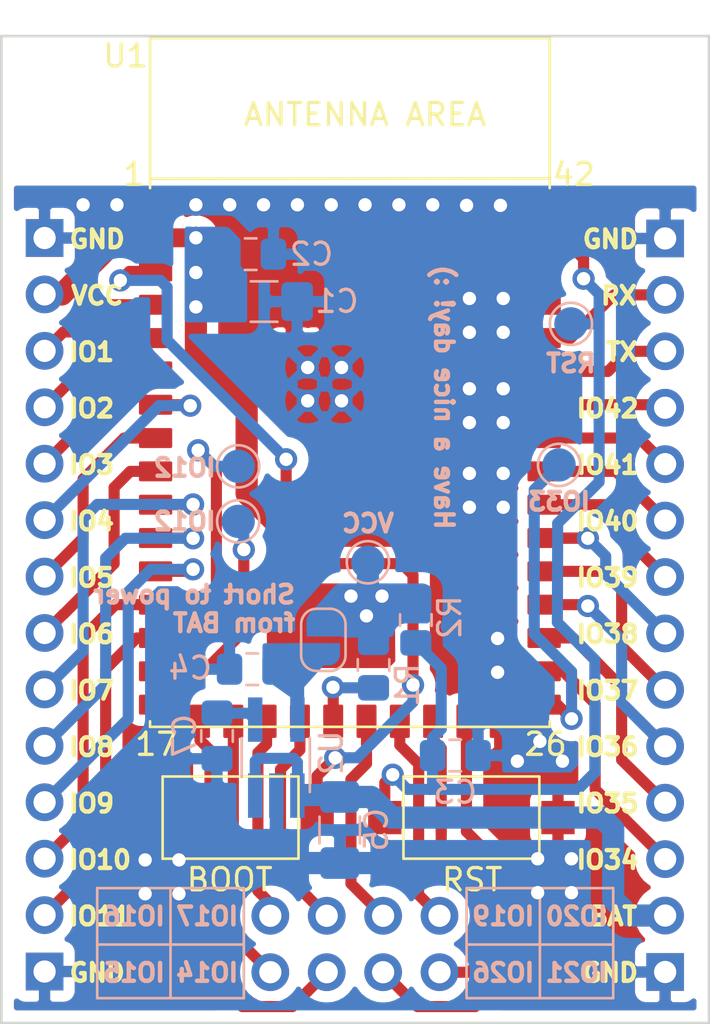
<source format=kicad_pcb>
(kicad_pcb (version 20171130) (host pcbnew "(5.1.2)-2")

  (general
    (thickness 1.6)
    (drawings 58)
    (tracks 359)
    (zones 0)
    (modules 21)
    (nets 44)
  )

  (page A4)
  (layers
    (0 F.Cu signal)
    (31 B.Cu signal)
    (32 B.Adhes user)
    (33 F.Adhes user)
    (34 B.Paste user)
    (35 F.Paste user)
    (36 B.SilkS user)
    (37 F.SilkS user)
    (38 B.Mask user)
    (39 F.Mask user)
    (40 Dwgs.User user)
    (41 Cmts.User user)
    (42 Eco1.User user)
    (43 Eco2.User user)
    (44 Edge.Cuts user)
    (45 Margin user)
    (46 B.CrtYd user)
    (47 F.CrtYd user)
    (48 B.Fab user)
    (49 F.Fab user)
  )

  (setup
    (last_trace_width 0.5)
    (user_trace_width 0.5)
    (user_trace_width 0.75)
    (user_trace_width 1)
    (user_trace_width 1.25)
    (user_trace_width 1.5)
    (user_trace_width 1.75)
    (user_trace_width 2)
    (trace_clearance 0.3)
    (zone_clearance 0.3)
    (zone_45_only yes)
    (trace_min 0.2)
    (via_size 0.8)
    (via_drill 0.4)
    (via_min_size 0.4)
    (via_min_drill 0.3)
    (user_via 0.8 0.4)
    (user_via 1 0.6)
    (uvia_size 0.3)
    (uvia_drill 0.1)
    (uvias_allowed no)
    (uvia_min_size 0.2)
    (uvia_min_drill 0.1)
    (edge_width 0.05)
    (segment_width 0.2)
    (pcb_text_width 0.3)
    (pcb_text_size 1.5 1.5)
    (mod_edge_width 0.12)
    (mod_text_size 1 1)
    (mod_text_width 0.15)
    (pad_size 1.7 1.7)
    (pad_drill 1)
    (pad_to_mask_clearance 0.051)
    (solder_mask_min_width 0.25)
    (aux_axis_origin 0 0)
    (grid_origin 142.875 95.377)
    (visible_elements 7FFFFFFF)
    (pcbplotparams
      (layerselection 0x010fc_ffffffff)
      (usegerberextensions false)
      (usegerberattributes false)
      (usegerberadvancedattributes false)
      (creategerberjobfile false)
      (excludeedgelayer true)
      (linewidth 0.100000)
      (plotframeref false)
      (viasonmask false)
      (mode 1)
      (useauxorigin false)
      (hpglpennumber 1)
      (hpglpenspeed 20)
      (hpglpendiameter 15.000000)
      (psnegative false)
      (psa4output false)
      (plotreference true)
      (plotvalue true)
      (plotinvisibletext false)
      (padsonsilk false)
      (subtractmaskfromsilk false)
      (outputformat 1)
      (mirror false)
      (drillshape 1)
      (scaleselection 1)
      (outputdirectory ""))
  )

  (net 0 "")
  (net 1 "Net-(U1-Pad39)")
  (net 2 "Net-(U1-Pad40)")
  (net 3 VCC)
  (net 4 GND)
  (net 5 "Net-(J2-Pad2)")
  (net 6 "Net-(J2-Pad3)")
  (net 7 "Net-(SW1-Pad2)")
  (net 8 IO14)
  (net 9 IO15)
  (net 10 IO16)
  (net 11 IO17)
  (net 12 IO19)
  (net 13 IO20)
  (net 14 IO21)
  (net 15 IO26)
  (net 16 "Net-(C3-Pad1)")
  (net 17 "Net-(J2-Pad12)")
  (net 18 "Net-(J2-Pad11)")
  (net 19 "Net-(J2-Pad10)")
  (net 20 "Net-(J2-Pad9)")
  (net 21 "Net-(J2-Pad8)")
  (net 22 "Net-(J2-Pad7)")
  (net 23 "Net-(J2-Pad6)")
  (net 24 "Net-(J2-Pad5)")
  (net 25 "Net-(J2-Pad4)")
  (net 26 "Net-(J6-Pad2)")
  (net 27 "Net-(J6-Pad4)")
  (net 28 "Net-(J6-Pad5)")
  (net 29 "Net-(J6-Pad6)")
  (net 30 "Net-(J6-Pad7)")
  (net 31 "Net-(J6-Pad8)")
  (net 32 "Net-(J6-Pad9)")
  (net 33 "Net-(J6-Pad10)")
  (net 34 "Net-(J6-Pad11)")
  (net 35 "Net-(J6-Pad12)")
  (net 36 "Net-(R1-Pad2)")
  (net 37 +BATT)
  (net 38 "Net-(C7-Pad2)")
  (net 39 "Net-(C4-Pad2)")
  (net 40 "Net-(J6-Pad3)")
  (net 41 "Net-(TP3-Pad1)")
  (net 42 "Net-(TP4-Pad1)")
  (net 43 "Net-(TP5-Pad1)")

  (net_class Default "This is the default net class."
    (clearance 0.3)
    (trace_width 0.25)
    (via_dia 0.8)
    (via_drill 0.4)
    (uvia_dia 0.3)
    (uvia_drill 0.1)
    (add_net +BATT)
    (add_net GND)
    (add_net IO14)
    (add_net IO15)
    (add_net IO16)
    (add_net IO17)
    (add_net IO19)
    (add_net IO20)
    (add_net IO21)
    (add_net IO26)
    (add_net "Net-(C3-Pad1)")
    (add_net "Net-(C4-Pad2)")
    (add_net "Net-(C7-Pad2)")
    (add_net "Net-(J2-Pad10)")
    (add_net "Net-(J2-Pad11)")
    (add_net "Net-(J2-Pad12)")
    (add_net "Net-(J2-Pad2)")
    (add_net "Net-(J2-Pad3)")
    (add_net "Net-(J2-Pad4)")
    (add_net "Net-(J2-Pad5)")
    (add_net "Net-(J2-Pad6)")
    (add_net "Net-(J2-Pad7)")
    (add_net "Net-(J2-Pad8)")
    (add_net "Net-(J2-Pad9)")
    (add_net "Net-(J6-Pad10)")
    (add_net "Net-(J6-Pad11)")
    (add_net "Net-(J6-Pad12)")
    (add_net "Net-(J6-Pad2)")
    (add_net "Net-(J6-Pad3)")
    (add_net "Net-(J6-Pad4)")
    (add_net "Net-(J6-Pad5)")
    (add_net "Net-(J6-Pad6)")
    (add_net "Net-(J6-Pad7)")
    (add_net "Net-(J6-Pad8)")
    (add_net "Net-(J6-Pad9)")
    (add_net "Net-(R1-Pad2)")
    (add_net "Net-(SW1-Pad2)")
    (add_net "Net-(TP3-Pad1)")
    (add_net "Net-(TP4-Pad1)")
    (add_net "Net-(TP5-Pad1)")
    (add_net "Net-(U1-Pad39)")
    (add_net "Net-(U1-Pad40)")
    (add_net VCC)
  )

  (module esp32-s2:PinSocket_2x04_P2.54mm_Vertical2 (layer F.Cu) (tedit 5EB5D487) (tstamp 5EB6ABAE)
    (at 137.3378 122.5296 270)
    (descr "Through hole straight socket strip, 2x04, 2.54mm pitch, double cols (from Kicad 4.0.7), script generated")
    (tags "Through hole socket strip THT 2x04 2.54mm double row")
    (path /5ECA82E6)
    (fp_text reference J5 (at -1.27 -2.77 90) (layer F.SilkS) hide
      (effects (font (size 1 1) (thickness 0.15)))
    )
    (fp_text value Conn_02x04_Counter_Clockwise (at -1.27 10.39 90) (layer F.Fab) hide
      (effects (font (size 1 1) (thickness 0.15)))
    )
    (fp_text user %R (at -1.27 3.81) (layer F.Fab) hide
      (effects (font (size 1 1) (thickness 0.15)))
    )
    (fp_line (start -4.34 9.4) (end -4.34 -1.8) (layer F.CrtYd) (width 0.05))
    (fp_line (start 1.76 9.4) (end -4.34 9.4) (layer F.CrtYd) (width 0.05))
    (fp_line (start 1.76 -1.8) (end 1.76 9.4) (layer F.CrtYd) (width 0.05))
    (fp_line (start -4.34 -1.8) (end 1.76 -1.8) (layer F.CrtYd) (width 0.05))
    (fp_line (start -3.81 8.89) (end -3.81 -1.27) (layer F.Fab) (width 0.1))
    (fp_line (start 1.27 8.89) (end -3.81 8.89) (layer F.Fab) (width 0.1))
    (fp_line (start 1.27 -0.27) (end 1.27 8.89) (layer F.Fab) (width 0.1))
    (fp_line (start 0.27 -1.27) (end 1.27 -0.27) (layer F.Fab) (width 0.1))
    (fp_line (start -3.81 -1.27) (end 0.27 -1.27) (layer F.Fab) (width 0.1))
    (pad 8 thru_hole oval (at -2.54 7.62 270) (size 1.7 1.7) (drill 1) (layers *.Cu *.Mask)
      (net 10 IO16))
    (pad 7 thru_hole oval (at 0 7.62 270) (size 1.7 1.7) (drill 1) (layers *.Cu *.Mask)
      (net 9 IO15))
    (pad 6 thru_hole oval (at -2.54 5.08 270) (size 1.7 1.7) (drill 1) (layers *.Cu *.Mask)
      (net 11 IO17))
    (pad 5 thru_hole oval (at 0 5.08 270) (size 1.7 1.7) (drill 1) (layers *.Cu *.Mask)
      (net 8 IO14))
    (pad 4 thru_hole oval (at -2.54 2.54 270) (size 1.7 1.7) (drill 1) (layers *.Cu *.Mask)
      (net 12 IO19))
    (pad 3 thru_hole oval (at 0 2.54 270) (size 1.7 1.7) (drill 1) (layers *.Cu *.Mask)
      (net 15 IO26))
    (pad 2 thru_hole oval (at -2.54 0 270) (size 1.7 1.7) (drill 1) (layers *.Cu *.Mask)
      (net 13 IO20))
    (pad 1 thru_hole circle (at 0 0 270) (size 1.7 1.7) (drill 1) (layers *.Cu *.Mask)
      (net 14 IO21))
    (model ${KISYS3DMOD}/Connector_PinSocket_2.54mm.3dshapes/PinSocket_2x04_P2.54mm_Vertical.wrl
      (at (xyz 0 0 0))
      (scale (xyz 1 1 1))
      (rotate (xyz 0 0 0))
    )
  )

  (module esp32-s2:PinSocket_1x14_P2.54mm_Vertical_2 (layer F.Cu) (tedit 5EB80A9C) (tstamp 5EB6AB8D)
    (at 119.55 122.5 180)
    (descr "Through hole straight socket strip, 1x14, 2.54mm pitch, single row (from Kicad 4.0.7), script generated")
    (tags "Through hole socket strip THT 1x14 2.54mm single row")
    (path /5ECFA32C)
    (fp_text reference J2 (at 0 -2.77) (layer F.SilkS) hide
      (effects (font (size 1 1) (thickness 0.15)))
    )
    (fp_text value Conn_01x14 (at 0 35.79) (layer F.Fab) hide
      (effects (font (size 1 1) (thickness 0.15)))
    )
    (fp_line (start -1.27 -1.27) (end 0.635 -1.27) (layer F.Fab) (width 0.1))
    (fp_line (start 0.635 -1.27) (end 1.27 -0.635) (layer F.Fab) (width 0.1))
    (fp_line (start 1.27 -0.635) (end 1.27 34.29) (layer F.Fab) (width 0.1))
    (fp_line (start 1.27 34.29) (end -1.27 34.29) (layer F.Fab) (width 0.1))
    (fp_line (start -1.27 34.29) (end -1.27 -1.27) (layer F.Fab) (width 0.1))
    (fp_line (start -1.8 -1.8) (end 1.75 -1.8) (layer F.CrtYd) (width 0.05))
    (fp_line (start 1.75 -1.8) (end 1.75 34.8) (layer F.CrtYd) (width 0.05))
    (fp_line (start 1.75 34.8) (end -1.8 34.8) (layer F.CrtYd) (width 0.05))
    (fp_line (start -1.8 34.8) (end -1.8 -1.8) (layer F.CrtYd) (width 0.05))
    (fp_text user %R (at 0 16.51 90) (layer F.Fab) hide
      (effects (font (size 1 1) (thickness 0.15)))
    )
    (pad 1 thru_hole rect (at 0 0 180) (size 1.7 1.7) (drill 1) (layers *.Cu *.Mask)
      (net 4 GND))
    (pad 2 thru_hole oval (at 0 2.54 180) (size 1.7 1.7) (drill 1) (layers *.Cu *.Mask)
      (net 5 "Net-(J2-Pad2)"))
    (pad 3 thru_hole oval (at 0 5.08 180) (size 1.7 1.7) (drill 1) (layers *.Cu *.Mask)
      (net 6 "Net-(J2-Pad3)"))
    (pad 4 thru_hole oval (at 0 7.62 180) (size 1.7 1.7) (drill 1) (layers *.Cu *.Mask)
      (net 25 "Net-(J2-Pad4)"))
    (pad 5 thru_hole oval (at 0 10.16 180) (size 1.7 1.7) (drill 1) (layers *.Cu *.Mask)
      (net 24 "Net-(J2-Pad5)"))
    (pad 6 thru_hole oval (at 0 12.7 180) (size 1.7 1.7) (drill 1) (layers *.Cu *.Mask)
      (net 23 "Net-(J2-Pad6)"))
    (pad 7 thru_hole oval (at 0 15.24 180) (size 1.7 1.7) (drill 1) (layers *.Cu *.Mask)
      (net 22 "Net-(J2-Pad7)"))
    (pad 8 thru_hole oval (at 0 17.78 180) (size 1.7 1.7) (drill 1) (layers *.Cu *.Mask)
      (net 21 "Net-(J2-Pad8)"))
    (pad 9 thru_hole oval (at 0 20.32 180) (size 1.7 1.7) (drill 1) (layers *.Cu *.Mask)
      (net 20 "Net-(J2-Pad9)"))
    (pad 10 thru_hole oval (at 0 22.86 180) (size 1.7 1.7) (drill 1) (layers *.Cu *.Mask)
      (net 19 "Net-(J2-Pad10)"))
    (pad 11 thru_hole oval (at 0 25.4 180) (size 1.7 1.7) (drill 1) (layers *.Cu *.Mask)
      (net 18 "Net-(J2-Pad11)"))
    (pad 12 thru_hole oval (at 0 27.94 180) (size 1.7 1.7) (drill 1) (layers *.Cu *.Mask)
      (net 17 "Net-(J2-Pad12)"))
    (pad 13 thru_hole oval (at 0 30.48 180) (size 1.7 1.7) (drill 1) (layers *.Cu *.Mask)
      (net 3 VCC))
    (pad 14 thru_hole rect (at 0 33.02 180) (size 1.7 1.7) (drill 1) (layers *.Cu *.Mask)
      (net 4 GND))
    (model ${KISYS3DMOD}/Connector_PinSocket_2.54mm.3dshapes/PinSocket_1x14_P2.54mm_Vertical.wrl
      (at (xyz 0 0 0))
      (scale (xyz 1 1 1))
      (rotate (xyz 0 0 0))
    )
  )

  (module esp32-s2:PinSocket_1x14_P2.54mm_Vertical_2 (layer F.Cu) (tedit 5EB80A95) (tstamp 5EB6ABCB)
    (at 147.5 89.5)
    (descr "Through hole straight socket strip, 1x14, 2.54mm pitch, single row (from Kicad 4.0.7), script generated")
    (tags "Through hole socket strip THT 1x14 2.54mm single row")
    (path /5ECC7452)
    (fp_text reference J6 (at 0 -2.77) (layer F.SilkS) hide
      (effects (font (size 1 1) (thickness 0.15)))
    )
    (fp_text value Conn_01x14 (at 0 35.79) (layer F.Fab) hide
      (effects (font (size 1 1) (thickness 0.15)))
    )
    (fp_line (start -1.27 -1.27) (end 0.635 -1.27) (layer F.Fab) (width 0.1))
    (fp_line (start 0.635 -1.27) (end 1.27 -0.635) (layer F.Fab) (width 0.1))
    (fp_line (start 1.27 -0.635) (end 1.27 34.29) (layer F.Fab) (width 0.1))
    (fp_line (start 1.27 34.29) (end -1.27 34.29) (layer F.Fab) (width 0.1))
    (fp_line (start -1.27 34.29) (end -1.27 -1.27) (layer F.Fab) (width 0.1))
    (fp_line (start -1.8 -1.8) (end 1.75 -1.8) (layer F.CrtYd) (width 0.05))
    (fp_line (start 1.75 -1.8) (end 1.75 34.8) (layer F.CrtYd) (width 0.05))
    (fp_line (start 1.75 34.8) (end -1.8 34.8) (layer F.CrtYd) (width 0.05))
    (fp_line (start -1.8 34.8) (end -1.8 -1.8) (layer F.CrtYd) (width 0.05))
    (fp_text user %R (at 0 16.51 90) (layer F.Fab) hide
      (effects (font (size 1 1) (thickness 0.15)))
    )
    (pad 1 thru_hole rect (at 0 0) (size 1.7 1.7) (drill 1) (layers *.Cu *.Mask)
      (net 4 GND))
    (pad 2 thru_hole oval (at 0 2.54) (size 1.7 1.7) (drill 1) (layers *.Cu *.Mask)
      (net 26 "Net-(J6-Pad2)"))
    (pad 3 thru_hole oval (at 0 5.08) (size 1.7 1.7) (drill 1) (layers *.Cu *.Mask)
      (net 40 "Net-(J6-Pad3)"))
    (pad 4 thru_hole oval (at 0 7.62) (size 1.7 1.7) (drill 1) (layers *.Cu *.Mask)
      (net 27 "Net-(J6-Pad4)"))
    (pad 5 thru_hole oval (at 0 10.16) (size 1.7 1.7) (drill 1) (layers *.Cu *.Mask)
      (net 28 "Net-(J6-Pad5)"))
    (pad 6 thru_hole oval (at 0 12.7) (size 1.7 1.7) (drill 1) (layers *.Cu *.Mask)
      (net 29 "Net-(J6-Pad6)"))
    (pad 7 thru_hole oval (at 0 15.24) (size 1.7 1.7) (drill 1) (layers *.Cu *.Mask)
      (net 30 "Net-(J6-Pad7)"))
    (pad 8 thru_hole oval (at 0 17.78) (size 1.7 1.7) (drill 1) (layers *.Cu *.Mask)
      (net 31 "Net-(J6-Pad8)"))
    (pad 9 thru_hole oval (at 0 20.32) (size 1.7 1.7) (drill 1) (layers *.Cu *.Mask)
      (net 32 "Net-(J6-Pad9)"))
    (pad 10 thru_hole oval (at 0 22.86) (size 1.7 1.7) (drill 1) (layers *.Cu *.Mask)
      (net 33 "Net-(J6-Pad10)"))
    (pad 11 thru_hole oval (at 0 25.4) (size 1.7 1.7) (drill 1) (layers *.Cu *.Mask)
      (net 34 "Net-(J6-Pad11)"))
    (pad 12 thru_hole oval (at 0 27.94) (size 1.7 1.7) (drill 1) (layers *.Cu *.Mask)
      (net 35 "Net-(J6-Pad12)"))
    (pad 13 thru_hole oval (at 0 30.48) (size 1.7 1.7) (drill 1) (layers *.Cu *.Mask)
      (net 37 +BATT))
    (pad 14 thru_hole rect (at 0 33.02) (size 1.7 1.7) (drill 1) (layers *.Cu *.Mask)
      (net 4 GND))
    (model ${KISYS3DMOD}/Connector_PinSocket_2.54mm.3dshapes/PinSocket_1x14_P2.54mm_Vertical.wrl
      (at (xyz 0 0 0))
      (scale (xyz 1 1 1))
      (rotate (xyz 0 0 0))
    )
  )

  (module esp32-s2:esp32-s2-wrooom locked (layer F.Cu) (tedit 5EB5D964) (tstamp 5EB7337D)
    (at 133.35 95.885)
    (path /5EB3219D)
    (fp_text reference U1 (at -10.16 -14.605) (layer F.SilkS)
      (effects (font (size 1 1) (thickness 0.15)))
    )
    (fp_text value esp32-s2-wroom (at 0.19 -16.27) (layer F.Fab)
      (effects (font (size 1 1) (thickness 0.15)))
    )
    (fp_line (start -9.05 -15.4) (end -9.05 -8.65) (layer F.SilkS) (width 0.12))
    (fp_line (start -9.05 15.6) (end 8.95 15.6) (layer F.SilkS) (width 0.12))
    (fp_line (start 8.95 -8.65) (end 8.95 -15.4) (layer F.SilkS) (width 0.12))
    (fp_line (start 8.95 -15.4) (end -9.05 -15.4) (layer F.SilkS) (width 0.12))
    (fp_line (start -9.05 15.35) (end -9.05 15.6) (layer F.SilkS) (width 0.12))
    (fp_line (start 8.95 15.35) (end 8.95 15.6) (layer F.SilkS) (width 0.12))
    (fp_text user 1 (at -9.779 -9.271) (layer F.SilkS)
      (effects (font (size 1 1) (thickness 0.15)))
    )
    (fp_text user 17 (at -8.763 16.383) (layer F.SilkS)
      (effects (font (size 1 1) (thickness 0.15)))
    )
    (fp_text user 26 (at 8.763 16.383) (layer F.SilkS)
      (effects (font (size 1 1) (thickness 0.15)))
    )
    (fp_text user 42 (at 10.033 -9.271) (layer F.SilkS)
      (effects (font (size 1 1) (thickness 0.15)))
    )
    (fp_line (start 8.95 -9.09) (end -9.05 -9.07) (layer F.SilkS) (width 0.12))
    (fp_text user "ANTENNA AREA" (at 0.63 -11.96) (layer F.SilkS)
      (effects (font (size 1 1) (thickness 0.15)))
    )
    (pad 1 smd roundrect (at -8.8 -7.9) (size 1.5 0.9) (layers F.Cu F.Paste F.Mask) (roundrect_rratio 0.079)
      (net 4 GND))
    (pad 2 smd roundrect (at -8.8 -6.4) (size 1.5 0.9) (layers F.Cu F.Paste F.Mask) (roundrect_rratio 0.079)
      (net 3 VCC))
    (pad 3 smd roundrect (at -8.8 -4.9) (size 1.5 0.9) (layers F.Cu F.Paste F.Mask) (roundrect_rratio 0.079)
      (net 7 "Net-(SW1-Pad2)"))
    (pad 4 smd roundrect (at -8.8 -3.4) (size 1.5 0.9) (layers F.Cu F.Paste F.Mask) (roundrect_rratio 0.079)
      (net 17 "Net-(J2-Pad12)"))
    (pad 5 smd roundrect (at -8.8 -1.9) (size 1.5 0.9) (layers F.Cu F.Paste F.Mask) (roundrect_rratio 0.079)
      (net 18 "Net-(J2-Pad11)"))
    (pad 6 smd roundrect (at -8.8 -0.4) (size 1.5 0.9) (layers F.Cu F.Paste F.Mask) (roundrect_rratio 0.079)
      (net 19 "Net-(J2-Pad10)"))
    (pad 7 smd roundrect (at -8.8 1.1) (size 1.5 0.9) (layers F.Cu F.Paste F.Mask) (roundrect_rratio 0.079)
      (net 20 "Net-(J2-Pad9)"))
    (pad 8 smd roundrect (at -8.8 2.6) (size 1.5 0.9) (layers F.Cu F.Paste F.Mask) (roundrect_rratio 0.079)
      (net 21 "Net-(J2-Pad8)"))
    (pad 9 smd roundrect (at -8.8 4.1) (size 1.5 0.9) (layers F.Cu F.Paste F.Mask) (roundrect_rratio 0.079)
      (net 22 "Net-(J2-Pad7)"))
    (pad 10 smd roundrect (at -8.8 5.6) (size 1.5 0.9) (layers F.Cu F.Paste F.Mask) (roundrect_rratio 0.079)
      (net 23 "Net-(J2-Pad6)"))
    (pad 11 smd roundrect (at -8.8 7.1) (size 1.5 0.9) (layers F.Cu F.Paste F.Mask) (roundrect_rratio 0.079)
      (net 24 "Net-(J2-Pad5)"))
    (pad 12 smd roundrect (at -8.8 8.6) (size 1.5 0.9) (layers F.Cu F.Paste F.Mask) (roundrect_rratio 0.079)
      (net 25 "Net-(J2-Pad4)"))
    (pad 13 smd roundrect (at -8.8 10.1) (size 1.5 0.9) (layers F.Cu F.Paste F.Mask) (roundrect_rratio 0.079)
      (net 6 "Net-(J2-Pad3)"))
    (pad 14 smd roundrect (at -8.8 11.6) (size 1.5 0.9) (layers F.Cu F.Paste F.Mask) (roundrect_rratio 0.079)
      (net 5 "Net-(J2-Pad2)"))
    (pad 15 smd roundrect (at -8.8 13.1) (size 1.5 0.9) (layers F.Cu F.Paste F.Mask) (roundrect_rratio 0.079)
      (net 41 "Net-(TP3-Pad1)"))
    (pad 16 smd roundrect (at -8.8 14.6) (size 1.5 0.9) (layers F.Cu F.Paste F.Mask) (roundrect_rratio 0.079)
      (net 43 "Net-(TP5-Pad1)"))
    (pad 17 smd roundrect (at -6.8 15.35 90) (size 1.5 0.9) (layers F.Cu F.Paste F.Mask) (roundrect_rratio 0.079)
      (net 8 IO14))
    (pad 18 smd roundrect (at -5.3 15.35 90) (size 1.5 0.9) (layers F.Cu F.Paste F.Mask) (roundrect_rratio 0.079)
      (net 9 IO15))
    (pad 19 smd roundrect (at -3.8 15.35 90) (size 1.5 0.9) (layers F.Cu F.Paste F.Mask) (roundrect_rratio 0.079)
      (net 10 IO16))
    (pad 20 smd roundrect (at -2.3 15.35 90) (size 1.5 0.9) (layers F.Cu F.Paste F.Mask) (roundrect_rratio 0.079)
      (net 11 IO17))
    (pad 21 smd roundrect (at -0.8 15.35 90) (size 1.5 0.9) (layers F.Cu F.Paste F.Mask) (roundrect_rratio 0.079)
      (net 36 "Net-(R1-Pad2)"))
    (pad 22 smd roundrect (at 0.7 15.35 90) (size 1.5 0.9) (layers F.Cu F.Paste F.Mask) (roundrect_rratio 0.079)
      (net 12 IO19))
    (pad 23 smd roundrect (at 2.2 15.35 90) (size 1.5 0.9) (layers F.Cu F.Paste F.Mask) (roundrect_rratio 0.079)
      (net 13 IO20))
    (pad 24 smd roundrect (at 3.7 15.35 90) (size 1.5 0.9) (layers F.Cu F.Paste F.Mask) (roundrect_rratio 0.079)
      (net 14 IO21))
    (pad 25 smd roundrect (at 5.2 15.35 90) (size 1.5 0.9) (layers F.Cu F.Paste F.Mask) (roundrect_rratio 0.079)
      (net 15 IO26))
    (pad 26 smd roundrect (at 6.7 15.35 90) (size 1.5 0.9) (layers F.Cu F.Paste F.Mask) (roundrect_rratio 0.079)
      (net 4 GND))
    (pad 27 smd roundrect (at 8.7 14.6 180) (size 1.5 0.9) (layers F.Cu F.Paste F.Mask) (roundrect_rratio 0.079)
      (net 42 "Net-(TP4-Pad1)"))
    (pad 28 smd roundrect (at 8.7 13.1 180) (size 1.5 0.9) (layers F.Cu F.Paste F.Mask) (roundrect_rratio 0.079)
      (net 35 "Net-(J6-Pad12)"))
    (pad 29 smd roundrect (at 8.7 11.6 180) (size 1.5 0.9) (layers F.Cu F.Paste F.Mask) (roundrect_rratio 0.079)
      (net 34 "Net-(J6-Pad11)"))
    (pad 30 smd roundrect (at 8.7 10.1 180) (size 1.5 0.9) (layers F.Cu F.Paste F.Mask) (roundrect_rratio 0.079)
      (net 33 "Net-(J6-Pad10)"))
    (pad 31 smd roundrect (at 8.7 8.6 180) (size 1.5 0.9) (layers F.Cu F.Paste F.Mask) (roundrect_rratio 0.079)
      (net 32 "Net-(J6-Pad9)"))
    (pad 32 smd roundrect (at 8.7 7.1 180) (size 1.5 0.9) (layers F.Cu F.Paste F.Mask) (roundrect_rratio 0.079)
      (net 31 "Net-(J6-Pad8)"))
    (pad 33 smd roundrect (at 8.7 5.6 180) (size 1.5 0.9) (layers F.Cu F.Paste F.Mask) (roundrect_rratio 0.079)
      (net 30 "Net-(J6-Pad7)"))
    (pad 34 smd roundrect (at 8.7 4.1 180) (size 1.5 0.9) (layers F.Cu F.Paste F.Mask) (roundrect_rratio 0.079)
      (net 29 "Net-(J6-Pad6)"))
    (pad 35 smd roundrect (at 8.7 2.6 180) (size 1.5 0.9) (layers F.Cu F.Paste F.Mask) (roundrect_rratio 0.079)
      (net 28 "Net-(J6-Pad5)"))
    (pad 36 smd roundrect (at 8.7 1.1 180) (size 1.5 0.9) (layers F.Cu F.Paste F.Mask) (roundrect_rratio 0.079)
      (net 27 "Net-(J6-Pad4)"))
    (pad 37 smd roundrect (at 8.7 -0.4 180) (size 1.5 0.9) (layers F.Cu F.Paste F.Mask) (roundrect_rratio 0.079)
      (net 40 "Net-(J6-Pad3)"))
    (pad 38 smd roundrect (at 8.7 -1.9 180) (size 1.5 0.9) (layers F.Cu F.Paste F.Mask) (roundrect_rratio 0.079)
      (net 26 "Net-(J6-Pad2)"))
    (pad 39 smd roundrect (at 8.7 -3.4 180) (size 1.5 0.9) (layers F.Cu F.Paste F.Mask) (roundrect_rratio 0.079)
      (net 1 "Net-(U1-Pad39)"))
    (pad 40 smd roundrect (at 8.7 -4.9 180) (size 1.5 0.9) (layers F.Cu F.Paste F.Mask) (roundrect_rratio 0.079)
      (net 2 "Net-(U1-Pad40)"))
    (pad 41 smd roundrect (at 8.7 -6.4 180) (size 1.5 0.9) (layers F.Cu F.Paste F.Mask) (roundrect_rratio 0.079)
      (net 16 "Net-(C3-Pad1)"))
    (pad 42 smd roundrect (at 8.7 -7.9 180) (size 1.5 0.9) (layers F.Cu F.Paste F.Mask) (roundrect_rratio 0.079)
      (net 4 GND))
    (pad 43 smd roundrect (at -2.69 -1.325 180) (size 1.1 1.1) (layers F.Cu F.Paste F.Mask) (roundrect_rratio 0.079)
      (net 4 GND))
    (pad 43 smd roundrect (at -1.19 -1.325 180) (size 1.1 1.1) (layers F.Cu F.Paste F.Mask) (roundrect_rratio 0.079)
      (net 4 GND))
    (pad 43 smd roundrect (at 0.31 -1.325 180) (size 1.1 1.1) (layers F.Cu F.Paste F.Mask) (roundrect_rratio 0.079)
      (net 4 GND))
    (pad 43 smd roundrect (at -2.69 0.175 180) (size 1.1 1.1) (layers F.Cu F.Paste F.Mask) (roundrect_rratio 0.079)
      (net 4 GND))
    (pad 43 smd roundrect (at -1.19 0.175 180) (size 1.1 1.1) (layers F.Cu F.Paste F.Mask) (roundrect_rratio 0.079)
      (net 4 GND))
    (pad 43 smd roundrect (at 0.31 0.175 180) (size 1.1 1.1) (layers F.Cu F.Paste F.Mask) (roundrect_rratio 0.079)
      (net 4 GND))
    (pad 43 smd roundrect (at -2.69 1.675 180) (size 1.1 1.1) (layers F.Cu F.Paste F.Mask) (roundrect_rratio 0.079)
      (net 4 GND))
    (pad 43 smd roundrect (at -1.19 1.675 180) (size 1.1 1.1) (layers F.Cu F.Paste F.Mask) (roundrect_rratio 0.079)
      (net 4 GND))
    (pad 43 smd roundrect (at 0.31 1.675 180) (size 1.1 1.1) (layers F.Cu F.Paste F.Mask) (roundrect_rratio 0.079)
      (net 4 GND))
    (pad 43 thru_hole circle (at -0.425 -0.575 180) (size 1 1) (drill 0.6) (layers *.Cu *.Mask)
      (net 4 GND))
    (pad 43 thru_hole circle (at -1.95 -0.575 180) (size 1 1) (drill 0.6) (layers *.Cu *.Mask)
      (net 4 GND))
    (pad 43 thru_hole circle (at -0.425 0.925 180) (size 1 1) (drill 0.6) (layers *.Cu *.Mask)
      (net 4 GND))
    (pad 43 thru_hole circle (at -1.95 0.925 180) (size 1 1) (drill 0.6) (layers *.Cu *.Mask)
      (net 4 GND))
  )

  (module Button_Switch_SMD:SW_SPST_CK_RS282G05A3 (layer F.Cu) (tedit 5A7A67D2) (tstamp 5EB6F985)
    (at 127.926 115.57)
    (descr https://www.mouser.com/ds/2/60/RS-282G05A-SM_RT-1159762.pdf)
    (tags "SPST button tactile switch")
    (path /5EB4D98E)
    (attr smd)
    (fp_text reference SW1 (at 2.794 -2.921) (layer F.SilkS) hide
      (effects (font (size 1 1) (thickness 0.15)))
    )
    (fp_text value BOOT (at -0.037 2.794) (layer F.SilkS)
      (effects (font (size 1 1) (thickness 0.15)))
    )
    (fp_line (start -4.9 2.05) (end -4.9 -2.05) (layer F.CrtYd) (width 0.05))
    (fp_line (start 4.9 2.05) (end -4.9 2.05) (layer F.CrtYd) (width 0.05))
    (fp_line (start 4.9 -2.05) (end 4.9 2.05) (layer F.CrtYd) (width 0.05))
    (fp_line (start -4.9 -2.05) (end 4.9 -2.05) (layer F.CrtYd) (width 0.05))
    (fp_text user %R (at 0.09 0) (layer F.SilkS) hide
      (effects (font (size 1 1) (thickness 0.15)))
    )
    (fp_line (start -1.75 -1) (end 1.75 -1) (layer F.Fab) (width 0.1))
    (fp_line (start 1.75 -1) (end 1.75 1) (layer F.Fab) (width 0.1))
    (fp_line (start 1.75 1) (end -1.75 1) (layer F.Fab) (width 0.1))
    (fp_line (start -1.75 1) (end -1.75 -1) (layer F.Fab) (width 0.1))
    (fp_line (start -3.06 -1.85) (end 3.06 -1.85) (layer F.SilkS) (width 0.12))
    (fp_line (start 3.06 -1.85) (end 3.06 1.85) (layer F.SilkS) (width 0.12))
    (fp_line (start 3.06 1.85) (end -3.06 1.85) (layer F.SilkS) (width 0.12))
    (fp_line (start -3.06 1.85) (end -3.06 -1.85) (layer F.SilkS) (width 0.12))
    (fp_line (start -1.5 0.8) (end 1.5 0.8) (layer F.Fab) (width 0.1))
    (fp_line (start -1.5 -0.8) (end 1.5 -0.8) (layer F.Fab) (width 0.1))
    (fp_line (start 1.5 -0.8) (end 1.5 0.8) (layer F.Fab) (width 0.1))
    (fp_line (start -1.5 -0.8) (end -1.5 0.8) (layer F.Fab) (width 0.1))
    (fp_line (start -3 1.8) (end 3 1.8) (layer F.Fab) (width 0.1))
    (fp_line (start -3 -1.8) (end 3 -1.8) (layer F.Fab) (width 0.1))
    (fp_line (start -3 -1.8) (end -3 1.8) (layer F.Fab) (width 0.1))
    (fp_line (start 3 -1.8) (end 3 1.8) (layer F.Fab) (width 0.1))
    (pad 1 smd rect (at -3.9 0) (size 1.5 1.5) (layers F.Cu F.Paste F.Mask)
      (net 4 GND))
    (pad 2 smd rect (at 3.9 0) (size 1.5 1.5) (layers F.Cu F.Paste F.Mask)
      (net 7 "Net-(SW1-Pad2)"))
    (model ${KISYS3DMOD}/Button_Switch_SMD.3dshapes/SW_SPST_CK_RS282G05A3.wrl
      (at (xyz 0 0 0))
      (scale (xyz 1 1 1))
      (rotate (xyz 0 0 0))
    )
  )

  (module Capacitor_SMD:C_1206_3216Metric_Pad1.42x1.75mm_HandSolder (layer B.Cu) (tedit 5B301BBE) (tstamp 5EB5C984)
    (at 129.4368 92.3417)
    (descr "Capacitor SMD 1206 (3216 Metric), square (rectangular) end terminal, IPC_7351 nominal with elongated pad for handsoldering. (Body size source: http://www.tortai-tech.com/upload/download/2011102023233369053.pdf), generated with kicad-footprint-generator")
    (tags "capacitor handsolder")
    (path /5EB4F592)
    (attr smd)
    (fp_text reference C1 (at 3.2782 -0.0127 180) (layer B.SilkS)
      (effects (font (size 1 1) (thickness 0.15)) (justify mirror))
    )
    (fp_text value 47uF (at 0 -1.82) (layer B.Fab)
      (effects (font (size 1 1) (thickness 0.15)) (justify mirror))
    )
    (fp_text user %R (at 0 0) (layer B.Fab)
      (effects (font (size 0.8 0.8) (thickness 0.12)) (justify mirror))
    )
    (fp_line (start 2.45 -1.12) (end -2.45 -1.12) (layer B.CrtYd) (width 0.05))
    (fp_line (start 2.45 1.12) (end 2.45 -1.12) (layer B.CrtYd) (width 0.05))
    (fp_line (start -2.45 1.12) (end 2.45 1.12) (layer B.CrtYd) (width 0.05))
    (fp_line (start -2.45 -1.12) (end -2.45 1.12) (layer B.CrtYd) (width 0.05))
    (fp_line (start -0.602064 -0.91) (end 0.602064 -0.91) (layer B.SilkS) (width 0.12))
    (fp_line (start -0.602064 0.91) (end 0.602064 0.91) (layer B.SilkS) (width 0.12))
    (fp_line (start 1.6 -0.8) (end -1.6 -0.8) (layer B.Fab) (width 0.1))
    (fp_line (start 1.6 0.8) (end 1.6 -0.8) (layer B.Fab) (width 0.1))
    (fp_line (start -1.6 0.8) (end 1.6 0.8) (layer B.Fab) (width 0.1))
    (fp_line (start -1.6 -0.8) (end -1.6 0.8) (layer B.Fab) (width 0.1))
    (pad 2 smd roundrect (at 1.4875 0) (size 1.425 1.75) (layers B.Cu B.Paste B.Mask) (roundrect_rratio 0.175439)
      (net 4 GND))
    (pad 1 smd roundrect (at -1.4875 0) (size 1.425 1.75) (layers B.Cu B.Paste B.Mask) (roundrect_rratio 0.175439)
      (net 3 VCC))
    (model ${KISYS3DMOD}/Capacitor_SMD.3dshapes/C_1206_3216Metric.wrl
      (at (xyz 0 0 0))
      (scale (xyz 1 1 1))
      (rotate (xyz 0 0 0))
    )
  )

  (module Capacitor_SMD:C_0805_2012Metric_Pad1.15x1.40mm_HandSolder (layer B.Cu) (tedit 5B36C52B) (tstamp 5EB5DB7C)
    (at 128.8325 90.2081)
    (descr "Capacitor SMD 0805 (2012 Metric), square (rectangular) end terminal, IPC_7351 nominal with elongated pad for handsoldering. (Body size source: https://docs.google.com/spreadsheets/d/1BsfQQcO9C6DZCsRaXUlFlo91Tg2WpOkGARC1WS5S8t0/edit?usp=sharing), generated with kicad-footprint-generator")
    (tags "capacitor handsolder")
    (path /5EB3DDF5)
    (attr smd)
    (fp_text reference C2 (at 2.7395 0) (layer B.SilkS)
      (effects (font (size 1 1) (thickness 0.15)) (justify mirror))
    )
    (fp_text value 100n (at 0 -1.65) (layer B.Fab)
      (effects (font (size 1 1) (thickness 0.15)) (justify mirror))
    )
    (fp_text user %R (at 0 0) (layer B.Fab)
      (effects (font (size 0.5 0.5) (thickness 0.08)) (justify mirror))
    )
    (fp_line (start 1.85 -0.95) (end -1.85 -0.95) (layer B.CrtYd) (width 0.05))
    (fp_line (start 1.85 0.95) (end 1.85 -0.95) (layer B.CrtYd) (width 0.05))
    (fp_line (start -1.85 0.95) (end 1.85 0.95) (layer B.CrtYd) (width 0.05))
    (fp_line (start -1.85 -0.95) (end -1.85 0.95) (layer B.CrtYd) (width 0.05))
    (fp_line (start -0.261252 -0.71) (end 0.261252 -0.71) (layer B.SilkS) (width 0.12))
    (fp_line (start -0.261252 0.71) (end 0.261252 0.71) (layer B.SilkS) (width 0.12))
    (fp_line (start 1 -0.6) (end -1 -0.6) (layer B.Fab) (width 0.1))
    (fp_line (start 1 0.6) (end 1 -0.6) (layer B.Fab) (width 0.1))
    (fp_line (start -1 0.6) (end 1 0.6) (layer B.Fab) (width 0.1))
    (fp_line (start -1 -0.6) (end -1 0.6) (layer B.Fab) (width 0.1))
    (pad 2 smd roundrect (at 1.025 0) (size 1.15 1.4) (layers B.Cu B.Paste B.Mask) (roundrect_rratio 0.217391)
      (net 4 GND))
    (pad 1 smd roundrect (at -1.025 0) (size 1.15 1.4) (layers B.Cu B.Paste B.Mask) (roundrect_rratio 0.217391)
      (net 3 VCC))
    (model ${KISYS3DMOD}/Capacitor_SMD.3dshapes/C_0805_2012Metric.wrl
      (at (xyz 0 0 0))
      (scale (xyz 1 1 1))
      (rotate (xyz 0 0 0))
    )
  )

  (module Capacitor_SMD:C_0805_2012Metric_Pad1.15x1.40mm_HandSolder (layer B.Cu) (tedit 5B36C52B) (tstamp 5EB2F5C4)
    (at 138.049 112.776)
    (descr "Capacitor SMD 0805 (2012 Metric), square (rectangular) end terminal, IPC_7351 nominal with elongated pad for handsoldering. (Body size source: https://docs.google.com/spreadsheets/d/1BsfQQcO9C6DZCsRaXUlFlo91Tg2WpOkGARC1WS5S8t0/edit?usp=sharing), generated with kicad-footprint-generator")
    (tags "capacitor handsolder")
    (path /5EB43922)
    (attr smd)
    (fp_text reference C3 (at 0 1.65) (layer B.SilkS)
      (effects (font (size 1 1) (thickness 0.15)) (justify mirror))
    )
    (fp_text value 100n (at 0 -1.65) (layer B.Fab)
      (effects (font (size 1 1) (thickness 0.15)) (justify mirror))
    )
    (fp_line (start -1 -0.6) (end -1 0.6) (layer B.Fab) (width 0.1))
    (fp_line (start -1 0.6) (end 1 0.6) (layer B.Fab) (width 0.1))
    (fp_line (start 1 0.6) (end 1 -0.6) (layer B.Fab) (width 0.1))
    (fp_line (start 1 -0.6) (end -1 -0.6) (layer B.Fab) (width 0.1))
    (fp_line (start -0.261252 0.71) (end 0.261252 0.71) (layer B.SilkS) (width 0.12))
    (fp_line (start -0.261252 -0.71) (end 0.261252 -0.71) (layer B.SilkS) (width 0.12))
    (fp_line (start -1.85 -0.95) (end -1.85 0.95) (layer B.CrtYd) (width 0.05))
    (fp_line (start -1.85 0.95) (end 1.85 0.95) (layer B.CrtYd) (width 0.05))
    (fp_line (start 1.85 0.95) (end 1.85 -0.95) (layer B.CrtYd) (width 0.05))
    (fp_line (start 1.85 -0.95) (end -1.85 -0.95) (layer B.CrtYd) (width 0.05))
    (fp_text user %R (at 0 0) (layer B.Fab)
      (effects (font (size 0.5 0.5) (thickness 0.08)) (justify mirror))
    )
    (pad 1 smd roundrect (at -1.025 0) (size 1.15 1.4) (layers B.Cu B.Paste B.Mask) (roundrect_rratio 0.217391)
      (net 16 "Net-(C3-Pad1)"))
    (pad 2 smd roundrect (at 1.025 0) (size 1.15 1.4) (layers B.Cu B.Paste B.Mask) (roundrect_rratio 0.217391)
      (net 4 GND))
    (model ${KISYS3DMOD}/Capacitor_SMD.3dshapes/C_0805_2012Metric.wrl
      (at (xyz 0 0 0))
      (scale (xyz 1 1 1))
      (rotate (xyz 0 0 0))
    )
  )

  (module Resistor_SMD:R_0805_2012Metric_Pad1.15x1.40mm_HandSolder (layer B.Cu) (tedit 5B36C52B) (tstamp 5EB8013A)
    (at 134.366 108.703 270)
    (descr "Resistor SMD 0805 (2012 Metric), square (rectangular) end terminal, IPC_7351 nominal with elongated pad for handsoldering. (Body size source: https://docs.google.com/spreadsheets/d/1BsfQQcO9C6DZCsRaXUlFlo91Tg2WpOkGARC1WS5S8t0/edit?usp=sharing), generated with kicad-footprint-generator")
    (tags "resistor handsolder")
    (path /5EB46146)
    (attr smd)
    (fp_text reference R1 (at 0.898 -1.524 270) (layer B.SilkS)
      (effects (font (size 1 1) (thickness 0.15)) (justify mirror))
    )
    (fp_text value 10k (at 0 -1.65 90) (layer B.Fab)
      (effects (font (size 1 1) (thickness 0.15)) (justify mirror))
    )
    (fp_text user %R (at 0 0 90) (layer B.Fab)
      (effects (font (size 0.5 0.5) (thickness 0.08)) (justify mirror))
    )
    (fp_line (start 1.85 -0.95) (end -1.85 -0.95) (layer B.CrtYd) (width 0.05))
    (fp_line (start 1.85 0.95) (end 1.85 -0.95) (layer B.CrtYd) (width 0.05))
    (fp_line (start -1.85 0.95) (end 1.85 0.95) (layer B.CrtYd) (width 0.05))
    (fp_line (start -1.85 -0.95) (end -1.85 0.95) (layer B.CrtYd) (width 0.05))
    (fp_line (start -0.261252 -0.71) (end 0.261252 -0.71) (layer B.SilkS) (width 0.12))
    (fp_line (start -0.261252 0.71) (end 0.261252 0.71) (layer B.SilkS) (width 0.12))
    (fp_line (start 1 -0.6) (end -1 -0.6) (layer B.Fab) (width 0.1))
    (fp_line (start 1 0.6) (end 1 -0.6) (layer B.Fab) (width 0.1))
    (fp_line (start -1 0.6) (end 1 0.6) (layer B.Fab) (width 0.1))
    (fp_line (start -1 -0.6) (end -1 0.6) (layer B.Fab) (width 0.1))
    (pad 2 smd roundrect (at 1.025 0 270) (size 1.15 1.4) (layers B.Cu B.Paste B.Mask) (roundrect_rratio 0.217391)
      (net 36 "Net-(R1-Pad2)"))
    (pad 1 smd roundrect (at -1.025 0 270) (size 1.15 1.4) (layers B.Cu B.Paste B.Mask) (roundrect_rratio 0.217391)
      (net 3 VCC))
    (model ${KISYS3DMOD}/Resistor_SMD.3dshapes/R_0805_2012Metric.wrl
      (at (xyz 0 0 0))
      (scale (xyz 1 1 1))
      (rotate (xyz 0 0 0))
    )
  )

  (module Resistor_SMD:R_0805_2012Metric_Pad1.15x1.40mm_HandSolder (layer B.Cu) (tedit 5B36C52B) (tstamp 5EB6C32B)
    (at 136.271 106.68 270)
    (descr "Resistor SMD 0805 (2012 Metric), square (rectangular) end terminal, IPC_7351 nominal with elongated pad for handsoldering. (Body size source: https://docs.google.com/spreadsheets/d/1BsfQQcO9C6DZCsRaXUlFlo91Tg2WpOkGARC1WS5S8t0/edit?usp=sharing), generated with kicad-footprint-generator")
    (tags "resistor handsolder")
    (path /5EB42CEA)
    (attr smd)
    (fp_text reference R2 (at -0.127 -1.524 90) (layer B.SilkS)
      (effects (font (size 1 1) (thickness 0.15)) (justify mirror))
    )
    (fp_text value 10k (at 0 -1.65 90) (layer B.Fab)
      (effects (font (size 1 1) (thickness 0.15)) (justify mirror))
    )
    (fp_line (start -1 -0.6) (end -1 0.6) (layer B.Fab) (width 0.1))
    (fp_line (start -1 0.6) (end 1 0.6) (layer B.Fab) (width 0.1))
    (fp_line (start 1 0.6) (end 1 -0.6) (layer B.Fab) (width 0.1))
    (fp_line (start 1 -0.6) (end -1 -0.6) (layer B.Fab) (width 0.1))
    (fp_line (start -0.261252 0.71) (end 0.261252 0.71) (layer B.SilkS) (width 0.12))
    (fp_line (start -0.261252 -0.71) (end 0.261252 -0.71) (layer B.SilkS) (width 0.12))
    (fp_line (start -1.85 -0.95) (end -1.85 0.95) (layer B.CrtYd) (width 0.05))
    (fp_line (start -1.85 0.95) (end 1.85 0.95) (layer B.CrtYd) (width 0.05))
    (fp_line (start 1.85 0.95) (end 1.85 -0.95) (layer B.CrtYd) (width 0.05))
    (fp_line (start 1.85 -0.95) (end -1.85 -0.95) (layer B.CrtYd) (width 0.05))
    (fp_text user %R (at 0 0 90) (layer B.Fab)
      (effects (font (size 0.5 0.5) (thickness 0.08)) (justify mirror))
    )
    (pad 1 smd roundrect (at -1.025 0 270) (size 1.15 1.4) (layers B.Cu B.Paste B.Mask) (roundrect_rratio 0.217391)
      (net 3 VCC))
    (pad 2 smd roundrect (at 1.025 0 270) (size 1.15 1.4) (layers B.Cu B.Paste B.Mask) (roundrect_rratio 0.217391)
      (net 16 "Net-(C3-Pad1)"))
    (model ${KISYS3DMOD}/Resistor_SMD.3dshapes/R_0805_2012Metric.wrl
      (at (xyz 0 0 0))
      (scale (xyz 1 1 1))
      (rotate (xyz 0 0 0))
    )
  )

  (module Button_Switch_SMD:SW_SPST_CK_RS282G05A3 (layer F.Cu) (tedit 5A7A67D2) (tstamp 5EB66F74)
    (at 138.774 115.57)
    (descr https://www.mouser.com/ds/2/60/RS-282G05A-SM_RT-1159762.pdf)
    (tags "SPST button tactile switch")
    (path /5EB3DA28)
    (attr smd)
    (fp_text reference SW2 (at -3.048 -2.921) (layer F.SilkS) hide
      (effects (font (size 1 1) (thickness 0.15)))
    )
    (fp_text value RST (at 0.037 2.794) (layer F.SilkS)
      (effects (font (size 1 1) (thickness 0.15)))
    )
    (fp_line (start 3 -1.8) (end 3 1.8) (layer F.Fab) (width 0.1))
    (fp_line (start -3 -1.8) (end -3 1.8) (layer F.Fab) (width 0.1))
    (fp_line (start -3 -1.8) (end 3 -1.8) (layer F.Fab) (width 0.1))
    (fp_line (start -3 1.8) (end 3 1.8) (layer F.Fab) (width 0.1))
    (fp_line (start -1.5 -0.8) (end -1.5 0.8) (layer F.Fab) (width 0.1))
    (fp_line (start 1.5 -0.8) (end 1.5 0.8) (layer F.Fab) (width 0.1))
    (fp_line (start -1.5 -0.8) (end 1.5 -0.8) (layer F.Fab) (width 0.1))
    (fp_line (start -1.5 0.8) (end 1.5 0.8) (layer F.Fab) (width 0.1))
    (fp_line (start -3.06 1.85) (end -3.06 -1.85) (layer F.SilkS) (width 0.12))
    (fp_line (start 3.06 1.85) (end -3.06 1.85) (layer F.SilkS) (width 0.12))
    (fp_line (start 3.06 -1.85) (end 3.06 1.85) (layer F.SilkS) (width 0.12))
    (fp_line (start -3.06 -1.85) (end 3.06 -1.85) (layer F.SilkS) (width 0.12))
    (fp_line (start -1.75 1) (end -1.75 -1) (layer F.Fab) (width 0.1))
    (fp_line (start 1.75 1) (end -1.75 1) (layer F.Fab) (width 0.1))
    (fp_line (start 1.75 -1) (end 1.75 1) (layer F.Fab) (width 0.1))
    (fp_line (start -1.75 -1) (end 1.75 -1) (layer F.Fab) (width 0.1))
    (fp_text user %R (at 1.942 2.794) (layer F.SilkS) hide
      (effects (font (size 1 1) (thickness 0.15)))
    )
    (fp_line (start -4.9 -2.05) (end 4.9 -2.05) (layer F.CrtYd) (width 0.05))
    (fp_line (start 4.9 -2.05) (end 4.9 2.05) (layer F.CrtYd) (width 0.05))
    (fp_line (start 4.9 2.05) (end -4.9 2.05) (layer F.CrtYd) (width 0.05))
    (fp_line (start -4.9 2.05) (end -4.9 -2.05) (layer F.CrtYd) (width 0.05))
    (pad 2 smd rect (at 3.9 0) (size 1.5 1.5) (layers F.Cu F.Paste F.Mask)
      (net 4 GND))
    (pad 1 smd rect (at -3.9 0) (size 1.5 1.5) (layers F.Cu F.Paste F.Mask)
      (net 16 "Net-(C3-Pad1)"))
    (model ${KISYS3DMOD}/Button_Switch_SMD.3dshapes/SW_SPST_CK_RS282G05A3.wrl
      (at (xyz 0 0 0))
      (scale (xyz 1 1 1))
      (rotate (xyz 0 0 0))
    )
  )

  (module Capacitor_SMD:C_1206_3216Metric_Pad1.42x1.75mm_HandSolder (layer B.Cu) (tedit 5B301BBE) (tstamp 5EB5C994)
    (at 132.842 116.1288 90)
    (descr "Capacitor SMD 1206 (3216 Metric), square (rectangular) end terminal, IPC_7351 nominal with elongated pad for handsoldering. (Body size source: http://www.tortai-tech.com/upload/download/2011102023233369053.pdf), generated with kicad-footprint-generator")
    (tags "capacitor handsolder")
    (path /5ED68DD6)
    (attr smd)
    (fp_text reference C5 (at 0.0143 1.651 90) (layer B.SilkS)
      (effects (font (size 1 1) (thickness 0.15)) (justify mirror))
    )
    (fp_text value 47uF (at 0 -1.82 90) (layer B.Fab)
      (effects (font (size 1 1) (thickness 0.15)) (justify mirror))
    )
    (fp_line (start -1.6 -0.8) (end -1.6 0.8) (layer B.Fab) (width 0.1))
    (fp_line (start -1.6 0.8) (end 1.6 0.8) (layer B.Fab) (width 0.1))
    (fp_line (start 1.6 0.8) (end 1.6 -0.8) (layer B.Fab) (width 0.1))
    (fp_line (start 1.6 -0.8) (end -1.6 -0.8) (layer B.Fab) (width 0.1))
    (fp_line (start -0.602064 0.91) (end 0.602064 0.91) (layer B.SilkS) (width 0.12))
    (fp_line (start -0.602064 -0.91) (end 0.602064 -0.91) (layer B.SilkS) (width 0.12))
    (fp_line (start -2.45 -1.12) (end -2.45 1.12) (layer B.CrtYd) (width 0.05))
    (fp_line (start -2.45 1.12) (end 2.45 1.12) (layer B.CrtYd) (width 0.05))
    (fp_line (start 2.45 1.12) (end 2.45 -1.12) (layer B.CrtYd) (width 0.05))
    (fp_line (start 2.45 -1.12) (end -2.45 -1.12) (layer B.CrtYd) (width 0.05))
    (fp_text user %R (at 0 0 90) (layer B.Fab)
      (effects (font (size 0.8 0.8) (thickness 0.12)) (justify mirror))
    )
    (pad 1 smd roundrect (at -1.4875 0 90) (size 1.425 1.75) (layers B.Cu B.Paste B.Mask) (roundrect_rratio 0.175439)
      (net 4 GND))
    (pad 2 smd roundrect (at 1.4875 0 90) (size 1.425 1.75) (layers B.Cu B.Paste B.Mask) (roundrect_rratio 0.175439)
      (net 37 +BATT))
    (model ${KISYS3DMOD}/Capacitor_SMD.3dshapes/C_1206_3216Metric.wrl
      (at (xyz 0 0 0))
      (scale (xyz 1 1 1))
      (rotate (xyz 0 0 0))
    )
  )

  (module Capacitor_SMD:C_0805_2012Metric_Pad1.15x1.40mm_HandSolder (layer B.Cu) (tedit 5B36C52B) (tstamp 5EB6034C)
    (at 127.3175 111.896 90)
    (descr "Capacitor SMD 0805 (2012 Metric), square (rectangular) end terminal, IPC_7351 nominal with elongated pad for handsoldering. (Body size source: https://docs.google.com/spreadsheets/d/1BsfQQcO9C6DZCsRaXUlFlo91Tg2WpOkGARC1WS5S8t0/edit?usp=sharing), generated with kicad-footprint-generator")
    (tags "capacitor handsolder")
    (path /5EB8F17E)
    (attr smd)
    (fp_text reference C7 (at 0.009 -1.4605 90) (layer B.SilkS)
      (effects (font (size 1 1) (thickness 0.15)) (justify mirror))
    )
    (fp_text value 100n (at 0 -1.65 90) (layer B.Fab)
      (effects (font (size 1 1) (thickness 0.15)) (justify mirror))
    )
    (fp_text user %R (at 0 0 90) (layer B.Fab)
      (effects (font (size 0.5 0.5) (thickness 0.08)) (justify mirror))
    )
    (fp_line (start 1.85 -0.95) (end -1.85 -0.95) (layer B.CrtYd) (width 0.05))
    (fp_line (start 1.85 0.95) (end 1.85 -0.95) (layer B.CrtYd) (width 0.05))
    (fp_line (start -1.85 0.95) (end 1.85 0.95) (layer B.CrtYd) (width 0.05))
    (fp_line (start -1.85 -0.95) (end -1.85 0.95) (layer B.CrtYd) (width 0.05))
    (fp_line (start -0.261252 -0.71) (end 0.261252 -0.71) (layer B.SilkS) (width 0.12))
    (fp_line (start -0.261252 0.71) (end 0.261252 0.71) (layer B.SilkS) (width 0.12))
    (fp_line (start 1 -0.6) (end -1 -0.6) (layer B.Fab) (width 0.1))
    (fp_line (start 1 0.6) (end 1 -0.6) (layer B.Fab) (width 0.1))
    (fp_line (start -1 0.6) (end 1 0.6) (layer B.Fab) (width 0.1))
    (fp_line (start -1 -0.6) (end -1 0.6) (layer B.Fab) (width 0.1))
    (pad 2 smd roundrect (at 1.025 0 90) (size 1.15 1.4) (layers B.Cu B.Paste B.Mask) (roundrect_rratio 0.217391)
      (net 38 "Net-(C7-Pad2)"))
    (pad 1 smd roundrect (at -1.025 0 90) (size 1.15 1.4) (layers B.Cu B.Paste B.Mask) (roundrect_rratio 0.217391)
      (net 4 GND))
    (model ${KISYS3DMOD}/Capacitor_SMD.3dshapes/C_0805_2012Metric.wrl
      (at (xyz 0 0 0))
      (scale (xyz 1 1 1))
      (rotate (xyz 0 0 0))
    )
  )

  (module Jumper:SolderJumper-2_P1.3mm_Open_RoundedPad1.0x1.5mm (layer B.Cu) (tedit 5B391E66) (tstamp 5EB5F85C)
    (at 132.1054 107.569 270)
    (descr "SMD Solder Jumper, 1x1.5mm, rounded Pads, 0.3mm gap, open")
    (tags "solder jumper open")
    (path /5EB5AAEB)
    (attr virtual)
    (fp_text reference JP1 (at 2.301 0 180) (layer B.SilkS) hide
      (effects (font (size 1 1) (thickness 0.15)) (justify mirror))
    )
    (fp_text value SolderJumper_2_Open (at -7.874 -4.6736 90) (layer B.Fab)
      (effects (font (size 0.6 0.6) (thickness 0.015)) (justify mirror))
    )
    (fp_arc (start 0.7 0.3) (end 1.4 0.3) (angle 90) (layer B.SilkS) (width 0.12))
    (fp_arc (start 0.7 -0.3) (end 0.7 -1) (angle 90) (layer B.SilkS) (width 0.12))
    (fp_arc (start -0.7 -0.3) (end -1.4 -0.3) (angle 90) (layer B.SilkS) (width 0.12))
    (fp_arc (start -0.7 0.3) (end -0.7 1) (angle 90) (layer B.SilkS) (width 0.12))
    (fp_line (start -1.4 -0.3) (end -1.4 0.3) (layer B.SilkS) (width 0.12))
    (fp_line (start 0.7 -1) (end -0.7 -1) (layer B.SilkS) (width 0.12))
    (fp_line (start 1.4 0.3) (end 1.4 -0.3) (layer B.SilkS) (width 0.12))
    (fp_line (start -0.7 1) (end 0.7 1) (layer B.SilkS) (width 0.12))
    (fp_line (start -1.65 1.25) (end 1.65 1.25) (layer B.CrtYd) (width 0.05))
    (fp_line (start -1.65 1.25) (end -1.65 -1.25) (layer B.CrtYd) (width 0.05))
    (fp_line (start 1.65 -1.25) (end 1.65 1.25) (layer B.CrtYd) (width 0.05))
    (fp_line (start 1.65 -1.25) (end -1.65 -1.25) (layer B.CrtYd) (width 0.05))
    (pad 1 smd custom (at -0.65 0 270) (size 1 0.5) (layers B.Cu B.Mask)
      (net 3 VCC) (zone_connect 2)
      (options (clearance outline) (anchor rect))
      (primitives
        (gr_circle (center 0 -0.25) (end 0.5 -0.25) (width 0))
        (gr_circle (center 0 0.25) (end 0.5 0.25) (width 0))
        (gr_poly (pts
           (xy 0 0.75) (xy 0.5 0.75) (xy 0.5 -0.75) (xy 0 -0.75)) (width 0))
      ))
    (pad 2 smd custom (at 0.65 0 270) (size 1 0.5) (layers B.Cu B.Mask)
      (net 39 "Net-(C4-Pad2)") (zone_connect 2)
      (options (clearance outline) (anchor rect))
      (primitives
        (gr_circle (center 0 -0.25) (end 0.5 -0.25) (width 0))
        (gr_circle (center 0 0.25) (end 0.5 0.25) (width 0))
        (gr_poly (pts
           (xy 0 0.75) (xy -0.5 0.75) (xy -0.5 -0.75) (xy 0 -0.75)) (width 0))
      ))
  )

  (module Package_TO_SOT_SMD:TSOT-23-5_HandSoldering (layer B.Cu) (tedit 5A02FF57) (tstamp 5EB67049)
    (at 129.987 112.8694 90)
    (descr "5-pin TSOT23 package, http://cds.linear.com/docs/en/packaging/SOT_5_05-08-1635.pdf")
    (tags "TSOT-23-5 Hand-soldering")
    (path /5EB6FCD2)
    (attr smd)
    (fp_text reference U2 (at 0.2204 2.474 90) (layer B.SilkS)
      (effects (font (size 1 1) (thickness 0.15)) (justify mirror))
    )
    (fp_text value SP6205EM5 (at 0 -2.5 90) (layer B.Fab)
      (effects (font (size 1 1) (thickness 0.15)) (justify mirror))
    )
    (fp_text user %R (at 0 0 180) (layer B.Fab)
      (effects (font (size 0.5 0.5) (thickness 0.075)) (justify mirror))
    )
    (fp_line (start -0.88 -1.56) (end 0.88 -1.56) (layer B.SilkS) (width 0.12))
    (fp_line (start 0.88 1.51) (end -1.55 1.51) (layer B.SilkS) (width 0.12))
    (fp_line (start -0.88 1) (end -0.43 1.45) (layer B.Fab) (width 0.1))
    (fp_line (start 0.88 1.45) (end -0.43 1.45) (layer B.Fab) (width 0.1))
    (fp_line (start -0.88 1) (end -0.88 -1.45) (layer B.Fab) (width 0.1))
    (fp_line (start 0.88 -1.45) (end -0.88 -1.45) (layer B.Fab) (width 0.1))
    (fp_line (start 0.88 1.45) (end 0.88 -1.45) (layer B.Fab) (width 0.1))
    (fp_line (start -2.96 1.7) (end 2.96 1.7) (layer B.CrtYd) (width 0.05))
    (fp_line (start -2.96 1.7) (end -2.96 -1.7) (layer B.CrtYd) (width 0.05))
    (fp_line (start 2.96 -1.7) (end 2.96 1.7) (layer B.CrtYd) (width 0.05))
    (fp_line (start 2.96 -1.7) (end -2.96 -1.7) (layer B.CrtYd) (width 0.05))
    (pad 1 smd rect (at -1.71 0.95 90) (size 2 0.65) (layers B.Cu B.Paste B.Mask)
      (net 37 +BATT))
    (pad 2 smd rect (at -1.71 0 90) (size 2 0.65) (layers B.Cu B.Paste B.Mask)
      (net 4 GND))
    (pad 3 smd rect (at -1.71 -0.95 90) (size 2 0.65) (layers B.Cu B.Paste B.Mask)
      (net 37 +BATT))
    (pad 4 smd rect (at 1.71 -0.95 90) (size 2 0.65) (layers B.Cu B.Paste B.Mask)
      (net 38 "Net-(C7-Pad2)"))
    (pad 5 smd rect (at 1.71 0.95 90) (size 2 0.65) (layers B.Cu B.Paste B.Mask)
      (net 39 "Net-(C4-Pad2)"))
    (model ${KISYS3DMOD}/Package_TO_SOT_SMD.3dshapes/TSOT-23-5.wrl
      (at (xyz 0 0 0))
      (scale (xyz 1 1 1))
      (rotate (xyz 0 0 0))
    )
  )

  (module Capacitor_SMD:C_0805_2012Metric_Pad1.15x1.40mm_HandSolder (layer B.Cu) (tedit 5B36C52B) (tstamp 5EB6DFD9)
    (at 128.905 108.8898)
    (descr "Capacitor SMD 0805 (2012 Metric), square (rectangular) end terminal, IPC_7351 nominal with elongated pad for handsoldering. (Body size source: https://docs.google.com/spreadsheets/d/1BsfQQcO9C6DZCsRaXUlFlo91Tg2WpOkGARC1WS5S8t0/edit?usp=sharing), generated with kicad-footprint-generator")
    (tags "capacitor handsolder")
    (path /5EB81CE4)
    (attr smd)
    (fp_text reference C4 (at -2.794 -0.0508) (layer B.SilkS)
      (effects (font (size 1 1) (thickness 0.15)) (justify mirror))
    )
    (fp_text value 100n (at 0 -1.65) (layer B.Fab)
      (effects (font (size 1 1) (thickness 0.15)) (justify mirror))
    )
    (fp_text user %R (at 0 0) (layer B.Fab)
      (effects (font (size 0.5 0.5) (thickness 0.08)) (justify mirror))
    )
    (fp_line (start 1.85 -0.95) (end -1.85 -0.95) (layer B.CrtYd) (width 0.05))
    (fp_line (start 1.85 0.95) (end 1.85 -0.95) (layer B.CrtYd) (width 0.05))
    (fp_line (start -1.85 0.95) (end 1.85 0.95) (layer B.CrtYd) (width 0.05))
    (fp_line (start -1.85 -0.95) (end -1.85 0.95) (layer B.CrtYd) (width 0.05))
    (fp_line (start -0.261252 -0.71) (end 0.261252 -0.71) (layer B.SilkS) (width 0.12))
    (fp_line (start -0.261252 0.71) (end 0.261252 0.71) (layer B.SilkS) (width 0.12))
    (fp_line (start 1 -0.6) (end -1 -0.6) (layer B.Fab) (width 0.1))
    (fp_line (start 1 0.6) (end 1 -0.6) (layer B.Fab) (width 0.1))
    (fp_line (start -1 0.6) (end 1 0.6) (layer B.Fab) (width 0.1))
    (fp_line (start -1 -0.6) (end -1 0.6) (layer B.Fab) (width 0.1))
    (pad 2 smd roundrect (at 1.025 0) (size 1.15 1.4) (layers B.Cu B.Paste B.Mask) (roundrect_rratio 0.217391)
      (net 39 "Net-(C4-Pad2)"))
    (pad 1 smd roundrect (at -1.025 0) (size 1.15 1.4) (layers B.Cu B.Paste B.Mask) (roundrect_rratio 0.217391)
      (net 4 GND))
    (model ${KISYS3DMOD}/Capacitor_SMD.3dshapes/C_0805_2012Metric.wrl
      (at (xyz 0 0 0))
      (scale (xyz 1 1 1))
      (rotate (xyz 0 0 0))
    )
  )

  (module TestPoint:TestPoint_Pad_D1.5mm (layer B.Cu) (tedit 5A0F774F) (tstamp 5EB867EC)
    (at 134.112 104.0765)
    (descr "SMD pad as test Point, diameter 1.5mm")
    (tags "test point SMD pad")
    (path /5EB7E5E7)
    (attr virtual)
    (fp_text reference TP1 (at 0 1.648) (layer B.SilkS) hide
      (effects (font (size 1 1) (thickness 0.15)) (justify mirror))
    )
    (fp_text value VCC (at 0 -1.75) (layer B.SilkS)
      (effects (font (size 0.8 0.8) (thickness 0.2)) (justify mirror))
    )
    (fp_circle (center 0 0) (end 0 -0.95) (layer B.SilkS) (width 0.12))
    (fp_circle (center 0 0) (end 1.25 0) (layer B.CrtYd) (width 0.05))
    (fp_text user %R (at 0 1.65) (layer B.Fab) hide
      (effects (font (size 1 1) (thickness 0.15)) (justify mirror))
    )
    (pad 1 smd circle (at 0 0) (size 1.5 1.5) (layers B.Cu B.Mask)
      (net 3 VCC))
  )

  (module TestPoint:TestPoint_Pad_D1.5mm (layer B.Cu) (tedit 5A0F774F) (tstamp 5EB867F3)
    (at 143.256 93.345)
    (descr "SMD pad as test Point, diameter 1.5mm")
    (tags "test point SMD pad")
    (path /5EB6F3B6)
    (attr virtual)
    (fp_text reference TP2 (at 0 1.648) (layer B.SilkS) hide
      (effects (font (size 1 1) (thickness 0.15)) (justify mirror))
    )
    (fp_text value RST (at 0 1.778) (layer B.SilkS)
      (effects (font (size 0.8 0.8) (thickness 0.2)) (justify mirror))
    )
    (fp_text user %R (at 0 1.65) (layer B.Fab) hide
      (effects (font (size 1 1) (thickness 0.15)) (justify mirror))
    )
    (fp_circle (center 0 0) (end 1.25 0) (layer B.CrtYd) (width 0.05))
    (fp_circle (center 0 0) (end 0 -0.95) (layer B.SilkS) (width 0.12))
    (pad 1 smd circle (at 0 0) (size 1.5 1.5) (layers B.Cu B.Mask)
      (net 16 "Net-(C3-Pad1)"))
  )

  (module TestPoint:TestPoint_Pad_D1.5mm (layer B.Cu) (tedit 5A0F774F) (tstamp 5EB8E796)
    (at 128.27 99.7585)
    (descr "SMD pad as test Point, diameter 1.5mm")
    (tags "test point SMD pad")
    (path /5EC4135D)
    (attr virtual)
    (fp_text reference TP3 (at 0 1.648) (layer B.SilkS) hide
      (effects (font (size 1 1) (thickness 0.15)) (justify mirror))
    )
    (fp_text value IO12 (at -2.413 0.0635) (layer B.SilkS)
      (effects (font (size 0.8 0.8) (thickness 0.2)) (justify mirror))
    )
    (fp_circle (center 0 0) (end 0 -0.95) (layer B.SilkS) (width 0.12))
    (fp_circle (center 0 0) (end 1.25 0) (layer B.CrtYd) (width 0.05))
    (fp_text user %R (at 0 1.65) (layer B.Fab) hide
      (effects (font (size 1 1) (thickness 0.15)) (justify mirror))
    )
    (pad 1 smd circle (at 0 0) (size 1.5 1.5) (layers B.Cu B.Mask)
      (net 41 "Net-(TP3-Pad1)"))
  )

  (module TestPoint:TestPoint_Pad_D1.5mm (layer B.Cu) (tedit 5A0F774F) (tstamp 5EB86802)
    (at 142.7226 99.695)
    (descr "SMD pad as test Point, diameter 1.5mm")
    (tags "test point SMD pad")
    (path /5EC0C7C2)
    (attr virtual)
    (fp_text reference TP4 (at 0 1.648) (layer B.SilkS) hide
      (effects (font (size 1 1) (thickness 0.15)) (justify mirror))
    )
    (fp_text value IO33 (at 0 1.651) (layer B.SilkS)
      (effects (font (size 0.8 0.8) (thickness 0.2)) (justify mirror))
    )
    (fp_text user %R (at 0 1.65) (layer B.Fab) hide
      (effects (font (size 1 1) (thickness 0.15)) (justify mirror))
    )
    (fp_circle (center 0 0) (end 1.25 0) (layer B.CrtYd) (width 0.05))
    (fp_circle (center 0 0) (end 0 -0.95) (layer B.SilkS) (width 0.12))
    (pad 1 smd circle (at 0 0) (size 1.5 1.5) (layers B.Cu B.Mask)
      (net 42 "Net-(TP4-Pad1)"))
  )

  (module TestPoint:TestPoint_Pad_D1.5mm (layer B.Cu) (tedit 5A0F774F) (tstamp 5EB86810)
    (at 128.27 102.235)
    (descr "SMD pad as test Point, diameter 1.5mm")
    (tags "test point SMD pad")
    (path /5EC41901)
    (attr virtual)
    (fp_text reference TP5 (at 0 1.648) (layer B.SilkS) hide
      (effects (font (size 1 1) (thickness 0.15)) (justify mirror))
    )
    (fp_text value IO12 (at -2.413 0) (layer B.SilkS)
      (effects (font (size 0.8 0.8) (thickness 0.2)) (justify mirror))
    )
    (fp_text user %R (at 0 1.65) (layer B.Fab) hide
      (effects (font (size 1 1) (thickness 0.15)) (justify mirror))
    )
    (fp_circle (center 0 0) (end 1.25 0) (layer B.CrtYd) (width 0.05))
    (fp_circle (center 0 0) (end 0 -0.95) (layer B.SilkS) (width 0.12))
    (pad 1 smd circle (at 0 0) (size 1.5 1.5) (layers B.Cu B.Mask)
      (net 43 "Net-(TP5-Pad1)"))
  )

  (gr_text "Have a nice day! :)" (at 137.541 96.647 270) (layer B.SilkS) (tstamp 5EB8F778)
    (effects (font (size 0.8 0.8) (thickness 0.2)) (justify mirror))
  )
  (gr_text "Short to power\nfrom BAT" (at 130.937 106.172) (layer B.SilkS) (tstamp 5EB8E12B)
    (effects (font (size 0.8 0.8) (thickness 0.2)) (justify left mirror))
  )
  (gr_line (start 121.92 123.698) (end 121.92 118.745) (layer B.SilkS) (width 0.12) (tstamp 5EB8DAA9))
  (gr_line (start 128.524 118.745) (end 125.222 118.745) (layer B.SilkS) (width 0.12) (tstamp 5EB8DAA8))
  (gr_line (start 128.524 121.285) (end 121.92 121.285) (layer B.SilkS) (width 0.12) (tstamp 5EB8DAA7))
  (gr_line (start 121.92 123.698) (end 125.222 123.698) (layer B.SilkS) (width 0.12) (tstamp 5EB8DAA6))
  (gr_line (start 128.524 123.698) (end 128.524 118.745) (layer B.SilkS) (width 0.12) (tstamp 5EB8DAA5))
  (gr_line (start 125.222 118.745) (end 125.222 123.698) (layer B.SilkS) (width 0.12) (tstamp 5EB8DAA4))
  (gr_line (start 125.222 123.698) (end 128.524 123.698) (layer B.SilkS) (width 0.12) (tstamp 5EB8DAA3))
  (gr_line (start 125.222 118.745) (end 121.92 118.745) (layer B.SilkS) (width 0.12) (tstamp 5EB8DAA2))
  (gr_text IO16 (at 123.571 120.015) (layer B.SilkS) (tstamp 5EB8DAA1)
    (effects (font (size 0.8 0.8) (thickness 0.2)) (justify mirror))
  )
  (gr_text IO17 (at 126.873 120.015) (layer B.SilkS) (tstamp 5EB8DAA0)
    (effects (font (size 0.8 0.8) (thickness 0.2)) (justify mirror))
  )
  (gr_text IO15 (at 123.571 122.555) (layer B.SilkS) (tstamp 5EB8DA9F)
    (effects (font (size 0.8 0.8) (thickness 0.2)) (justify mirror))
  )
  (gr_text IO14 (at 126.873 122.555) (layer B.SilkS) (tstamp 5EB8DA9E)
    (effects (font (size 0.8 0.8) (thickness 0.2)) (justify mirror))
  )
  (gr_text IO26 (at 140.208 122.555) (layer B.SilkS) (tstamp 5EB8DA67)
    (effects (font (size 0.8 0.8) (thickness 0.2)) (justify mirror))
  )
  (gr_line (start 145.161 118.745) (end 141.859 118.745) (layer B.SilkS) (width 0.12) (tstamp 5EB8DA71))
  (gr_line (start 138.557 123.698) (end 141.859 123.698) (layer B.SilkS) (width 0.12) (tstamp 5EB8DA70))
  (gr_line (start 145.161 121.285) (end 138.557 121.285) (layer B.SilkS) (width 0.12) (tstamp 5EB8DA6F))
  (gr_line (start 145.161 123.698) (end 145.161 118.745) (layer B.SilkS) (width 0.12) (tstamp 5EB8DA6E))
  (gr_line (start 141.859 118.745) (end 138.557 118.745) (layer B.SilkS) (width 0.12) (tstamp 5EB8DA6D))
  (gr_line (start 141.859 118.745) (end 141.859 123.698) (layer B.SilkS) (width 0.12) (tstamp 5EB8DA6C))
  (gr_line (start 138.557 123.698) (end 138.557 118.745) (layer B.SilkS) (width 0.12) (tstamp 5EB8DA6B))
  (gr_line (start 141.859 123.698) (end 145.161 123.698) (layer B.SilkS) (width 0.12) (tstamp 5EB8DA6A))
  (gr_text IO19 (at 140.208 120.015) (layer B.SilkS) (tstamp 5EB8DA69)
    (effects (font (size 0.8 0.8) (thickness 0.2)) (justify mirror))
  )
  (gr_text IO20 (at 143.51 120.015) (layer B.SilkS) (tstamp 5EB8DA68)
    (effects (font (size 0.8 0.8) (thickness 0.2)) (justify mirror))
  )
  (gr_text IO21 (at 143.51 122.555) (layer B.SilkS) (tstamp 5EB8DA66)
    (effects (font (size 0.8 0.8) (thickness 0.2)) (justify mirror))
  )
  (gr_text IO1 (at 121.666 94.615) (layer F.SilkS) (tstamp 5EB712D7)
    (effects (font (size 0.8 0.8) (thickness 0.2)))
  )
  (gr_text IO2 (at 121.666 97.155) (layer F.SilkS) (tstamp 5EB712D5)
    (effects (font (size 0.8 0.8) (thickness 0.2)))
  )
  (gr_text IO3 (at 121.666 99.695) (layer F.SilkS) (tstamp 5EB712D3)
    (effects (font (size 0.8 0.8) (thickness 0.2)))
  )
  (gr_text GND (at 121.92 122.555) (layer F.SilkS) (tstamp 5EB706B7)
    (effects (font (size 0.8 0.8) (thickness 0.2)))
  )
  (gr_text IO4 (at 121.666 102.235) (layer F.SilkS) (tstamp 5EB706B5)
    (effects (font (size 0.8 0.8) (thickness 0.2)))
  )
  (gr_text IO5 (at 121.666 104.775) (layer F.SilkS) (tstamp 5EB706B3)
    (effects (font (size 0.8 0.8) (thickness 0.2)))
  )
  (gr_text IO6 (at 121.666 107.315) (layer F.SilkS) (tstamp 5EB706B1)
    (effects (font (size 0.8 0.8) (thickness 0.2)))
  )
  (gr_text IO7 (at 121.666 109.855) (layer F.SilkS) (tstamp 5EB706AF)
    (effects (font (size 0.8 0.8) (thickness 0.2)))
  )
  (gr_text IO8 (at 121.666 112.395) (layer F.SilkS) (tstamp 5EB706AD)
    (effects (font (size 0.8 0.8) (thickness 0.2)))
  )
  (gr_text IO9 (at 121.666 114.935) (layer F.SilkS) (tstamp 5EB706AB)
    (effects (font (size 0.8 0.8) (thickness 0.2)))
  )
  (gr_text IO10 (at 122.047 117.475) (layer F.SilkS) (tstamp 5EB706A9)
    (effects (font (size 0.8 0.8) (thickness 0.2)))
  )
  (gr_text IO11 (at 122.047 120.015) (layer F.SilkS) (tstamp 5EB706A7)
    (effects (font (size 0.8 0.8) (thickness 0.2)))
  )
  (gr_text IO34 (at 144.907 117.475) (layer F.SilkS) (tstamp 5EB706A5)
    (effects (font (size 0.8 0.8) (thickness 0.2)))
  )
  (gr_text IO35 (at 144.907 114.935) (layer F.SilkS) (tstamp 5EB706A3)
    (effects (font (size 0.8 0.8) (thickness 0.2)))
  )
  (gr_text IO36 (at 144.907 112.395) (layer F.SilkS) (tstamp 5EB706A1)
    (effects (font (size 0.8 0.8) (thickness 0.2)))
  )
  (gr_text IO38 (at 144.907 107.315) (layer F.SilkS) (tstamp 5EB7069F)
    (effects (font (size 0.8 0.8) (thickness 0.2)))
  )
  (gr_text IO39 (at 144.907 104.775) (layer F.SilkS) (tstamp 5EB7069D)
    (effects (font (size 0.8 0.8) (thickness 0.2)))
  )
  (gr_text IO40 (at 144.907 102.235) (layer F.SilkS) (tstamp 5EB7069B)
    (effects (font (size 0.8 0.8) (thickness 0.2)))
  )
  (gr_text IO41 (at 144.907 99.695) (layer F.SilkS) (tstamp 5EB70699)
    (effects (font (size 0.8 0.8) (thickness 0.2)))
  )
  (gr_text BAT (at 145.161 120.015) (layer F.SilkS) (tstamp 5EB70697)
    (effects (font (size 0.8 0.8) (thickness 0.2)))
  )
  (gr_text "GND\n" (at 145.034 122.555) (layer F.SilkS) (tstamp 5EB70695)
    (effects (font (size 0.8 0.8) (thickness 0.2)))
  )
  (gr_text "GND\n" (at 145.034 89.535) (layer F.SilkS) (tstamp 5EB70691)
    (effects (font (size 0.8 0.8) (thickness 0.2)))
  )
  (gr_text VCC (at 121.92 92.075) (layer F.SilkS) (tstamp 5EB7068F)
    (effects (font (size 0.8 0.8) (thickness 0.2)))
  )
  (gr_text "GND\n" (at 121.92 89.535) (layer F.SilkS) (tstamp 5EB7068D)
    (effects (font (size 0.8 0.8) (thickness 0.2)))
  )
  (gr_text IO42 (at 144.907 97.155) (layer F.SilkS) (tstamp 5EB7068B)
    (effects (font (size 0.8 0.8) (thickness 0.2)))
  )
  (gr_text IO37 (at 144.907 109.855) (layer F.SilkS) (tstamp 5EB70689)
    (effects (font (size 0.8 0.8) (thickness 0.2)))
  )
  (gr_text TX (at 145.542 94.615) (layer F.SilkS) (tstamp 5EB70687)
    (effects (font (size 0.8 0.8) (thickness 0.2)))
  )
  (gr_text RX (at 145.415 92.075) (layer F.SilkS)
    (effects (font (size 0.8 0.8) (thickness 0.2)))
  )
  (gr_line (start 117.602 80.391) (end 149.479 80.391) (layer Edge.Cuts) (width 0.12))
  (gr_line (start 117.602 124.8156) (end 117.602 80.391) (layer Edge.Cuts) (width 0.12))
  (gr_line (start 149.479 124.8156) (end 117.602 124.8156) (layer Edge.Cuts) (width 0.12))
  (gr_line (start 149.479 80.391) (end 149.479 124.8156) (layer Edge.Cuts) (width 0.12))

  (segment (start 122.859 89.485) (end 122.809 89.535) (width 0.75) (layer F.Cu) (net 3))
  (segment (start 120.324 92.02) (end 122.809 89.535) (width 1) (layer F.Cu) (net 3))
  (segment (start 119.55 92.02) (end 120.324 92.02) (width 1) (layer F.Cu) (net 3))
  (segment (start 126.365 91.059) (end 126.365 90.297) (width 1) (layer B.Cu) (net 3))
  (via (at 126.365 91.0336) (size 1) (drill 0.6) (layers F.Cu B.Cu) (net 3))
  (via (at 133.35 105.6005) (size 1) (drill 0.6) (layers F.Cu B.Cu) (net 3) (tstamp 5EB6AF42))
  (via (at 134.747 105.6005) (size 1) (drill 0.6) (layers F.Cu B.Cu) (net 3) (tstamp 5EB6AFE4))
  (via (at 126.365 89.4715) (size 1) (drill 0.6) (layers F.Cu B.Cu) (net 3) (tstamp 5EB6DC16))
  (via (at 126.365 92.583) (size 1) (drill 0.6) (layers F.Cu B.Cu) (net 3) (tstamp 5EB6DC1B))
  (segment (start 126.3515 89.485) (end 126.365 89.4715) (width 0.75) (layer F.Cu) (net 3))
  (segment (start 122.8725 89.4715) (end 122.809 89.535) (width 0.75) (layer F.Cu) (net 3))
  (segment (start 126.365 89.4715) (end 122.8725 89.4715) (width 0.85) (layer F.Cu) (net 3))
  (segment (start 126.365 89.4715) (end 126.365 90.678) (width 1) (layer F.Cu) (net 3))
  (segment (start 126.365 92.5195) (end 126.365 91.2495) (width 1) (layer B.Cu) (net 3))
  (segment (start 126.365 89.4715) (end 126.365 91.2495) (width 1) (layer B.Cu) (net 3))
  (segment (start 126.365 91.2495) (end 126.365 91.8845) (width 1) (layer B.Cu) (net 3))
  (segment (start 126.365 94.742) (end 126.365 90.297) (width 1) (layer F.Cu) (net 3))
  (segment (start 128.651 100.984002) (end 128.651 97.028) (width 1) (layer F.Cu) (net 3))
  (segment (start 130.048 102.381002) (end 128.651 100.984002) (width 1) (layer F.Cu) (net 3))
  (segment (start 128.651 97.028) (end 126.365 94.742) (width 1) (layer F.Cu) (net 3))
  (via (at 134.0485 106.4895) (size 1) (drill 0.6) (layers F.Cu B.Cu) (net 3) (tstamp 5EB88DEF))
  (segment (start 134.112 104.0765) (end 134.112 105.13716) (width 1) (layer B.Cu) (net 3))
  (segment (start 134.366 106.807) (end 134.0485 106.4895) (width 0.5) (layer B.Cu) (net 3))
  (segment (start 134.366 107.678) (end 134.366 106.807) (width 0.5) (layer B.Cu) (net 3))
  (segment (start 134.0485 105.20066) (end 134.0485 106.4895) (width 0.5) (layer B.Cu) (net 3))
  (segment (start 134.112 105.13716) (end 134.0485 105.20066) (width 0.5) (layer B.Cu) (net 3))
  (segment (start 130.048 104.394) (end 130.0988 104.394) (width 0.5) (layer F.Cu) (net 3))
  (segment (start 130.8608 105.156) (end 130.8608 106.172) (width 0.5) (layer F.Cu) (net 3))
  (segment (start 130.0988 104.394) (end 130.8608 105.156) (width 0.5) (layer F.Cu) (net 3))
  (segment (start 134.62 106.172) (end 130.8608 106.172) (width 1) (layer F.Cu) (net 3))
  (segment (start 130.048 103.7844) (end 130.048 105.664) (width 1) (layer F.Cu) (net 3))
  (segment (start 130.048 103.7844) (end 130.048 102.381002) (width 1) (layer F.Cu) (net 3))
  (segment (start 130.048 104.394) (end 130.048 103.7844) (width 1) (layer F.Cu) (net 3))
  (segment (start 135.485 87.985) (end 139.015 87.985) (width 0.75) (layer F.Cu) (net 4) (tstamp 5EB32094))
  (segment (start 132.985 87.985) (end 124.55 87.985) (width 0.75) (layer F.Cu) (net 4))
  (segment (start 135.485 87.985) (end 132.985 87.985) (width 0.75) (layer F.Cu) (net 4) (tstamp 5EB32091))
  (segment (start 142.05 87.985) (end 137.985008 87.985) (width 0.75) (layer F.Cu) (net 4))
  (segment (start 132.985 87.985) (end 137.985008 87.985) (width 0.75) (layer F.Cu) (net 4) (tstamp 5EB320BB))
  (segment (start 135.485 87.985) (end 137.985008 87.985) (width 0.75) (layer F.Cu) (net 4) (tstamp 5EB320B8))
  (via (at 126.365 87.985) (size 1) (drill 0.6) (layers F.Cu B.Cu) (net 4) (tstamp 5EB320BE))
  (segment (start 130.636999 94.536999) (end 130.636999 94.543599) (width 0.75) (layer F.Cu) (net 4))
  (via (at 127.889 87.985) (size 1) (drill 0.6) (layers F.Cu B.Cu) (net 4) (tstamp 5EB5F044))
  (via (at 129.413 87.985) (size 1) (drill 0.6) (layers F.Cu B.Cu) (net 4) (tstamp 5EB5F046))
  (via (at 130.937 87.985) (size 1) (drill 0.6) (layers F.Cu B.Cu) (net 4) (tstamp 5EB5F048))
  (via (at 132.461 87.985) (size 1) (drill 0.6) (layers F.Cu B.Cu) (net 4) (tstamp 5EB5F04A))
  (via (at 133.985 87.985) (size 1) (drill 0.6) (layers F.Cu B.Cu) (net 4) (tstamp 5EB5F04E))
  (via (at 135.509 87.985) (size 1) (drill 0.6) (layers F.Cu B.Cu) (net 4) (tstamp 5EB5F050))
  (via (at 137.033 87.985) (size 1) (drill 0.6) (layers F.Cu B.Cu) (net 4) (tstamp 5EB5F052))
  (via (at 138.557 88.011) (size 1) (drill 0.6) (layers F.Cu B.Cu) (net 4) (tstamp 5EB5F054))
  (via (at 140.081 88.011) (size 1) (drill 0.6) (layers F.Cu B.Cu) (net 4) (tstamp 5EB80891))
  (segment (start 140.462 88.011) (end 126 87.985) (width 0.75) (layer B.Cu) (net 4))
  (segment (start 142.367 115.607) (end 142.33 115.57) (width 0.5) (layer F.Cu) (net 4))
  (via (at 141.7574 117.4242) (size 1) (drill 0.6) (layers F.Cu B.Cu) (net 4) (tstamp 5EB63E17) (status 40000))
  (via (at 143.2814 117.4242) (size 1) (drill 0.6) (layers F.Cu B.Cu) (net 4) (tstamp 5EB63E18) (status 40000))
  (via (at 143.2814 118.9482) (size 1) (drill 0.6) (layers F.Cu B.Cu) (net 4) (tstamp 5EB63E19) (status 40000))
  (segment (start 130.66 97.56) (end 133.66 97.56) (width 1) (layer F.Cu) (net 4))
  (segment (start 133.66 97.56) (end 133.66 94.56) (width 1) (layer F.Cu) (net 4))
  (segment (start 133.66 94.56) (end 130.66 94.56) (width 1) (layer F.Cu) (net 4))
  (segment (start 130.66 94.56) (end 130.66 97.56) (width 1) (layer F.Cu) (net 4))
  (segment (start 132.16 94.56) (end 132.16 97.56) (width 1) (layer F.Cu) (net 4))
  (segment (start 130.66 96.06) (end 133.66 96.06) (width 1) (layer F.Cu) (net 4))
  (via (at 140.843 113.03) (size 1) (drill 0.6) (layers F.Cu B.Cu) (net 4) (tstamp 5EB67077) (status 40000))
  (via (at 139.954 109.0295) (size 1) (drill 0.6) (layers F.Cu B.Cu) (net 4) (tstamp 5EB6E7BD))
  (via (at 139.954 107.5055) (size 1) (drill 0.6) (layers F.Cu B.Cu) (net 4) (tstamp 5EB6E7BE) (status 40000))
  (via (at 138.684 93.726) (size 1) (drill 0.6) (layers F.Cu B.Cu) (net 4) (tstamp 5EB6D467))
  (via (at 138.684 92.202) (size 1) (drill 0.6) (layers F.Cu B.Cu) (net 4) (tstamp 5EB6D455) (status 40000))
  (via (at 140.208 92.202) (size 1) (drill 0.6) (layers F.Cu B.Cu) (net 4) (tstamp 5EB6D464) (status 40000))
  (via (at 140.208 93.726) (size 1) (drill 0.6) (layers F.Cu B.Cu) (net 4) (tstamp 5EB6D461) (status 40000))
  (via (at 140.208 97.79) (size 1) (drill 0.6) (layers F.Cu B.Cu) (net 4) (tstamp 5EB6D45E) (status 40000))
  (via (at 138.684 96.266) (size 1) (drill 0.6) (layers F.Cu B.Cu) (net 4) (tstamp 5EB6D45B) (status 40000))
  (via (at 140.208 96.266) (size 1) (drill 0.6) (layers F.Cu B.Cu) (net 4) (tstamp 5EB6D458) (status 40000))
  (via (at 138.684 97.79) (size 1) (drill 0.6) (layers F.Cu B.Cu) (net 4) (tstamp 5EB6D44F))
  (via (at 138.684 100.076) (size 1) (drill 0.6) (layers F.Cu B.Cu) (net 4) (tstamp 5EB6D44C) (status 40000))
  (via (at 140.208 101.6) (size 1) (drill 0.6) (layers F.Cu B.Cu) (net 4) (tstamp 5EB6D446) (status 40000))
  (via (at 140.208 100.076) (size 1) (drill 0.6) (layers F.Cu B.Cu) (net 4) (tstamp 5EB6D449) (status 40000))
  (via (at 138.684 101.6) (size 1) (drill 0.6) (layers F.Cu B.Cu) (net 4) (tstamp 5EB6D452))
  (via (at 122.809 87.985) (size 1) (drill 0.6) (layers F.Cu B.Cu) (net 4) (tstamp 5EB71FAF))
  (via (at 121.285 87.985) (size 1) (drill 0.6) (layers F.Cu B.Cu) (net 4) (tstamp 5EB71FB1))
  (segment (start 129.987 115.4582) (end 129.9972 115.4684) (width 0.5) (layer B.Cu) (net 4))
  (segment (start 129.987 114.5794) (end 129.987 115.4582) (width 0.5) (layer B.Cu) (net 4) (tstamp 5EB6DDD2))
  (segment (start 129.9972 115.4684) (end 129.9972 117.1956) (width 0.62) (layer B.Cu) (net 4))
  (segment (start 132.842 117.6163) (end 137.1743 117.6163) (width 1) (layer B.Cu) (net 4))
  (segment (start 132.842 117.6163) (end 128.3573 117.6163) (width 1) (layer B.Cu) (net 4))
  (segment (start 124.593 107.442) (end 124.55 107.485) (width 0.5) (layer F.Cu) (net 5))
  (via (at 122.9614 91.3892) (size 1) (drill 0.6) (layers F.Cu B.Cu) (net 7))
  (segment (start 124.55 90.985) (end 123.3656 90.985) (width 0.5) (layer F.Cu) (net 7))
  (segment (start 123.3656 90.985) (end 122.9614 91.3892) (width 0.5) (layer F.Cu) (net 7))
  (via (at 136.144 109.601) (size 1) (drill 0.6) (layers F.Cu B.Cu) (net 7))
  (segment (start 125.0696 91.694) (end 125.0696 93.5228) (width 0.5) (layer B.Cu) (net 7))
  (segment (start 124.7648 91.3892) (end 125.0696 91.694) (width 0.5) (layer B.Cu) (net 7))
  (segment (start 122.9614 91.3892) (end 124.7648 91.3892) (width 0.5) (layer B.Cu) (net 7))
  (via (at 132.6388 112.8776) (size 1) (drill 0.6) (layers F.Cu B.Cu) (net 7))
  (segment (start 132.2324 115.1636) (end 131.826 115.57) (width 0.5) (layer F.Cu) (net 7))
  (segment (start 131.826 113.6904) (end 132.6388 112.8776) (width 0.5) (layer F.Cu) (net 7))
  (segment (start 131.826 115.57) (end 131.826 113.6904) (width 0.5) (layer F.Cu) (net 7))
  (segment (start 127 122.6185) (end 128.4605 124.079) (width 0.5) (layer F.Cu) (net 8))
  (segment (start 127 112.535) (end 127 122.6185) (width 0.5) (layer F.Cu) (net 8) (tstamp 5EB6A451))
  (segment (start 126.55 112.085) (end 127 112.535) (width 0.5) (layer F.Cu) (net 8))
  (segment (start 126.55 111.235) (end 126.55 112.085) (width 0.5) (layer F.Cu) (net 8))
  (segment (start 130.71041 124.07699) (end 130.3401 124.07699) (width 0.5) (layer F.Cu) (net 8))
  (segment (start 132.2578 122.5296) (end 130.71041 124.07699) (width 0.5) (layer F.Cu) (net 8))
  (segment (start 130.3401 124.07699) (end 128.4605 124.07699) (width 0.5) (layer F.Cu) (net 8))
  (segment (start 128.05 120.8618) (end 129.7178 122.5296) (width 0.5) (layer F.Cu) (net 9))
  (segment (start 128.05 111.235) (end 128.05 120.8618) (width 0.5) (layer F.Cu) (net 9))
  (segment (start 129.55 119.8218) (end 129.7178 119.9896) (width 0.5) (layer F.Cu) (net 10))
  (segment (start 129.159 112.649) (end 129.55 112.258) (width 0.5) (layer F.Cu) (net 10))
  (segment (start 129.55 112.258) (end 129.55 111.235) (width 0.5) (layer F.Cu) (net 10))
  (segment (start 129.159 118.872) (end 129.159 112.649) (width 0.5) (layer F.Cu) (net 10))
  (segment (start 129.7178 119.9896) (end 129.7178 119.4308) (width 0.5) (layer F.Cu) (net 10))
  (segment (start 129.7178 119.4308) (end 129.159 118.872) (width 0.5) (layer F.Cu) (net 10))
  (segment (start 131.407801 119.139601) (end 132.2578 119.9896) (width 0.5) (layer F.Cu) (net 11))
  (segment (start 130.52929 118.26109) (end 130.7211 118.4529) (width 0.5) (layer F.Cu) (net 11))
  (segment (start 130.7211 118.4529) (end 131.407801 119.139601) (width 0.5) (layer F.Cu) (net 11))
  (segment (start 131.05 112.522) (end 130.175 113.397) (width 0.5) (layer F.Cu) (net 11) (tstamp 5EB653CF))
  (segment (start 130.175 117.9068) (end 130.7211 118.4529) (width 0.5) (layer F.Cu) (net 11))
  (segment (start 130.175 113.397) (end 130.175 117.9068) (width 0.5) (layer F.Cu) (net 11))
  (segment (start 131.05 111.235) (end 131.05 112.508) (width 0.5) (layer F.Cu) (net 11))
  (segment (start 134.0485 111.2365) (end 134.05 111.235) (width 0.5) (layer F.Cu) (net 12))
  (segment (start 133.35 118.5418) (end 134.7978 119.9896) (width 0.5) (layer F.Cu) (net 12))
  (segment (start 133.35 113.8428) (end 133.35 118.5418) (width 0.5) (layer F.Cu) (net 12))
  (segment (start 134.05 111.235) (end 134.05 113.1428) (width 0.5) (layer F.Cu) (net 12))
  (segment (start 134.05 113.1428) (end 133.35 113.8428) (width 0.5) (layer F.Cu) (net 12))
  (segment (start 136.398 119.0498) (end 137.3378 119.9896) (width 0.5) (layer F.Cu) (net 13))
  (segment (start 136.398 117.9195) (end 136.398 119.0498) (width 0.5) (layer F.Cu) (net 13))
  (segment (start 136.398 117.9195) (end 136.398 114.427) (width 0.5) (layer F.Cu) (net 13))
  (segment (start 136.398 118.7323) (end 136.398 117.9195) (width 0.5) (layer F.Cu) (net 13))
  (segment (start 135.55 112.309) (end 135.55 111.235) (width 0.5) (layer F.Cu) (net 13))
  (segment (start 136.398 113.157) (end 135.55 112.309) (width 0.5) (layer F.Cu) (net 13))
  (segment (start 136.398 113.665) (end 136.398 113.157) (width 0.5) (layer F.Cu) (net 13))
  (segment (start 136.398 113.665) (end 136.398 113.411) (width 0.5) (layer F.Cu) (net 13))
  (segment (start 136.398 114.427) (end 136.398 113.665) (width 0.5) (layer F.Cu) (net 13))
  (segment (start 138.6878 122.5296) (end 137.3378 122.5296) (width 0.5) (layer F.Cu) (net 14))
  (segment (start 139.1285 122.0889) (end 138.6878 122.5296) (width 0.5) (layer F.Cu) (net 14))
  (segment (start 139.1285 118.6815) (end 139.1285 122.0889) (width 0.5) (layer F.Cu) (net 14))
  (segment (start 138.14425 117.69725) (end 139.1285 118.6815) (width 0.5) (layer F.Cu) (net 14))
  (segment (start 137.414 116.967) (end 137.414 115.443) (width 0.5) (layer F.Cu) (net 14))
  (segment (start 138.14425 117.69725) (end 137.414 116.967) (width 0.5) (layer F.Cu) (net 14))
  (segment (start 137.414 115.443) (end 137.414 116.332) (width 0.5) (layer F.Cu) (net 14))
  (segment (start 137.05 112.085) (end 137.05 111.235) (width 0.5) (layer F.Cu) (net 14))
  (segment (start 137.414 115.443) (end 137.414 112.449) (width 0.5) (layer F.Cu) (net 14))
  (segment (start 137.414 112.449) (end 137.05 112.085) (width 0.5) (layer F.Cu) (net 14))
  (segment (start 138.55 116.198) (end 140.335 117.983) (width 0.5) (layer F.Cu) (net 15))
  (segment (start 138.55 111.235) (end 138.55 116.198) (width 0.5) (layer F.Cu) (net 15))
  (segment (start 140.335 117.983) (end 140.335 122.682) (width 0.5) (layer F.Cu) (net 15))
  (segment (start 138.94001 124.07699) (end 139.32535 123.69165) (width 0.5) (layer F.Cu) (net 15))
  (segment (start 136.34519 124.07699) (end 138.94001 124.07699) (width 0.5) (layer F.Cu) (net 15))
  (segment (start 134.7978 122.5296) (end 136.34519 124.07699) (width 0.5) (layer F.Cu) (net 15))
  (segment (start 138.938 124.079) (end 139.32535 123.69165) (width 0.5) (layer F.Cu) (net 15))
  (segment (start 139.32535 123.69165) (end 140.335 122.682) (width 0.5) (layer F.Cu) (net 15))
  (via (at 135.2296 113.6396) (size 1) (drill 0.6) (layers F.Cu B.Cu) (net 16))
  (via (at 143.8275 91.313) (size 1) (drill 0.6) (layers F.Cu B.Cu) (net 16))
  (segment (start 142 89.535) (end 142.05 89.485) (width 0.5) (layer F.Cu) (net 16))
  (segment (start 134.874 113.9952) (end 135.2296 113.6396) (width 0.5) (layer F.Cu) (net 16))
  (segment (start 134.874 115.57) (end 134.874 113.9952) (width 0.5) (layer F.Cu) (net 16))
  (segment (start 144.3355 113.538) (end 144.3355 108.5215) (width 0.5) (layer B.Cu) (net 16))
  (segment (start 137.8712 114.3) (end 143.5735 114.3) (width 0.5) (layer B.Cu) (net 16))
  (segment (start 143.5735 114.3) (end 144.3355 113.538) (width 0.5) (layer B.Cu) (net 16))
  (segment (start 143.8275 90.605894) (end 143.8275 91.313) (width 0.5) (layer F.Cu) (net 16))
  (segment (start 143.8275 90.4125) (end 143.8275 90.605894) (width 0.5) (layer F.Cu) (net 16))
  (segment (start 142.9 89.485) (end 143.8275 90.4125) (width 0.5) (layer F.Cu) (net 16))
  (segment (start 142.05 89.485) (end 142.9 89.485) (width 0.5) (layer F.Cu) (net 16))
  (segment (start 142.6464 106.7816) (end 144.3355 108.458) (width 0.5) (layer B.Cu) (net 16))
  (segment (start 142.6591 102.7811) (end 142.6464 106.7816) (width 0.5) (layer B.Cu) (net 16))
  (segment (start 142.6591 102.3239) (end 142.6591 102.7811) (width 0.5) (layer B.Cu) (net 16))
  (segment (start 144.526 100.457) (end 142.6591 102.3239) (width 0.5) (layer B.Cu) (net 16))
  (segment (start 143.8275 91.313) (end 144.526 92.0115) (width 0.5) (layer B.Cu) (net 16))
  (segment (start 135.89 114.3) (end 135.2296 113.6396) (width 0.5) (layer B.Cu) (net 16))
  (segment (start 144.526 92.0115) (end 144.526 93.472) (width 0.5) (layer B.Cu) (net 16))
  (segment (start 144.526 93.472) (end 144.526 100.457) (width 0.5) (layer B.Cu) (net 16))
  (segment (start 144.399 93.345) (end 144.526 93.472) (width 0.5) (layer B.Cu) (net 16))
  (segment (start 143.256 93.345) (end 144.399 93.345) (width 0.5) (layer B.Cu) (net 16))
  (segment (start 124.55 92.485) (end 123.7 92.485) (width 0.5) (layer F.Cu) (net 17))
  (segment (start 120.399999 93.710001) (end 121.173999 93.710001) (width 0.5) (layer F.Cu) (net 17))
  (segment (start 119.55 94.56) (end 120.399999 93.710001) (width 0.5) (layer F.Cu) (net 17))
  (segment (start 122.399 92.485) (end 123.7 92.485) (width 0.5) (layer F.Cu) (net 17))
  (segment (start 121.173999 93.710001) (end 122.399 92.485) (width 0.5) (layer F.Cu) (net 17))
  (segment (start 122.665 93.985) (end 124.55 93.985) (width 0.5) (layer F.Cu) (net 18))
  (segment (start 119.55 97.1) (end 122.665 93.985) (width 0.5) (layer F.Cu) (net 18))
  (segment (start 119.55 99.635) (end 119.55 99.64) (width 0.5) (layer F.Cu) (net 19))
  (segment (start 123.7 95.485) (end 119.55 99.635) (width 0.5) (layer F.Cu) (net 19))
  (segment (start 124.55 95.485) (end 123.7 95.485) (width 0.5) (layer F.Cu) (net 19))
  (segment (start 126.068 96.985) (end 126.111 97.028) (width 0.5) (layer F.Cu) (net 20))
  (via (at 126.111 97.028) (size 1) (drill 0.6) (layers F.Cu B.Cu) (net 20))
  (segment (start 124.55 96.985) (end 126.068 96.985) (width 0.5) (layer F.Cu) (net 20))
  (segment (start 124.702 97.028) (end 126.111 97.028) (width 0.5) (layer B.Cu) (net 20) (tstamp 5EB6E241))
  (segment (start 119.55 102.18) (end 124.702 97.028) (width 0.5) (layer B.Cu) (net 20))
  (via (at 126.238 102.997) (size 1) (drill 0.6) (layers F.Cu B.Cu) (net 24))
  (segment (start 126.226 102.985) (end 126.238 102.997) (width 0.5) (layer F.Cu) (net 24))
  (segment (start 124.55 102.985) (end 126.226 102.985) (width 0.5) (layer F.Cu) (net 24))
  (segment (start 147.365 96.985) (end 147.5 97.12) (width 0.5) (layer F.Cu) (net 27))
  (segment (start 142.05 96.985) (end 147.365 96.985) (width 0.5) (layer F.Cu) (net 27))
  (segment (start 146.325 98.485) (end 147.5 99.66) (width 0.5) (layer F.Cu) (net 28))
  (segment (start 142.05 98.485) (end 146.325 98.485) (width 0.5) (layer F.Cu) (net 28))
  (segment (start 145.285 99.985) (end 142.05 99.985) (width 0.5) (layer F.Cu) (net 29))
  (segment (start 147.5 102.2) (end 145.285 99.985) (width 0.5) (layer F.Cu) (net 29))
  (segment (start 142.05 101.485) (end 144.919 101.485) (width 0.5) (layer F.Cu) (net 30))
  (segment (start 145.669 102.235) (end 144.919 101.485) (width 0.5) (layer F.Cu) (net 30))
  (segment (start 145.669 102.909) (end 145.669 102.235) (width 0.5) (layer F.Cu) (net 30))
  (segment (start 147.5 104.74) (end 145.669 102.909) (width 0.5) (layer F.Cu) (net 30))
  (via (at 144.018 102.997) (size 1) (drill 0.6) (layers F.Cu B.Cu) (net 31))
  (segment (start 142.062 102.997) (end 142.05 102.985) (width 0.5) (layer F.Cu) (net 31))
  (segment (start 144.272 102.997) (end 142.062 102.997) (width 0.5) (layer F.Cu) (net 31))
  (segment (start 144.824 103.803) (end 144.018 102.997) (width 0.5) (layer B.Cu) (net 31))
  (segment (start 144.824 104.604) (end 144.824 103.803) (width 0.5) (layer B.Cu) (net 31))
  (segment (start 147.5 107.28) (end 144.824 104.604) (width 0.5) (layer B.Cu) (net 31))
  (segment (start 144.006 102.985) (end 144.018 102.997) (width 0.5) (layer F.Cu) (net 31))
  (segment (start 142.05 102.985) (end 144.006 102.985) (width 0.5) (layer F.Cu) (net 31))
  (segment (start 144.617 104.485) (end 142.05 104.485) (width 0.5) (layer F.Cu) (net 32))
  (segment (start 145.2806 105.0618) (end 144.7038 104.485) (width 0.5) (layer F.Cu) (net 32))
  (segment (start 145.542 105.3232) (end 145.2806 105.0618) (width 0.5) (layer F.Cu) (net 32))
  (segment (start 147.5 109.82) (end 145.542 107.862) (width 0.5) (layer F.Cu) (net 32))
  (segment (start 145.542 107.862) (end 145.542 105.3232) (width 0.5) (layer F.Cu) (net 32))
  (via (at 144.018 106.045) (size 1) (drill 0.6) (layers F.Cu B.Cu) (net 33))
  (segment (start 142.05 105.985) (end 143.958 105.985) (width 0.5) (layer F.Cu) (net 33))
  (segment (start 143.958 105.985) (end 144.018 106.045) (width 0.5) (layer F.Cu) (net 33))
  (segment (start 147.5 112.36) (end 146.348 111.208) (width 0.5) (layer B.Cu) (net 33))
  (segment (start 146.348 111.208) (end 146.650001 111.510001) (width 0.5) (layer B.Cu) (net 33))
  (segment (start 144.018 106.045) (end 145.542 107.569) (width 0.5) (layer B.Cu) (net 33))
  (segment (start 145.542 110.402) (end 146.348 111.208) (width 0.5) (layer B.Cu) (net 33))
  (segment (start 145.542 107.569) (end 145.542 110.402) (width 0.5) (layer B.Cu) (net 33))
  (segment (start 145.542 112.9792) (end 145.542 109.7017) (width 0.5) (layer F.Cu) (net 34))
  (segment (start 143.3625 107.485) (end 142.05 107.485) (width 0.5) (layer F.Cu) (net 34))
  (segment (start 145.542 109.7017) (end 143.3625 107.485) (width 0.5) (layer F.Cu) (net 34))
  (segment (start 147.5 114.9) (end 145.542 112.9792) (width 0.5) (layer F.Cu) (net 34))
  (segment (start 144.3482 110.445) (end 144.3482 114.3) (width 0.5) (layer F.Cu) (net 35))
  (segment (start 144.3482 114.3) (end 147.5 117.44) (width 0.5) (layer F.Cu) (net 35))
  (segment (start 142.9 108.985) (end 144.3482 110.445) (width 0.5) (layer F.Cu) (net 35))
  (segment (start 142.05 108.985) (end 142.9 108.985) (width 0.5) (layer F.Cu) (net 35))
  (segment (start 132.55 111.235) (end 132.55 110.8074) (width 0.5) (layer F.Cu) (net 36))
  (segment (start 134.1374 109.7026) (end 134.366 109.474) (width 0.5) (layer B.Cu) (net 36))
  (via (at 132.5372 109.7026) (size 1) (drill 0.6) (layers F.Cu B.Cu) (net 36) (tstamp 5EB65D93))
  (segment (start 133.096 114.554) (end 132.08 114.554) (width 1) (layer B.Cu) (net 37))
  (segment (start 129.159 112.903) (end 129.037 113.025) (width 0.5) (layer B.Cu) (net 37))
  (segment (start 130.7606 112.903) (end 129.159 112.903) (width 0.5) (layer B.Cu) (net 37))
  (segment (start 129.037 113.025) (end 129.037 114.5794) (width 0.5) (layer B.Cu) (net 37))
  (segment (start 132.08 114.554) (end 131.318 114.554) (width 1) (layer B.Cu) (net 37))
  (segment (start 130.937 113.0794) (end 130.937 114.5794) (width 0.5) (layer B.Cu) (net 37))
  (segment (start 130.7606 112.903) (end 130.937 113.0794) (width 0.5) (layer B.Cu) (net 37))
  (segment (start 145.888 119.98) (end 145.161 119.253) (width 1) (layer B.Cu) (net 37))
  (segment (start 147.5 119.98) (end 145.888 119.98) (width 1) (layer B.Cu) (net 37))
  (segment (start 145.161 119.253) (end 145.161 116.078) (width 1) (layer B.Cu) (net 37))
  (segment (start 134.2644 114.6413) (end 132.842 114.6413) (width 1) (layer B.Cu) (net 37))
  (segment (start 145.161 116.078) (end 144.653 115.57) (width 1) (layer B.Cu) (net 37))
  (segment (start 144.653 115.57) (end 135.1931 115.57) (width 1) (layer B.Cu) (net 37))
  (segment (start 135.1931 115.57) (end 134.2644 114.6413) (width 1) (layer B.Cu) (net 37))
  (segment (start 127.3175 112.7596) (end 127.4368 112.7596) (width 0.5) (layer B.Cu) (net 4))
  (via (at 142.875 113.03) (size 1) (drill 0.6) (layers F.Cu B.Cu) (net 4) (tstamp 5EB8979E) (status 40000))
  (via (at 141.859 112.141) (size 1) (drill 0.6) (layers F.Cu B.Cu) (net 4) (tstamp 5EB897A6) (status 40000))
  (via (at 125.603 117.475) (size 1) (drill 0.6) (layers F.Cu B.Cu) (net 4) (tstamp 5EB8CCBC) (status 40000))
  (via (at 124.079 118.999) (size 1) (drill 0.6) (layers F.Cu B.Cu) (net 4) (tstamp 5EB8D851))
  (via (at 124.079 117.475) (size 1) (drill 0.6) (layers F.Cu B.Cu) (net 4) (tstamp 5EB8CCBE) (status 40000))
  (via (at 125.603 118.999) (size 1) (drill 0.6) (layers F.Cu B.Cu) (net 4) (tstamp 5EB8D854) (status 40000))
  (segment (start 123.7 107.485) (end 124.55 107.485) (width 0.5) (layer F.Cu) (net 5))
  (segment (start 122.301 108.884) (end 123.7 107.485) (width 0.5) (layer F.Cu) (net 5))
  (segment (start 122.301 117.209) (end 122.301 108.884) (width 0.5) (layer F.Cu) (net 5))
  (segment (start 119.55 119.96) (end 122.301 117.209) (width 0.5) (layer F.Cu) (net 5))
  (segment (start 124.55 105.985) (end 123.7 105.985) (width 0.5) (layer F.Cu) (net 6))
  (segment (start 122.742 105.985) (end 124.55 105.985) (width 0.5) (layer F.Cu) (net 6))
  (segment (start 121.285 107.442) (end 122.742 105.985) (width 0.5) (layer F.Cu) (net 6))
  (via (at 141.7574 118.9482) (size 1) (drill 0.6) (layers F.Cu B.Cu) (net 4) (tstamp 5EB864D8) (status 40000))
  (segment (start 121.285 115.685) (end 121.285 115.062) (width 0.5) (layer F.Cu) (net 6))
  (segment (start 120.7075 116.2625) (end 121.285 115.685) (width 0.5) (layer F.Cu) (net 6))
  (segment (start 121.285 115.062) (end 121.285 107.442) (width 0.5) (layer F.Cu) (net 6))
  (segment (start 120.7075 116.2625) (end 121.019 115.951) (width 0.5) (layer F.Cu) (net 6))
  (segment (start 119.55 117.42) (end 120.7075 116.2625) (width 0.5) (layer F.Cu) (net 6))
  (via (at 130.429 99.441) (size 1) (drill 0.6) (layers F.Cu B.Cu) (net 7))
  (segment (start 130.382046 99.394046) (end 130.429 99.441) (width 0.5) (layer B.Cu) (net 7))
  (segment (start 125.0696 94.0816) (end 125.0696 93.5228) (width 0.5) (layer B.Cu) (net 7))
  (segment (start 130.429 99.441) (end 125.0696 94.0816) (width 0.5) (layer B.Cu) (net 7))
  (segment (start 136.144 110.363) (end 136.144 109.601) (width 0.5) (layer B.Cu) (net 7))
  (segment (start 136.144 110.363) (end 135.5598 110.9472) (width 0.5) (layer B.Cu) (net 7))
  (segment (start 136.144 105.0925) (end 136.144 109.601) (width 0.5) (layer F.Cu) (net 7))
  (segment (start 136.144 104.648) (end 136.144 105.0925) (width 0.5) (layer F.Cu) (net 7))
  (segment (start 130.429 100.711) (end 131.445 101.727) (width 0.5) (layer F.Cu) (net 7))
  (segment (start 131.445 101.727) (end 131.445 103.9495) (width 0.5) (layer F.Cu) (net 7))
  (segment (start 131.445 103.9495) (end 131.6355 104.14) (width 0.5) (layer F.Cu) (net 7))
  (segment (start 130.429 99.441) (end 130.429 100.711) (width 0.5) (layer F.Cu) (net 7))
  (segment (start 131.6355 104.14) (end 135.636 104.14) (width 0.5) (layer F.Cu) (net 7))
  (segment (start 135.636 104.14) (end 136.144 104.648) (width 0.5) (layer F.Cu) (net 7))
  (segment (start 133.6294 112.8776) (end 136.144 110.363) (width 0.5) (layer B.Cu) (net 7))
  (segment (start 132.6388 112.8776) (end 133.6294 112.8776) (width 0.5) (layer B.Cu) (net 7))
  (segment (start 137.024 114.182) (end 136.906 114.3) (width 0.5) (layer B.Cu) (net 16))
  (segment (start 137.024 112.776) (end 137.024 114.182) (width 0.5) (layer B.Cu) (net 16))
  (segment (start 137.8712 114.3) (end 136.906 114.3) (width 0.5) (layer B.Cu) (net 16))
  (segment (start 136.906 114.3) (end 135.89 114.3) (width 0.5) (layer B.Cu) (net 16))
  (segment (start 137.024 111.976) (end 137.414 111.586) (width 0.5) (layer B.Cu) (net 16))
  (segment (start 137.024 112.776) (end 137.024 111.976) (width 0.5) (layer B.Cu) (net 16))
  (segment (start 137.414 108.848) (end 136.271 107.705) (width 0.5) (layer B.Cu) (net 16))
  (segment (start 137.414 111.586) (end 137.414 108.848) (width 0.5) (layer B.Cu) (net 16))
  (segment (start 123.13 98.485) (end 124.55 98.485) (width 0.5) (layer F.Cu) (net 21))
  (segment (start 121.285 100.33) (end 123.13 98.485) (width 0.5) (layer F.Cu) (net 21))
  (segment (start 119.55 104.72) (end 121.285 102.985) (width 0.5) (layer F.Cu) (net 21))
  (segment (start 121.285 102.985) (end 121.285 100.33) (width 0.5) (layer F.Cu) (net 21))
  (segment (start 120.399999 106.410001) (end 120.411999 106.410001) (width 0.5) (layer F.Cu) (net 22))
  (segment (start 119.55 107.26) (end 120.399999 106.410001) (width 0.5) (layer F.Cu) (net 22))
  (segment (start 120.411999 106.410001) (end 121.539 105.283) (width 0.5) (layer F.Cu) (net 22))
  (segment (start 122.682 104.14) (end 121.539 105.283) (width 0.5) (layer F.Cu) (net 22))
  (segment (start 122.682 100.711) (end 122.682 104.14) (width 0.5) (layer F.Cu) (net 22))
  (segment (start 124.55 99.985) (end 123.408 99.985) (width 0.5) (layer F.Cu) (net 22))
  (segment (start 123.408 99.985) (end 122.682 100.711) (width 0.5) (layer F.Cu) (net 22))
  (via (at 126.238 101.473) (size 1) (drill 0.6) (layers F.Cu B.Cu) (net 23))
  (segment (start 124.55 101.485) (end 126.226 101.485) (width 0.5) (layer F.Cu) (net 23))
  (segment (start 126.226 101.485) (end 126.238 101.473) (width 0.5) (layer F.Cu) (net 23))
  (segment (start 121.285 108.065) (end 121.285 102.108) (width 0.5) (layer B.Cu) (net 23))
  (segment (start 119.55 109.8) (end 121.285 108.077) (width 0.5) (layer B.Cu) (net 23))
  (segment (start 125.530894 101.473) (end 126.238 101.473) (width 0.5) (layer B.Cu) (net 23))
  (segment (start 121.285 102.108) (end 121.92 101.473) (width 0.5) (layer B.Cu) (net 23))
  (segment (start 121.92 101.473) (end 125.530894 101.473) (width 0.5) (layer B.Cu) (net 23))
  (segment (start 122.301 103.886) (end 122.301 109.589) (width 0.5) (layer B.Cu) (net 24))
  (segment (start 123.19 102.997) (end 122.301 103.886) (width 0.5) (layer B.Cu) (net 24))
  (segment (start 126.238 102.997) (end 123.19 102.997) (width 0.5) (layer B.Cu) (net 24))
  (segment (start 121.412 110.478) (end 119.55 112.34) (width 0.5) (layer B.Cu) (net 24))
  (segment (start 122.301 109.601) (end 121.412 110.478) (width 0.5) (layer B.Cu) (net 24))
  (via (at 126.238 104.394) (size 1) (drill 0.6) (layers F.Cu B.Cu) (net 25))
  (segment (start 124.55 104.485) (end 126.147 104.485) (width 0.5) (layer F.Cu) (net 25))
  (segment (start 126.147 104.485) (end 126.238 104.394) (width 0.5) (layer F.Cu) (net 25))
  (segment (start 123.317 105.422) (end 123.317 111.125) (width 0.5) (layer B.Cu) (net 25))
  (segment (start 124.333 104.394) (end 123.317 105.41) (width 0.5) (layer B.Cu) (net 25))
  (segment (start 126.238 104.394) (end 124.333 104.394) (width 0.5) (layer B.Cu) (net 25))
  (segment (start 122.428 112.002) (end 119.55 114.88) (width 0.5) (layer B.Cu) (net 25))
  (segment (start 123.317 111.125) (end 122.428 112.002) (width 0.5) (layer B.Cu) (net 25))
  (segment (start 143.251 93.985) (end 142.05 93.985) (width 0.5) (layer F.Cu) (net 26))
  (segment (start 147.5 92.04) (end 145.196 92.04) (width 0.5) (layer F.Cu) (net 26))
  (segment (start 145.196 92.04) (end 143.251 93.985) (width 0.5) (layer F.Cu) (net 26))
  (segment (start 134.366 109.728) (end 132.5626 109.728) (width 0.5) (layer B.Cu) (net 36))
  (segment (start 132.5626 109.728) (end 132.5372 109.7026) (width 0.5) (layer B.Cu) (net 36))
  (segment (start 132.55 111.235) (end 132.55 109.7154) (width 0.5) (layer F.Cu) (net 36))
  (segment (start 132.55 109.7154) (end 132.5372 109.7026) (width 0.5) (layer F.Cu) (net 36))
  (segment (start 128.7486 110.871) (end 129.037 111.1594) (width 0.5) (layer B.Cu) (net 38))
  (segment (start 127.3175 110.871) (end 128.7486 110.871) (width 0.5) (layer B.Cu) (net 38))
  (segment (start 130.6008 108.219) (end 129.93 108.8898) (width 1) (layer B.Cu) (net 39))
  (segment (start 132.1054 108.219) (end 130.6008 108.219) (width 1) (layer B.Cu) (net 39))
  (segment (start 145.831 94.58) (end 147.5 94.58) (width 0.5) (layer F.Cu) (net 40))
  (segment (start 142.05 95.485) (end 144.926 95.485) (width 0.5) (layer F.Cu) (net 40))
  (segment (start 144.926 95.485) (end 145.831 94.58) (width 0.5) (layer F.Cu) (net 40))
  (via (at 126.4666 99.0346) (size 1) (drill 0.6) (layers F.Cu B.Cu) (net 41))
  (segment (start 127.288001 99.856001) (end 126.4666 99.0346) (width 0.5) (layer F.Cu) (net 41))
  (segment (start 127.288001 107.096999) (end 127.288001 99.856001) (width 0.5) (layer F.Cu) (net 41))
  (segment (start 124.55 108.985) (end 125.4 108.985) (width 0.5) (layer F.Cu) (net 41))
  (segment (start 125.4 108.985) (end 127.288001 107.096999) (width 0.5) (layer F.Cu) (net 41))
  (segment (start 127.1905 99.7585) (end 126.4666 99.0346) (width 0.5) (layer B.Cu) (net 41))
  (segment (start 128.27 99.7585) (end 127.1905 99.7585) (width 0.5) (layer B.Cu) (net 41))
  (segment (start 124.333 110.702) (end 124.55 110.485) (width 0.5) (layer F.Cu) (net 43))
  (segment (start 142.05 110.485) (end 142.6455 110.485) (width 0.5) (layer F.Cu) (net 42))
  (segment (start 142.6455 110.485) (end 143.2855 111.125) (width 0.5) (layer F.Cu) (net 42))
  (segment (start 143.2855 111.125) (end 143.2855 108.9955) (width 0.5) (layer B.Cu) (net 42))
  (via (at 143.2855 111.125) (size 1) (drill 0.6) (layers F.Cu B.Cu) (net 42))
  (segment (start 143.2855 108.9955) (end 141.859 107.569) (width 0.5) (layer B.Cu) (net 42))
  (segment (start 141.859 107.569) (end 141.605 107.315) (width 0.5) (layer B.Cu) (net 42))
  (segment (start 141.605 100.8126) (end 142.7226 99.695) (width 0.5) (layer B.Cu) (net 42))
  (segment (start 141.605 104.8258) (end 141.605 100.8126) (width 0.5) (layer B.Cu) (net 42))
  (segment (start 141.605 104.8258) (end 141.605 104.267) (width 0.5) (layer B.Cu) (net 42))
  (segment (start 141.605 107.315) (end 141.605 104.8258) (width 0.5) (layer B.Cu) (net 42))
  (via (at 128.524 103.505) (size 1) (drill 0.6) (layers F.Cu B.Cu) (net 43))
  (segment (start 128.524 103.505) (end 128.524 101.854) (width 0.5) (layer B.Cu) (net 43))
  (segment (start 128.524 104.902) (end 128.524 103.505) (width 0.5) (layer F.Cu) (net 43))
  (segment (start 128.524 107.188) (end 128.524 104.902) (width 0.5) (layer F.Cu) (net 43))
  (segment (start 125.227 110.485) (end 128.524 107.188) (width 0.5) (layer F.Cu) (net 43))
  (segment (start 124.55 110.485) (end 125.227 110.485) (width 0.5) (layer F.Cu) (net 43))

  (zone (net 4) (net_name GND) (layer F.Cu) (tstamp 5EB8C073) (hatch edge 0.508)
    (connect_pads (clearance 0.508))
    (min_thickness 0.254)
    (fill yes (arc_segments 32) (thermal_gap 0.508) (thermal_bridge_width 0.508))
    (polygon
      (pts
        (xy 117.729 87.122) (xy 149.352 87.122) (xy 149.352 124.4092) (xy 117.729 124.4092) (xy 117.729 87.757)
      )
    )
    (filled_polygon
      (pts
        (xy 123.215911 111.135288) (xy 123.281445 111.257895) (xy 123.36964 111.36536) (xy 123.477105 111.453555) (xy 123.599712 111.519089)
        (xy 123.732747 111.559445) (xy 123.8711 111.573072) (xy 124.155808 111.573072) (xy 124.15951 111.574195) (xy 124.333 111.591281)
        (xy 124.50649 111.574195) (xy 124.510192 111.573072) (xy 125.2289 111.573072) (xy 125.367253 111.559445) (xy 125.461928 111.530725)
        (xy 125.461928 111.9139) (xy 125.475555 112.052253) (xy 125.515911 112.185288) (xy 125.581445 112.307895) (xy 125.66964 112.41536)
        (xy 125.764862 112.493508) (xy 125.81059 112.579059) (xy 125.893468 112.680046) (xy 125.893471 112.680049) (xy 125.921184 112.713817)
        (xy 125.954952 112.74153) (xy 126.115 112.901578) (xy 126.115001 122.575021) (xy 126.110719 122.6185) (xy 126.127805 122.79199)
        (xy 126.178412 122.958813) (xy 126.26059 123.112559) (xy 126.343468 123.213546) (xy 126.343471 123.213549) (xy 126.371184 123.247317)
        (xy 126.404951 123.275029) (xy 127.250521 124.1206) (xy 118.297 124.1206) (xy 118.297 123.840729) (xy 118.345506 123.880537)
        (xy 118.45582 123.939502) (xy 118.575518 123.975812) (xy 118.7 123.988072) (xy 119.26425 123.985) (xy 119.423 123.82625)
        (xy 119.423 122.627) (xy 119.677 122.627) (xy 119.677 123.82625) (xy 119.83575 123.985) (xy 120.4 123.988072)
        (xy 120.524482 123.975812) (xy 120.64418 123.939502) (xy 120.754494 123.880537) (xy 120.851185 123.801185) (xy 120.930537 123.704494)
        (xy 120.989502 123.59418) (xy 121.025812 123.474482) (xy 121.038072 123.35) (xy 121.035 122.78575) (xy 120.87625 122.627)
        (xy 119.677 122.627) (xy 119.423 122.627) (xy 119.403 122.627) (xy 119.403 122.373) (xy 119.423 122.373)
        (xy 119.423 122.353) (xy 119.677 122.353) (xy 119.677 122.373) (xy 120.87625 122.373) (xy 121.035 122.21425)
        (xy 121.038072 121.65) (xy 121.025812 121.525518) (xy 120.989502 121.40582) (xy 120.930537 121.295506) (xy 120.851185 121.198815)
        (xy 120.754494 121.119463) (xy 120.64418 121.060498) (xy 120.575313 121.039607) (xy 120.605134 121.015134) (xy 120.790706 120.789014)
        (xy 120.928599 120.531034) (xy 121.013513 120.251111) (xy 121.042185 119.96) (xy 121.020612 119.740966) (xy 122.89605 117.865529)
        (xy 122.929817 117.837817) (xy 122.958892 117.80239) (xy 123.040411 117.703059) (xy 123.122589 117.549314) (xy 123.173195 117.38249)
        (xy 123.182237 117.290683) (xy 123.186 117.252477) (xy 123.186 117.252469) (xy 123.190281 117.209) (xy 123.186 117.165531)
        (xy 123.186 116.949208) (xy 123.276 116.958072) (xy 123.74025 116.955) (xy 123.899 116.79625) (xy 123.899 115.697)
        (xy 124.153 115.697) (xy 124.153 116.79625) (xy 124.31175 116.955) (xy 124.776 116.958072) (xy 124.900482 116.945812)
        (xy 125.02018 116.909502) (xy 125.130494 116.850537) (xy 125.227185 116.771185) (xy 125.306537 116.674494) (xy 125.365502 116.56418)
        (xy 125.401812 116.444482) (xy 125.414072 116.32) (xy 125.411 115.85575) (xy 125.25225 115.697) (xy 124.153 115.697)
        (xy 123.899 115.697) (xy 123.879 115.697) (xy 123.879 115.443) (xy 123.899 115.443) (xy 123.899 114.34375)
        (xy 124.153 114.34375) (xy 124.153 115.443) (xy 125.25225 115.443) (xy 125.411 115.28425) (xy 125.414072 114.82)
        (xy 125.401812 114.695518) (xy 125.365502 114.57582) (xy 125.306537 114.465506) (xy 125.227185 114.368815) (xy 125.130494 114.289463)
        (xy 125.02018 114.230498) (xy 124.900482 114.194188) (xy 124.776 114.181928) (xy 124.31175 114.185) (xy 124.153 114.34375)
        (xy 123.899 114.34375) (xy 123.74025 114.185) (xy 123.276 114.181928) (xy 123.186 114.190792) (xy 123.186 111.036685)
      )
    )
    (filled_polygon
      (pts
        (xy 123.210498 87.29082) (xy 123.174188 87.410518) (xy 123.161928 87.535) (xy 123.165 87.69925) (xy 123.32375 87.858)
        (xy 124.423 87.858) (xy 124.423 87.838) (xy 124.677 87.838) (xy 124.677 87.858) (xy 125.77625 87.858)
        (xy 125.935 87.69925) (xy 125.938072 87.535) (xy 125.925812 87.410518) (xy 125.889502 87.29082) (xy 125.867148 87.249)
        (xy 140.732852 87.249) (xy 140.710498 87.29082) (xy 140.674188 87.410518) (xy 140.661928 87.535) (xy 140.665 87.69925)
        (xy 140.82375 87.858) (xy 141.923 87.858) (xy 141.923 87.838) (xy 142.177 87.838) (xy 142.177 87.858)
        (xy 143.27625 87.858) (xy 143.435 87.69925) (xy 143.438072 87.535) (xy 143.425812 87.410518) (xy 143.389502 87.29082)
        (xy 143.367148 87.249) (xy 148.784 87.249) (xy 148.784 88.184712) (xy 148.704494 88.119463) (xy 148.59418 88.060498)
        (xy 148.474482 88.024188) (xy 148.35 88.011928) (xy 147.78575 88.015) (xy 147.627 88.17375) (xy 147.627 89.373)
        (xy 147.647 89.373) (xy 147.647 89.627) (xy 147.627 89.627) (xy 147.627 89.647) (xy 147.373 89.647)
        (xy 147.373 89.627) (xy 146.17375 89.627) (xy 146.015 89.78575) (xy 146.011928 90.35) (xy 146.024188 90.474482)
        (xy 146.060498 90.59418) (xy 146.119463 90.704494) (xy 146.198815 90.801185) (xy 146.295506 90.880537) (xy 146.40582 90.939502)
        (xy 146.474687 90.960393) (xy 146.444866 90.984866) (xy 146.305241 91.155) (xy 145.239465 91.155) (xy 145.195999 91.150719)
        (xy 145.152533 91.155) (xy 145.152523 91.155) (xy 145.02251 91.167805) (xy 144.959648 91.186874) (xy 144.918883 90.981933)
        (xy 144.833324 90.775376) (xy 144.7125 90.59455) (xy 144.7125 90.455966) (xy 144.716781 90.412499) (xy 144.7125 90.369033)
        (xy 144.7125 90.369023) (xy 144.699695 90.23901) (xy 144.649089 90.072187) (xy 144.566911 89.918441) (xy 144.53463 89.879107)
        (xy 144.484032 89.817453) (xy 144.48403 89.817451) (xy 144.456317 89.783683) (xy 144.42255 89.755971) (xy 143.556534 88.889956)
        (xy 143.528817 88.856183) (xy 143.394059 88.745589) (xy 143.362906 88.728937) (xy 143.389502 88.67918) (xy 143.398353 88.65)
        (xy 146.011928 88.65) (xy 146.015 89.21425) (xy 146.17375 89.373) (xy 147.373 89.373) (xy 147.373 88.17375)
        (xy 147.21425 88.015) (xy 146.65 88.011928) (xy 146.525518 88.024188) (xy 146.40582 88.060498) (xy 146.295506 88.119463)
        (xy 146.198815 88.198815) (xy 146.119463 88.295506) (xy 146.060498 88.40582) (xy 146.024188 88.525518) (xy 146.011928 88.65)
        (xy 143.398353 88.65) (xy 143.425812 88.559482) (xy 143.438072 88.435) (xy 143.435 88.27075) (xy 143.27625 88.112)
        (xy 142.177 88.112) (xy 142.177 88.132) (xy 141.923 88.132) (xy 141.923 88.112) (xy 140.82375 88.112)
        (xy 140.665 88.27075) (xy 140.661928 88.435) (xy 140.674188 88.559482) (xy 140.710498 88.67918) (xy 140.754771 88.762008)
        (xy 140.715911 88.834712) (xy 140.675555 88.967747) (xy 140.661928 89.1061) (xy 140.661928 89.8639) (xy 140.675555 90.002253)
        (xy 140.715911 90.135288) (xy 140.769208 90.235) (xy 140.715911 90.334712) (xy 140.675555 90.467747) (xy 140.661928 90.6061)
        (xy 140.661928 91.3639) (xy 140.675555 91.502253) (xy 140.715911 91.635288) (xy 140.769208 91.735) (xy 140.715911 91.834712)
        (xy 140.675555 91.967747) (xy 140.661928 92.1061) (xy 140.661928 92.8639) (xy 140.675555 93.002253) (xy 140.715911 93.135288)
        (xy 140.769208 93.235) (xy 140.715911 93.334712) (xy 140.675555 93.467747) (xy 140.661928 93.6061) (xy 140.661928 94.3639)
        (xy 140.675555 94.502253) (xy 140.715911 94.635288) (xy 140.769208 94.735) (xy 140.715911 94.834712) (xy 140.675555 94.967747)
        (xy 140.661928 95.1061) (xy 140.661928 95.8639) (xy 140.675555 96.002253) (xy 140.715911 96.135288) (xy 140.769208 96.235)
        (xy 140.715911 96.334712) (xy 140.675555 96.467747) (xy 140.661928 96.6061) (xy 140.661928 97.3639) (xy 140.675555 97.502253)
        (xy 140.715911 97.635288) (xy 140.769208 97.735) (xy 140.715911 97.834712) (xy 140.675555 97.967747) (xy 140.661928 98.1061)
        (xy 140.661928 98.8639) (xy 140.675555 99.002253) (xy 140.715911 99.135288) (xy 140.769208 99.235) (xy 140.715911 99.334712)
        (xy 140.675555 99.467747) (xy 140.661928 99.6061) (xy 140.661928 100.3639) (xy 140.675555 100.502253) (xy 140.715911 100.635288)
        (xy 140.769208 100.735) (xy 140.715911 100.834712) (xy 140.675555 100.967747) (xy 140.661928 101.1061) (xy 140.661928 101.8639)
        (xy 140.675555 102.002253) (xy 140.715911 102.135288) (xy 140.769208 102.235) (xy 140.715911 102.334712) (xy 140.675555 102.467747)
        (xy 140.661928 102.6061) (xy 140.661928 103.3639) (xy 140.675555 103.502253) (xy 140.715911 103.635288) (xy 140.769208 103.735)
        (xy 140.715911 103.834712) (xy 140.675555 103.967747) (xy 140.661928 104.1061) (xy 140.661928 104.8639) (xy 140.675555 105.002253)
        (xy 140.715911 105.135288) (xy 140.769208 105.235) (xy 140.715911 105.334712) (xy 140.675555 105.467747) (xy 140.661928 105.6061)
        (xy 140.661928 106.3639) (xy 140.675555 106.502253) (xy 140.715911 106.635288) (xy 140.769208 106.735) (xy 140.715911 106.834712)
        (xy 140.675555 106.967747) (xy 140.661928 107.1061) (xy 140.661928 107.8639) (xy 140.675555 108.002253) (xy 140.715911 108.135288)
        (xy 140.769208 108.235) (xy 140.715911 108.334712) (xy 140.675555 108.467747) (xy 140.661928 108.6061) (xy 140.661928 109.3639)
        (xy 140.675555 109.502253) (xy 140.715911 109.635288) (xy 140.769208 109.735) (xy 140.715911 109.834712) (xy 140.701408 109.882523)
        (xy 140.624482 109.859188) (xy 140.5 109.846928) (xy 140.33575 109.85) (xy 140.177 110.00875) (xy 140.177 111.108)
        (xy 140.197 111.108) (xy 140.197 111.362) (xy 140.177 111.362) (xy 140.177 112.46125) (xy 140.33575 112.62)
        (xy 140.5 112.623072) (xy 140.624482 112.610812) (xy 140.74418 112.574502) (xy 140.854494 112.515537) (xy 140.951185 112.436185)
        (xy 141.030537 112.339494) (xy 141.089502 112.22918) (xy 141.125812 112.109482) (xy 141.138072 111.985) (xy 141.13506 111.529812)
        (xy 141.232747 111.559445) (xy 141.3711 111.573072) (xy 142.242582 111.573072) (xy 142.279676 111.662624) (xy 142.403888 111.84852)
        (xy 142.56198 112.006612) (xy 142.747876 112.130824) (xy 142.954433 112.216383) (xy 143.173712 112.26) (xy 143.397288 112.26)
        (xy 143.4632 112.246889) (xy 143.463201 114.185789) (xy 143.424 114.181928) (xy 142.95975 114.185) (xy 142.801 114.34375)
        (xy 142.801 115.443) (xy 143.90025 115.443) (xy 144.059 115.28425) (xy 144.059152 115.261272) (xy 146.029104 117.223849)
        (xy 146.007815 117.44) (xy 146.036487 117.731111) (xy 146.121401 118.011034) (xy 146.259294 118.269014) (xy 146.444866 118.495134)
        (xy 146.670986 118.680706) (xy 146.725791 118.71) (xy 146.670986 118.739294) (xy 146.444866 118.924866) (xy 146.259294 119.150986)
        (xy 146.121401 119.408966) (xy 146.036487 119.688889) (xy 146.007815 119.98) (xy 146.036487 120.271111) (xy 146.121401 120.551034)
        (xy 146.259294 120.809014) (xy 146.444866 121.035134) (xy 146.474687 121.059607) (xy 146.40582 121.080498) (xy 146.295506 121.139463)
        (xy 146.198815 121.218815) (xy 146.119463 121.315506) (xy 146.060498 121.42582) (xy 146.024188 121.545518) (xy 146.011928 121.67)
        (xy 146.015 122.23425) (xy 146.17375 122.393) (xy 147.373 122.393) (xy 147.373 122.373) (xy 147.627 122.373)
        (xy 147.627 122.393) (xy 147.647 122.393) (xy 147.647 122.647) (xy 147.627 122.647) (xy 147.627 123.84625)
        (xy 147.78575 124.005) (xy 148.35 124.008072) (xy 148.474482 123.995812) (xy 148.59418 123.959502) (xy 148.704494 123.900537)
        (xy 148.784001 123.835288) (xy 148.784001 124.1206) (xy 140.147978 124.1206) (xy 140.898578 123.37) (xy 146.011928 123.37)
        (xy 146.024188 123.494482) (xy 146.060498 123.61418) (xy 146.119463 123.724494) (xy 146.198815 123.821185) (xy 146.295506 123.900537)
        (xy 146.40582 123.959502) (xy 146.525518 123.995812) (xy 146.65 124.008072) (xy 147.21425 124.005) (xy 147.373 123.84625)
        (xy 147.373 122.647) (xy 146.17375 122.647) (xy 146.015 122.80575) (xy 146.011928 123.37) (xy 140.898578 123.37)
        (xy 140.930049 123.33853) (xy 140.963817 123.310817) (xy 140.998128 123.26901) (xy 141.074411 123.176059) (xy 141.101891 123.124647)
        (xy 141.156589 123.022313) (xy 141.207195 122.85549) (xy 141.22 122.725477) (xy 141.22 122.725469) (xy 141.224281 122.682)
        (xy 141.22 122.638531) (xy 141.22 118.026465) (xy 141.224281 117.982999) (xy 141.22 117.939533) (xy 141.22 117.939523)
        (xy 141.207195 117.80951) (xy 141.156589 117.642687) (xy 141.074411 117.488941) (xy 141.022298 117.425442) (xy 140.991532 117.387953)
        (xy 140.99153 117.387951) (xy 140.963817 117.354183) (xy 140.93005 117.326471) (xy 139.923579 116.32) (xy 141.285928 116.32)
        (xy 141.298188 116.444482) (xy 141.334498 116.56418) (xy 141.393463 116.674494) (xy 141.472815 116.771185) (xy 141.569506 116.850537)
        (xy 141.67982 116.909502) (xy 141.799518 116.945812) (xy 141.924 116.958072) (xy 142.38825 116.955) (xy 142.547 116.79625)
        (xy 142.547 115.697) (xy 142.801 115.697) (xy 142.801 116.79625) (xy 142.95975 116.955) (xy 143.424 116.958072)
        (xy 143.548482 116.945812) (xy 143.66818 116.909502) (xy 143.778494 116.850537) (xy 143.875185 116.771185) (xy 143.954537 116.674494)
        (xy 144.013502 116.56418) (xy 144.049812 116.444482) (xy 144.062072 116.32) (xy 144.059 115.85575) (xy 143.90025 115.697)
        (xy 142.801 115.697) (xy 142.547 115.697) (xy 141.44775 115.697) (xy 141.289 115.85575) (xy 141.285928 116.32)
        (xy 139.923579 116.32) (xy 139.435 115.831422) (xy 139.435 114.82) (xy 141.285928 114.82) (xy 141.289 115.28425)
        (xy 141.44775 115.443) (xy 142.547 115.443) (xy 142.547 114.34375) (xy 142.38825 114.185) (xy 141.924 114.181928)
        (xy 141.799518 114.194188) (xy 141.67982 114.230498) (xy 141.569506 114.289463) (xy 141.472815 114.368815) (xy 141.393463 114.465506)
        (xy 141.334498 114.57582) (xy 141.298188 114.695518) (xy 141.285928 114.82) (xy 139.435 114.82) (xy 139.435 112.598521)
        (xy 139.475518 112.610812) (xy 139.6 112.623072) (xy 139.76425 112.62) (xy 139.923 112.46125) (xy 139.923 111.362)
        (xy 139.903 111.362) (xy 139.903 111.108) (xy 139.923 111.108) (xy 139.923 110.00875) (xy 139.76425 109.85)
        (xy 139.6 109.846928) (xy 139.475518 109.859188) (xy 139.35582 109.895498) (xy 139.272992 109.939771) (xy 139.200288 109.900911)
        (xy 139.067253 109.860555) (xy 138.9289 109.846928) (xy 138.1711 109.846928) (xy 138.032747 109.860555) (xy 137.899712 109.900911)
        (xy 137.8 109.954208) (xy 137.700288 109.900911) (xy 137.567253 109.860555) (xy 137.4289 109.846928) (xy 137.252318 109.846928)
        (xy 137.279 109.712788) (xy 137.279 109.489212) (xy 137.235383 109.269933) (xy 137.149824 109.063376) (xy 137.029 108.88255)
        (xy 137.029 104.691465) (xy 137.033281 104.647999) (xy 137.029 104.604533) (xy 137.029 104.604523) (xy 137.016195 104.47451)
        (xy 136.965589 104.307687) (xy 136.883411 104.153941) (xy 136.772817 104.019183) (xy 136.739045 103.991467) (xy 136.292532 103.544954)
        (xy 136.264817 103.511183) (xy 136.130059 103.400589) (xy 135.976313 103.318411) (xy 135.80949 103.267805) (xy 135.679477 103.255)
        (xy 135.679469 103.255) (xy 135.636 103.250719) (xy 135.592531 103.255) (xy 132.33 103.255) (xy 132.33 101.770469)
        (xy 132.334281 101.727) (xy 132.33 101.683531) (xy 132.33 101.683523) (xy 132.317195 101.55351) (xy 132.266589 101.386687)
        (xy 132.184411 101.232941) (xy 132.112129 101.144866) (xy 132.101532 101.131953) (xy 132.10153 101.131951) (xy 132.073817 101.098183)
        (xy 132.04005 101.070471) (xy 131.314 100.344422) (xy 131.314 100.15945) (xy 131.434824 99.978624) (xy 131.520383 99.772067)
        (xy 131.564 99.552788) (xy 131.564 99.329212) (xy 131.520383 99.109933) (xy 131.434824 98.903376) (xy 131.323579 98.736886)
        (xy 131.334482 98.735812) (xy 131.41 98.712904) (xy 131.485518 98.735812) (xy 131.61 98.748072) (xy 131.87425 98.745)
        (xy 132.033 98.58625) (xy 132.033 97.687) (xy 132.013 97.687) (xy 132.013 97.433) (xy 132.033 97.433)
        (xy 132.033 97.413) (xy 132.287 97.413) (xy 132.287 97.433) (xy 132.307 97.433) (xy 132.307 97.687)
        (xy 132.287 97.687) (xy 132.287 98.58625) (xy 132.44575 98.745) (xy 132.71 98.748072) (xy 132.834482 98.735812)
        (xy 132.91 98.712904) (xy 132.985518 98.735812) (xy 133.11 98.748072) (xy 133.37425 98.745) (xy 133.533 98.58625)
        (xy 133.533 97.687) (xy 133.787 97.687) (xy 133.787 98.58625) (xy 133.94575 98.745) (xy 134.21 98.748072)
        (xy 134.334482 98.735812) (xy 134.45418 98.699502) (xy 134.564494 98.640537) (xy 134.661185 98.561185) (xy 134.740537 98.464494)
        (xy 134.799502 98.35418) (xy 134.835812 98.234482) (xy 134.848072 98.11) (xy 134.845 97.84575) (xy 134.68625 97.687)
        (xy 133.787 97.687) (xy 133.533 97.687) (xy 133.513 97.687) (xy 133.513 97.652359) (xy 133.523561 97.588166)
        (xy 133.513 97.577605) (xy 133.513 97.433) (xy 133.533 97.433) (xy 133.533 97.413) (xy 133.787 97.413)
        (xy 133.787 97.433) (xy 134.68625 97.433) (xy 134.845 97.27425) (xy 134.848072 97.01) (xy 134.835812 96.885518)
        (xy 134.812904 96.81) (xy 134.835812 96.734482) (xy 134.848072 96.61) (xy 134.845 96.34575) (xy 134.68625 96.187)
        (xy 133.787 96.187) (xy 133.787 96.207) (xy 133.533 96.207) (xy 133.533 96.187) (xy 133.513 96.187)
        (xy 133.513 96.152359) (xy 133.523561 96.088166) (xy 133.513 96.077605) (xy 133.513 96.042395) (xy 133.523561 96.031834)
        (xy 133.513 95.967641) (xy 133.513 95.933) (xy 133.533 95.933) (xy 133.533 95.913) (xy 133.787 95.913)
        (xy 133.787 95.933) (xy 134.68625 95.933) (xy 134.845 95.77425) (xy 134.848072 95.51) (xy 134.835812 95.385518)
        (xy 134.812904 95.31) (xy 134.835812 95.234482) (xy 134.848072 95.11) (xy 134.845 94.84575) (xy 134.68625 94.687)
        (xy 133.787 94.687) (xy 133.787 94.707) (xy 133.533 94.707) (xy 133.533 94.687) (xy 133.513 94.687)
        (xy 133.513 94.542395) (xy 133.523561 94.531834) (xy 133.513 94.467641) (xy 133.513 94.433) (xy 133.533 94.433)
        (xy 133.533 93.53375) (xy 133.787 93.53375) (xy 133.787 94.433) (xy 134.68625 94.433) (xy 134.845 94.27425)
        (xy 134.848072 94.01) (xy 134.835812 93.885518) (xy 134.799502 93.76582) (xy 134.740537 93.655506) (xy 134.661185 93.558815)
        (xy 134.564494 93.479463) (xy 134.45418 93.420498) (xy 134.334482 93.384188) (xy 134.21 93.371928) (xy 133.94575 93.375)
        (xy 133.787 93.53375) (xy 133.533 93.53375) (xy 133.37425 93.375) (xy 133.11 93.371928) (xy 132.985518 93.384188)
        (xy 132.91 93.407096) (xy 132.834482 93.384188) (xy 132.71 93.371928) (xy 132.44575 93.375) (xy 132.287 93.53375)
        (xy 132.287 94.433) (xy 132.307 94.433) (xy 132.307 94.687) (xy 132.287 94.687) (xy 132.287 94.707)
        (xy 132.033 94.707) (xy 132.033 94.687) (xy 132.013 94.687) (xy 132.013 94.433) (xy 132.033 94.433)
        (xy 132.033 93.53375) (xy 131.87425 93.375) (xy 131.61 93.371928) (xy 131.485518 93.384188) (xy 131.41 93.407096)
        (xy 131.334482 93.384188) (xy 131.21 93.371928) (xy 130.94575 93.375) (xy 130.787 93.53375) (xy 130.787 94.433)
        (xy 130.807 94.433) (xy 130.807 94.498032) (xy 130.801439 94.531834) (xy 130.807 94.537395) (xy 130.807 94.687)
        (xy 130.787 94.687) (xy 130.787 94.707) (xy 130.533 94.707) (xy 130.533 94.687) (xy 129.63375 94.687)
        (xy 129.475 94.84575) (xy 129.471928 95.11) (xy 129.484188 95.234482) (xy 129.507096 95.31) (xy 129.484188 95.385518)
        (xy 129.471928 95.51) (xy 129.475 95.77425) (xy 129.63375 95.933) (xy 130.533 95.933) (xy 130.533 95.913)
        (xy 130.787 95.913) (xy 130.787 95.933) (xy 130.807 95.933) (xy 130.807 95.998032) (xy 130.801439 96.031834)
        (xy 130.807 96.037395) (xy 130.807 96.082605) (xy 130.801439 96.088166) (xy 130.807 96.121968) (xy 130.807 96.187)
        (xy 130.787 96.187) (xy 130.787 96.207) (xy 130.533 96.207) (xy 130.533 96.187) (xy 129.63375 96.187)
        (xy 129.521344 96.299406) (xy 129.457449 96.221551) (xy 129.414141 96.186009) (xy 127.5 94.271869) (xy 127.5 94.01)
        (xy 129.471928 94.01) (xy 129.475 94.27425) (xy 129.63375 94.433) (xy 130.533 94.433) (xy 130.533 93.53375)
        (xy 130.37425 93.375) (xy 130.11 93.371928) (xy 129.985518 93.384188) (xy 129.86582 93.420498) (xy 129.755506 93.479463)
        (xy 129.658815 93.558815) (xy 129.579463 93.655506) (xy 129.520498 93.76582) (xy 129.484188 93.885518) (xy 129.471928 94.01)
        (xy 127.5 94.01) (xy 127.5 89.359712) (xy 127.489068 89.304753) (xy 127.483577 89.249001) (xy 127.467315 89.195394)
        (xy 127.456383 89.140433) (xy 127.434937 89.088658) (xy 127.418676 89.035053) (xy 127.392269 88.985649) (xy 127.370824 88.933876)
        (xy 127.339693 88.887286) (xy 127.313284 88.837877) (xy 127.277741 88.794568) (xy 127.246612 88.74798) (xy 127.206991 88.708359)
        (xy 127.171449 88.665051) (xy 127.128141 88.629509) (xy 127.08852 88.589888) (xy 127.041932 88.558759) (xy 126.998623 88.523216)
        (xy 126.949215 88.496807) (xy 126.902624 88.465676) (xy 126.850848 88.44423) (xy 126.801446 88.417824) (xy 126.747845 88.401564)
        (xy 126.696067 88.380117) (xy 126.641103 88.369184) (xy 126.587498 88.352923) (xy 126.531748 88.347432) (xy 126.476788 88.3365)
        (xy 126.420751 88.3365) (xy 126.365 88.331009) (xy 126.309248 88.3365) (xy 126.253212 88.3365) (xy 126.198253 88.347432)
        (xy 126.142501 88.352923) (xy 126.088894 88.369185) (xy 126.033933 88.380117) (xy 125.982158 88.401563) (xy 125.9494 88.4115)
        (xy 125.937632 88.4115) (xy 125.935 88.27075) (xy 125.77625 88.112) (xy 124.677 88.112) (xy 124.677 88.132)
        (xy 124.423 88.132) (xy 124.423 88.112) (xy 123.32375 88.112) (xy 123.165 88.27075) (xy 123.162368 88.4115)
        (xy 122.981514 88.4115) (xy 122.809 88.394509) (xy 122.586501 88.416423) (xy 122.372553 88.481324) (xy 122.175377 88.586716)
        (xy 122.045856 88.693011) (xy 121.004059 89.734809) (xy 120.87625 89.607) (xy 119.677 89.607) (xy 119.677 89.627)
        (xy 119.423 89.627) (xy 119.423 89.607) (xy 119.403 89.607) (xy 119.403 89.353) (xy 119.423 89.353)
        (xy 119.423 88.15375) (xy 119.677 88.15375) (xy 119.677 89.353) (xy 120.87625 89.353) (xy 121.035 89.19425)
        (xy 121.038072 88.63) (xy 121.025812 88.505518) (xy 120.989502 88.38582) (xy 120.930537 88.275506) (xy 120.851185 88.178815)
        (xy 120.754494 88.099463) (xy 120.64418 88.040498) (xy 120.524482 88.004188) (xy 120.4 87.991928) (xy 119.83575 87.995)
        (xy 119.677 88.15375) (xy 119.423 88.15375) (xy 119.26425 87.995) (xy 118.7 87.991928) (xy 118.575518 88.004188)
        (xy 118.45582 88.040498) (xy 118.345506 88.099463) (xy 118.297 88.139271) (xy 118.297 87.249) (xy 123.232852 87.249)
      )
    )
    (filled_polygon
      (pts
        (xy 130.787 97.433) (xy 130.807 97.433) (xy 130.807 97.582605) (xy 130.801439 97.588166) (xy 130.807 97.621968)
        (xy 130.807 97.687) (xy 130.787 97.687) (xy 130.787 97.707) (xy 130.533 97.707) (xy 130.533 97.687)
        (xy 130.513 97.687) (xy 130.513 97.433) (xy 130.533 97.433) (xy 130.533 97.413) (xy 130.787 97.413)
      )
    )
    (filled_polygon
      (pts
        (xy 132.287 95.933) (xy 132.307 95.933) (xy 132.307 96.187) (xy 132.287 96.187) (xy 132.287 96.207)
        (xy 132.033 96.207) (xy 132.033 96.187) (xy 132.013 96.187) (xy 132.013 95.933) (xy 132.033 95.933)
        (xy 132.033 95.913) (xy 132.287 95.913)
      )
    )
  )
  (zone (net 4) (net_name GND) (layer B.Cu) (tstamp 5EB8C070) (hatch edge 0.508)
    (connect_pads (clearance 0.508))
    (min_thickness 0.254)
    (fill yes (arc_segments 32) (thermal_gap 0.508) (thermal_bridge_width 0.508))
    (polygon
      (pts
        (xy 149.352 87.122) (xy 117.729 87.122) (xy 117.729 124.4092) (xy 149.352 124.4092)
      )
    )
    (filled_polygon
      (pts
        (xy 148.784 88.184712) (xy 148.704494 88.119463) (xy 148.59418 88.060498) (xy 148.474482 88.024188) (xy 148.35 88.011928)
        (xy 147.78575 88.015) (xy 147.627 88.17375) (xy 147.627 89.373) (xy 147.647 89.373) (xy 147.647 89.627)
        (xy 147.627 89.627) (xy 147.627 89.647) (xy 147.373 89.647) (xy 147.373 89.627) (xy 146.17375 89.627)
        (xy 146.015 89.78575) (xy 146.011928 90.35) (xy 146.024188 90.474482) (xy 146.060498 90.59418) (xy 146.119463 90.704494)
        (xy 146.198815 90.801185) (xy 146.295506 90.880537) (xy 146.40582 90.939502) (xy 146.474687 90.960393) (xy 146.444866 90.984866)
        (xy 146.259294 91.210986) (xy 146.121401 91.468966) (xy 146.036487 91.748889) (xy 146.007815 92.04) (xy 146.036487 92.331111)
        (xy 146.121401 92.611034) (xy 146.259294 92.869014) (xy 146.444866 93.095134) (xy 146.670986 93.280706) (xy 146.725791 93.31)
        (xy 146.670986 93.339294) (xy 146.444866 93.524866) (xy 146.259294 93.750986) (xy 146.121401 94.008966) (xy 146.036487 94.288889)
        (xy 146.007815 94.58) (xy 146.036487 94.871111) (xy 146.121401 95.151034) (xy 146.259294 95.409014) (xy 146.444866 95.635134)
        (xy 146.670986 95.820706) (xy 146.725791 95.85) (xy 146.670986 95.879294) (xy 146.444866 96.064866) (xy 146.259294 96.290986)
        (xy 146.121401 96.548966) (xy 146.036487 96.828889) (xy 146.007815 97.12) (xy 146.036487 97.411111) (xy 146.121401 97.691034)
        (xy 146.259294 97.949014) (xy 146.444866 98.175134) (xy 146.670986 98.360706) (xy 146.725791 98.39) (xy 146.670986 98.419294)
        (xy 146.444866 98.604866) (xy 146.259294 98.830986) (xy 146.121401 99.088966) (xy 146.036487 99.368889) (xy 146.007815 99.66)
        (xy 146.036487 99.951111) (xy 146.121401 100.231034) (xy 146.259294 100.489014) (xy 146.444866 100.715134) (xy 146.670986 100.900706)
        (xy 146.725791 100.93) (xy 146.670986 100.959294) (xy 146.444866 101.144866) (xy 146.259294 101.370986) (xy 146.121401 101.628966)
        (xy 146.036487 101.908889) (xy 146.007815 102.2) (xy 146.036487 102.491111) (xy 146.121401 102.771034) (xy 146.259294 103.029014)
        (xy 146.444866 103.255134) (xy 146.670986 103.440706) (xy 146.725791 103.47) (xy 146.670986 103.499294) (xy 146.444866 103.684866)
        (xy 146.259294 103.910986) (xy 146.121401 104.168966) (xy 146.036487 104.448889) (xy 146.026085 104.554506) (xy 145.709 104.237422)
        (xy 145.709 103.846465) (xy 145.713281 103.802999) (xy 145.709 103.759533) (xy 145.709 103.759523) (xy 145.696195 103.62951)
        (xy 145.645589 103.462687) (xy 145.563411 103.308941) (xy 145.519252 103.255134) (xy 145.480532 103.207953) (xy 145.48053 103.207951)
        (xy 145.452817 103.174183) (xy 145.419049 103.14647) (xy 145.15181 102.879232) (xy 145.109383 102.665933) (xy 145.023824 102.459376)
        (xy 144.899612 102.27348) (xy 144.74152 102.115388) (xy 144.555624 101.991176) (xy 144.349067 101.905617) (xy 144.332297 101.902281)
        (xy 145.121049 101.11353) (xy 145.154817 101.085817) (xy 145.193569 101.038599) (xy 145.26541 100.95106) (xy 145.271699 100.939294)
        (xy 145.347589 100.797313) (xy 145.398195 100.63049) (xy 145.411 100.500477) (xy 145.411 100.500467) (xy 145.415281 100.457001)
        (xy 145.411 100.413535) (xy 145.411 93.515465) (xy 145.415281 93.471999) (xy 145.411 93.428533) (xy 145.411 92.054965)
        (xy 145.415281 92.011499) (xy 145.411 91.968033) (xy 145.411 91.968023) (xy 145.398195 91.83801) (xy 145.347589 91.671187)
        (xy 145.265411 91.517441) (xy 145.154817 91.382683) (xy 145.12105 91.354971) (xy 144.96131 91.195232) (xy 144.918883 90.981933)
        (xy 144.833324 90.775376) (xy 144.709112 90.58948) (xy 144.55102 90.431388) (xy 144.365124 90.307176) (xy 144.158567 90.221617)
        (xy 143.939288 90.178) (xy 143.715712 90.178) (xy 143.496433 90.221617) (xy 143.289876 90.307176) (xy 143.10398 90.431388)
        (xy 142.945888 90.58948) (xy 142.821676 90.775376) (xy 142.736117 90.981933) (xy 142.6925 91.201212) (xy 142.6925 91.424788)
        (xy 142.736117 91.644067) (xy 142.821676 91.850624) (xy 142.921135 91.999475) (xy 142.852011 92.013225) (xy 142.599957 92.117629)
        (xy 142.373114 92.269201) (xy 142.180201 92.462114) (xy 142.028629 92.688957) (xy 141.924225 92.941011) (xy 141.871 93.208589)
        (xy 141.871 93.481411) (xy 141.924225 93.748989) (xy 142.028629 94.001043) (xy 142.180201 94.227886) (xy 142.373114 94.420799)
        (xy 142.599957 94.572371) (xy 142.852011 94.676775) (xy 143.119589 94.73) (xy 143.392411 94.73) (xy 143.641 94.680552)
        (xy 143.641001 98.654716) (xy 143.605486 98.619201) (xy 143.378643 98.467629) (xy 143.126589 98.363225) (xy 142.859011 98.31)
        (xy 142.586189 98.31) (xy 142.318611 98.363225) (xy 142.066557 98.467629) (xy 141.839714 98.619201) (xy 141.646801 98.812114)
        (xy 141.495229 99.038957) (xy 141.390825 99.291011) (xy 141.3376 99.558589) (xy 141.3376 99.828422) (xy 141.009951 100.156071)
        (xy 140.976184 100.183783) (xy 140.948471 100.217551) (xy 140.948468 100.217554) (xy 140.86559 100.318541) (xy 140.783412 100.472287)
        (xy 140.732805 100.63911) (xy 140.715719 100.8126) (xy 140.720001 100.856079) (xy 140.72 104.869276) (xy 140.720001 104.869286)
        (xy 140.72 107.271531) (xy 140.715719 107.315) (xy 140.72 107.358469) (xy 140.72 107.358476) (xy 140.732805 107.488489)
        (xy 140.783411 107.655312) (xy 140.865589 107.809058) (xy 140.976183 107.943817) (xy 141.009956 107.971534) (xy 141.202468 108.164046)
        (xy 142.400501 109.36208) (xy 142.4005 110.40655) (xy 142.279676 110.587376) (xy 142.194117 110.793933) (xy 142.1505 111.013212)
        (xy 142.1505 111.236788) (xy 142.194117 111.456067) (xy 142.279676 111.662624) (xy 142.403888 111.84852) (xy 142.56198 112.006612)
        (xy 142.747876 112.130824) (xy 142.954433 112.216383) (xy 143.173712 112.26) (xy 143.397288 112.26) (xy 143.4505 112.249415)
        (xy 143.4505 113.171421) (xy 143.206922 113.415) (xy 140.28662 113.415) (xy 140.284 113.06175) (xy 140.12525 112.903)
        (xy 139.201 112.903) (xy 139.201 112.923) (xy 138.947 112.923) (xy 138.947 112.903) (xy 138.927 112.903)
        (xy 138.927 112.649) (xy 138.947 112.649) (xy 138.947 111.59975) (xy 139.201 111.59975) (xy 139.201 112.649)
        (xy 140.12525 112.649) (xy 140.284 112.49025) (xy 140.287072 112.076) (xy 140.274812 111.951518) (xy 140.238502 111.83182)
        (xy 140.179537 111.721506) (xy 140.100185 111.624815) (xy 140.003494 111.545463) (xy 139.89318 111.486498) (xy 139.773482 111.450188)
        (xy 139.649 111.437928) (xy 139.35975 111.441) (xy 139.201 111.59975) (xy 138.947 111.59975) (xy 138.78825 111.441)
        (xy 138.499 111.437928) (xy 138.374518 111.450188) (xy 138.299 111.473096) (xy 138.299 108.891465) (xy 138.303281 108.847999)
        (xy 138.299 108.804533) (xy 138.299 108.804523) (xy 138.286195 108.67451) (xy 138.235589 108.507687) (xy 138.153411 108.353941)
        (xy 138.082888 108.268009) (xy 138.070532 108.252953) (xy 138.07053 108.252951) (xy 138.042817 108.219183) (xy 138.009049 108.19147)
        (xy 137.609072 107.791493) (xy 137.609072 107.379999) (xy 137.592008 107.206745) (xy 137.541472 107.040149) (xy 137.500467 106.963434)
        (xy 137.518129 106.928199) (xy 137.546689 106.86212) (xy 137.577856 106.741603) (xy 137.596897 106.619661) (xy 137.6045 106.521694)
        (xy 137.6045 106.026421) (xy 137.609072 105.980001) (xy 137.609072 105.329999) (xy 137.592008 105.156745) (xy 137.541472 104.990149)
        (xy 137.459405 104.836613) (xy 137.348962 104.702038) (xy 137.214387 104.591595) (xy 137.060851 104.509528) (xy 136.994174 104.489302)
        (xy 136.981392 104.482789) (xy 136.912889 104.452825) (xy 136.792441 104.421395) (xy 136.668834 104.401818) (xy 136.5695 104.394)
        (xy 135.460979 104.394) (xy 135.497 104.212911) (xy 135.497 103.940089) (xy 135.443775 103.672511) (xy 135.339371 103.420457)
        (xy 135.187799 103.193614) (xy 134.994886 103.000701) (xy 134.768043 102.849129) (xy 134.515989 102.744725) (xy 134.248411 102.6915)
        (xy 133.975589 102.6915) (xy 133.708011 102.744725) (xy 133.455957 102.849129) (xy 133.229114 103.000701) (xy 133.036201 103.193614)
        (xy 132.884629 103.420457) (xy 132.780225 103.672511) (xy 132.727 103.940089) (xy 132.727 104.212911) (xy 132.765353 104.405721)
        (xy 132.69446 104.415687) (xy 132.524521 104.46443) (xy 132.422787 104.509738) (xy 132.272867 104.603449) (xy 132.187567 104.675051)
        (xy 132.123835 104.736621) (xy 130.97409 106.014116) (xy 130.904599 106.107214) (xy 130.828469 106.231494) (xy 130.780145 106.327917)
        (xy 130.745579 106.447503) (xy 130.719027 106.590808) (xy 130.7084 106.706494) (xy 130.7084 107.0674) (xy 130.709706 107.084)
        (xy 130.656541 107.084) (xy 130.600799 107.07851) (xy 130.545057 107.084) (xy 130.545048 107.084) (xy 130.52068 107.0864)
        (xy 129.3622 107.0864) (xy 129.238318 107.098601) (xy 129.119196 107.134736) (xy 129.009413 107.193417) (xy 128.913187 107.272387)
        (xy 128.834217 107.368613) (xy 128.775536 107.478396) (xy 128.739401 107.597518) (xy 128.737129 107.620583) (xy 128.69918 107.600298)
        (xy 128.579482 107.563988) (xy 128.455 107.551728) (xy 128.16575 107.5548) (xy 128.007 107.71355) (xy 128.007 108.7628)
        (xy 128.027 108.7628) (xy 128.027 109.0168) (xy 128.007 109.0168) (xy 128.007 109.0368) (xy 127.753 109.0368)
        (xy 127.753 109.0168) (xy 126.82875 109.0168) (xy 126.67 109.17555) (xy 126.666928 109.5898) (xy 126.675867 109.680567)
        (xy 126.527649 109.725528) (xy 126.374113 109.807595) (xy 126.239538 109.918038) (xy 126.129095 110.052613) (xy 126.047028 110.206149)
        (xy 125.996492 110.372745) (xy 125.979428 110.545999) (xy 125.979428 111.196001) (xy 125.996492 111.369255) (xy 126.047028 111.535851)
        (xy 126.129095 111.689387) (xy 126.239538 111.823962) (xy 126.246094 111.829342) (xy 126.166315 111.894815) (xy 126.086963 111.991506)
        (xy 126.027998 112.10182) (xy 125.991688 112.221518) (xy 125.979428 112.346) (xy 125.9825 112.63525) (xy 126.14125 112.794)
        (xy 127.1905 112.794) (xy 127.1905 112.774) (xy 127.4445 112.774) (xy 127.4445 112.794) (xy 127.4645 112.794)
        (xy 127.4645 113.048) (xy 127.4445 113.048) (xy 127.4445 113.97225) (xy 127.60325 114.131) (xy 128.0175 114.134072)
        (xy 128.073928 114.128515) (xy 128.073928 115.5794) (xy 128.086188 115.703882) (xy 128.122498 115.82358) (xy 128.181463 115.933894)
        (xy 128.260815 116.030585) (xy 128.357506 116.109937) (xy 128.46782 116.168902) (xy 128.587518 116.205212) (xy 128.712 116.217472)
        (xy 129.362 116.217472) (xy 129.486482 116.205212) (xy 129.512 116.197471) (xy 129.537518 116.205212) (xy 129.662 116.217472)
        (xy 129.70125 116.2144) (xy 129.86 116.05565) (xy 129.86 115.973541) (xy 129.892537 115.933894) (xy 129.951502 115.82358)
        (xy 129.987 115.706559) (xy 130.022498 115.82358) (xy 130.081463 115.933894) (xy 130.114 115.973541) (xy 130.114 116.05565)
        (xy 130.27275 116.2144) (xy 130.312 116.217472) (xy 130.436482 116.205212) (xy 130.462 116.197471) (xy 130.487518 116.205212)
        (xy 130.612 116.217472) (xy 131.262 116.217472) (xy 131.386482 116.205212) (xy 131.50618 116.168902) (xy 131.616494 116.109937)
        (xy 131.713185 116.030585) (xy 131.792537 115.933894) (xy 131.81534 115.891234) (xy 131.87715 115.924272) (xy 132.043746 115.974808)
        (xy 132.217 115.991872) (xy 133.467 115.991872) (xy 133.640254 115.974808) (xy 133.80685 115.924272) (xy 133.89508 115.877112)
        (xy 134.351108 116.33314) (xy 134.386651 116.376449) (xy 134.559477 116.518284) (xy 134.756653 116.623676) (xy 134.920805 116.673471)
        (xy 134.9706 116.688577) (xy 135.193099 116.710491) (xy 135.248851 116.705) (xy 144.026001 116.705) (xy 144.026 119.197248)
        (xy 144.020509 119.253) (xy 144.026 119.308751) (xy 144.042423 119.475498) (xy 144.107324 119.689446) (xy 144.212716 119.886623)
        (xy 144.354551 120.059449) (xy 144.397865 120.094996) (xy 145.046004 120.743135) (xy 145.081551 120.786449) (xy 145.254377 120.928284)
        (xy 145.451553 121.033676) (xy 145.665501 121.098577) (xy 145.832248 121.115) (xy 145.832257 121.115) (xy 145.887999 121.12049)
        (xy 145.943741 121.115) (xy 146.341272 121.115) (xy 146.295506 121.139463) (xy 146.198815 121.218815) (xy 146.119463 121.315506)
        (xy 146.060498 121.42582) (xy 146.024188 121.545518) (xy 146.011928 121.67) (xy 146.015 122.23425) (xy 146.17375 122.393)
        (xy 147.373 122.393) (xy 147.373 122.373) (xy 147.627 122.373) (xy 147.627 122.393) (xy 147.647 122.393)
        (xy 147.647 122.647) (xy 147.627 122.647) (xy 147.627 123.84625) (xy 147.78575 124.005) (xy 148.35 124.008072)
        (xy 148.474482 123.995812) (xy 148.59418 123.959502) (xy 148.704494 123.900537) (xy 148.784001 123.835288) (xy 148.784001 124.1206)
        (xy 118.297 124.1206) (xy 118.297 123.840729) (xy 118.345506 123.880537) (xy 118.45582 123.939502) (xy 118.575518 123.975812)
        (xy 118.7 123.988072) (xy 119.26425 123.985) (xy 119.423 123.82625) (xy 119.423 122.627) (xy 119.677 122.627)
        (xy 119.677 123.82625) (xy 119.83575 123.985) (xy 120.4 123.988072) (xy 120.524482 123.975812) (xy 120.64418 123.939502)
        (xy 120.754494 123.880537) (xy 120.851185 123.801185) (xy 120.930537 123.704494) (xy 120.989502 123.59418) (xy 121.025812 123.474482)
        (xy 121.038072 123.35) (xy 121.035 122.78575) (xy 120.87625 122.627) (xy 119.677 122.627) (xy 119.423 122.627)
        (xy 119.403 122.627) (xy 119.403 122.373) (xy 119.423 122.373) (xy 119.423 122.353) (xy 119.677 122.353)
        (xy 119.677 122.373) (xy 120.87625 122.373) (xy 121.035 122.21425) (xy 121.038072 121.65) (xy 121.025812 121.525518)
        (xy 120.989502 121.40582) (xy 120.930537 121.295506) (xy 120.851185 121.198815) (xy 120.754494 121.119463) (xy 120.64418 121.060498)
        (xy 120.575313 121.039607) (xy 120.605134 121.015134) (xy 120.790706 120.789014) (xy 120.928599 120.531034) (xy 121.013513 120.251111)
        (xy 121.039269 119.9896) (xy 128.225615 119.9896) (xy 128.254287 120.280711) (xy 128.339201 120.560634) (xy 128.477094 120.818614)
        (xy 128.662666 121.044734) (xy 128.888786 121.230306) (xy 128.943591 121.2596) (xy 128.888786 121.288894) (xy 128.662666 121.474466)
        (xy 128.477094 121.700586) (xy 128.339201 121.958566) (xy 128.254287 122.238489) (xy 128.225615 122.5296) (xy 128.254287 122.820711)
        (xy 128.339201 123.100634) (xy 128.477094 123.358614) (xy 128.662666 123.584734) (xy 128.888786 123.770306) (xy 129.146766 123.908199)
        (xy 129.426689 123.993113) (xy 129.64485 124.0146) (xy 129.79075 124.0146) (xy 130.008911 123.993113) (xy 130.288834 123.908199)
        (xy 130.546814 123.770306) (xy 130.772934 123.584734) (xy 130.958506 123.358614) (xy 130.9878 123.303809) (xy 131.017094 123.358614)
        (xy 131.202666 123.584734) (xy 131.428786 123.770306) (xy 131.686766 123.908199) (xy 131.966689 123.993113) (xy 132.18485 124.0146)
        (xy 132.33075 124.0146) (xy 132.548911 123.993113) (xy 132.828834 123.908199) (xy 133.086814 123.770306) (xy 133.312934 123.584734)
        (xy 133.498506 123.358614) (xy 133.5278 123.303809) (xy 133.557094 123.358614) (xy 133.742666 123.584734) (xy 133.968786 123.770306)
        (xy 134.226766 123.908199) (xy 134.506689 123.993113) (xy 134.72485 124.0146) (xy 134.87075 124.0146) (xy 135.088911 123.993113)
        (xy 135.368834 123.908199) (xy 135.626814 123.770306) (xy 135.852934 123.584734) (xy 136.038506 123.358614) (xy 136.068385 123.302715)
        (xy 136.184325 123.476232) (xy 136.391168 123.683075) (xy 136.634389 123.84559) (xy 136.904642 123.957532) (xy 137.19154 124.0146)
        (xy 137.48406 124.0146) (xy 137.770958 123.957532) (xy 138.041211 123.84559) (xy 138.284432 123.683075) (xy 138.491275 123.476232)
        (xy 138.562256 123.37) (xy 146.011928 123.37) (xy 146.024188 123.494482) (xy 146.060498 123.61418) (xy 146.119463 123.724494)
        (xy 146.198815 123.821185) (xy 146.295506 123.900537) (xy 146.40582 123.959502) (xy 146.525518 123.995812) (xy 146.65 124.008072)
        (xy 147.21425 124.005) (xy 147.373 123.84625) (xy 147.373 122.647) (xy 146.17375 122.647) (xy 146.015 122.80575)
        (xy 146.011928 123.37) (xy 138.562256 123.37) (xy 138.65379 123.233011) (xy 138.765732 122.962758) (xy 138.8228 122.67586)
        (xy 138.8228 122.38334) (xy 138.765732 122.096442) (xy 138.65379 121.826189) (xy 138.491275 121.582968) (xy 138.284432 121.376125)
        (xy 138.110915 121.260185) (xy 138.166814 121.230306) (xy 138.392934 121.044734) (xy 138.578506 120.818614) (xy 138.716399 120.560634)
        (xy 138.801313 120.280711) (xy 138.829985 119.9896) (xy 138.801313 119.698489) (xy 138.716399 119.418566) (xy 138.578506 119.160586)
        (xy 138.392934 118.934466) (xy 138.166814 118.748894) (xy 137.908834 118.611001) (xy 137.628911 118.526087) (xy 137.41075 118.5046)
        (xy 137.26485 118.5046) (xy 137.046689 118.526087) (xy 136.766766 118.611001) (xy 136.508786 118.748894) (xy 136.282666 118.934466)
        (xy 136.097094 119.160586) (xy 136.0678 119.215391) (xy 136.038506 119.160586) (xy 135.852934 118.934466) (xy 135.626814 118.748894)
        (xy 135.368834 118.611001) (xy 135.088911 118.526087) (xy 134.87075 118.5046) (xy 134.72485 118.5046) (xy 134.506689 118.526087)
        (xy 134.297677 118.58949) (xy 134.306502 118.57298) (xy 134.342812 118.453282) (xy 134.355072 118.3288) (xy 134.352 117.90205)
        (xy 134.19325 117.7433) (xy 132.969 117.7433) (xy 132.969 117.7633) (xy 132.715 117.7633) (xy 132.715 117.7433)
        (xy 131.49075 117.7433) (xy 131.332 117.90205) (xy 131.328928 118.3288) (xy 131.341188 118.453282) (xy 131.377498 118.57298)
        (xy 131.436463 118.683294) (xy 131.471543 118.72604) (xy 131.428786 118.748894) (xy 131.202666 118.934466) (xy 131.017094 119.160586)
        (xy 130.9878 119.215391) (xy 130.958506 119.160586) (xy 130.772934 118.934466) (xy 130.546814 118.748894) (xy 130.288834 118.611001)
        (xy 130.008911 118.526087) (xy 129.79075 118.5046) (xy 129.64485 118.5046) (xy 129.426689 118.526087) (xy 129.146766 118.611001)
        (xy 128.888786 118.748894) (xy 128.662666 118.934466) (xy 128.477094 119.160586) (xy 128.339201 119.418566) (xy 128.254287 119.698489)
        (xy 128.225615 119.9896) (xy 121.039269 119.9896) (xy 121.042185 119.96) (xy 121.013513 119.668889) (xy 120.928599 119.388966)
        (xy 120.790706 119.130986) (xy 120.605134 118.904866) (xy 120.379014 118.719294) (xy 120.324209 118.69) (xy 120.379014 118.660706)
        (xy 120.605134 118.475134) (xy 120.790706 118.249014) (xy 120.928599 117.991034) (xy 121.013513 117.711111) (xy 121.042185 117.42)
        (xy 121.013513 117.128889) (xy 120.945233 116.9038) (xy 131.328928 116.9038) (xy 131.332 117.33055) (xy 131.49075 117.4893)
        (xy 132.715 117.4893) (xy 132.715 116.42755) (xy 132.969 116.42755) (xy 132.969 117.4893) (xy 134.19325 117.4893)
        (xy 134.352 117.33055) (xy 134.355072 116.9038) (xy 134.342812 116.779318) (xy 134.306502 116.65962) (xy 134.247537 116.549306)
        (xy 134.168185 116.452615) (xy 134.071494 116.373263) (xy 133.96118 116.314298) (xy 133.841482 116.277988) (xy 133.717 116.265728)
        (xy 133.12775 116.2688) (xy 132.969 116.42755) (xy 132.715 116.42755) (xy 132.55625 116.2688) (xy 131.967 116.265728)
        (xy 131.842518 116.277988) (xy 131.72282 116.314298) (xy 131.612506 116.373263) (xy 131.515815 116.452615) (xy 131.436463 116.549306)
        (xy 131.377498 116.65962) (xy 131.341188 116.779318) (xy 131.328928 116.9038) (xy 120.945233 116.9038) (xy 120.928599 116.848966)
        (xy 120.790706 116.590986) (xy 120.605134 116.364866) (xy 120.379014 116.179294) (xy 120.324209 116.15) (xy 120.379014 116.120706)
        (xy 120.605134 115.935134) (xy 120.790706 115.709014) (xy 120.928599 115.451034) (xy 121.013513 115.171111) (xy 121.042185 114.88)
        (xy 121.020612 114.660966) (xy 122.185578 113.496) (xy 125.979428 113.496) (xy 125.991688 113.620482) (xy 126.027998 113.74018)
        (xy 126.086963 113.850494) (xy 126.166315 113.947185) (xy 126.263006 114.026537) (xy 126.37332 114.085502) (xy 126.493018 114.121812)
        (xy 126.6175 114.134072) (xy 127.03175 114.131) (xy 127.1905 113.97225) (xy 127.1905 113.048) (xy 126.14125 113.048)
        (xy 125.9825 113.20675) (xy 125.979428 113.496) (xy 122.185578 113.496) (xy 123.051756 112.629823) (xy 123.90972 111.783441)
        (xy 123.945817 111.753817) (xy 123.999181 111.688794) (xy 124.053036 111.624073) (xy 124.054485 111.621406) (xy 124.056411 111.619059)
        (xy 124.09609 111.544825) (xy 124.136257 111.470889) (xy 124.137158 111.467991) (xy 124.138589 111.465313) (xy 124.163041 111.384707)
        (xy 124.187995 111.304413) (xy 124.188313 111.301399) (xy 124.189195 111.29849) (xy 124.197462 111.214557) (xy 124.20626 111.131043)
        (xy 124.202 111.084551) (xy 124.202 108.1898) (xy 126.666928 108.1898) (xy 126.67 108.60405) (xy 126.82875 108.7628)
        (xy 127.753 108.7628) (xy 127.753 107.71355) (xy 127.59425 107.5548) (xy 127.305 107.551728) (xy 127.180518 107.563988)
        (xy 127.06082 107.600298) (xy 126.950506 107.659263) (xy 126.853815 107.738615) (xy 126.774463 107.835306) (xy 126.715498 107.94562)
        (xy 126.679188 108.065318) (xy 126.666928 108.1898) (xy 124.202 108.1898) (xy 124.202 105.776578) (xy 124.699579 105.279)
        (xy 125.51955 105.279) (xy 125.700376 105.399824) (xy 125.906933 105.485383) (xy 126.126212 105.529) (xy 126.349788 105.529)
        (xy 126.569067 105.485383) (xy 126.775624 105.399824) (xy 126.96152 105.275612) (xy 127.119612 105.11752) (xy 127.243824 104.931624)
        (xy 127.329383 104.725067) (xy 127.373 104.505788) (xy 127.373 104.282212) (xy 127.329383 104.062933) (xy 127.243824 103.856376)
        (xy 127.13633 103.6955) (xy 127.243824 103.534624) (xy 127.329383 103.328067) (xy 127.341826 103.265511) (xy 127.387114 103.310799)
        (xy 127.403248 103.32158) (xy 127.389 103.393212) (xy 127.389 103.616788) (xy 127.432617 103.836067) (xy 127.518176 104.042624)
        (xy 127.642388 104.22852) (xy 127.80048 104.386612) (xy 127.986376 104.510824) (xy 128.192933 104.596383) (xy 128.412212 104.64)
        (xy 128.635788 104.64) (xy 128.855067 104.596383) (xy 129.061624 104.510824) (xy 129.24752 104.386612) (xy 129.405612 104.22852)
        (xy 129.529824 104.042624) (xy 129.615383 103.836067) (xy 129.659 103.616788) (xy 129.659 103.393212) (xy 129.615383 103.173933)
        (xy 129.529824 102.967376) (xy 129.488095 102.904925) (xy 129.497371 102.891043) (xy 129.601775 102.638989) (xy 129.655 102.371411)
        (xy 129.655 102.098589) (xy 129.601775 101.831011) (xy 129.497371 101.578957) (xy 129.345799 101.352114) (xy 129.152886 101.159201)
        (xy 128.926043 101.007629) (xy 128.899779 100.99675) (xy 128.926043 100.985871) (xy 129.152886 100.834299) (xy 129.345799 100.641386)
        (xy 129.497371 100.414543) (xy 129.585251 100.202383) (xy 129.70548 100.322612) (xy 129.891376 100.446824) (xy 130.097933 100.532383)
        (xy 130.317212 100.576) (xy 130.540788 100.576) (xy 130.760067 100.532383) (xy 130.966624 100.446824) (xy 131.15252 100.322612)
        (xy 131.310612 100.16452) (xy 131.434824 99.978624) (xy 131.520383 99.772067) (xy 131.564 99.552788) (xy 131.564 99.329212)
        (xy 131.520383 99.109933) (xy 131.434824 98.903376) (xy 131.310612 98.71748) (xy 131.15252 98.559388) (xy 130.966624 98.435176)
        (xy 130.760067 98.349617) (xy 130.546768 98.30719) (xy 129.827744 97.588166) (xy 130.801439 97.588166) (xy 130.83655 97.801588)
        (xy 131.040826 97.892458) (xy 131.258905 97.941731) (xy 131.482406 97.947511) (xy 131.70274 97.909577) (xy 131.91144 97.829387)
        (xy 131.96345 97.801588) (xy 131.998561 97.588166) (xy 132.326439 97.588166) (xy 132.36155 97.801588) (xy 132.565826 97.892458)
        (xy 132.783905 97.941731) (xy 133.007406 97.947511) (xy 133.22774 97.909577) (xy 133.43644 97.829387) (xy 133.48845 97.801588)
        (xy 133.523561 97.588166) (xy 132.925 96.989605) (xy 132.326439 97.588166) (xy 131.998561 97.588166) (xy 131.4 96.989605)
        (xy 130.801439 97.588166) (xy 129.827744 97.588166) (xy 129.131984 96.892406) (xy 130.262489 96.892406) (xy 130.300423 97.11274)
        (xy 130.380613 97.32144) (xy 130.408412 97.37345) (xy 130.621834 97.408561) (xy 131.220395 96.81) (xy 130.621834 96.211439)
        (xy 130.408412 96.24655) (xy 130.317542 96.450826) (xy 130.268269 96.668905) (xy 130.262489 96.892406) (xy 129.131984 96.892406)
        (xy 128.271412 96.031834) (xy 130.801439 96.031834) (xy 130.829605 96.06) (xy 130.801439 96.088166) (xy 130.83655 96.301588)
        (xy 131.040826 96.392458) (xy 131.197451 96.427846) (xy 131.4 96.630395) (xy 131.603781 96.426614) (xy 131.70274 96.409577)
        (xy 131.893496 96.336282) (xy 131.842542 96.450826) (xy 131.814451 96.575154) (xy 131.579605 96.81) (xy 131.813585 97.04398)
        (xy 131.825423 97.11274) (xy 131.905613 97.32144) (xy 131.933412 97.37345) (xy 132.146834 97.408561) (xy 132.1625 97.392895)
        (xy 132.178166 97.408561) (xy 132.391588 97.37345) (xy 132.482458 97.169174) (xy 132.510549 97.044846) (xy 132.745395 96.81)
        (xy 133.104605 96.81) (xy 133.703166 97.408561) (xy 133.916588 97.37345) (xy 134.007458 97.169174) (xy 134.056731 96.951095)
        (xy 134.062511 96.727594) (xy 134.024577 96.50726) (xy 133.944387 96.29856) (xy 133.916588 96.24655) (xy 133.703166 96.211439)
        (xy 133.104605 96.81) (xy 132.745395 96.81) (xy 132.511415 96.57602) (xy 132.499577 96.50726) (xy 132.432714 96.333245)
        (xy 132.565826 96.392458) (xy 132.722451 96.427846) (xy 132.925 96.630395) (xy 133.128781 96.426614) (xy 133.22774 96.409577)
        (xy 133.43644 96.329387) (xy 133.48845 96.301588) (xy 133.523561 96.088166) (xy 133.495395 96.06) (xy 133.523561 96.031834)
        (xy 133.48845 95.818412) (xy 133.284174 95.727542) (xy 133.127549 95.692154) (xy 132.925 95.489605) (xy 132.721219 95.693386)
        (xy 132.62226 95.710423) (xy 132.431504 95.783718) (xy 132.482458 95.669174) (xy 132.510549 95.544846) (xy 132.745395 95.31)
        (xy 133.104605 95.31) (xy 133.703166 95.908561) (xy 133.916588 95.87345) (xy 134.007458 95.669174) (xy 134.056731 95.451095)
        (xy 134.062511 95.227594) (xy 134.024577 95.00726) (xy 133.944387 94.79856) (xy 133.916588 94.74655) (xy 133.703166 94.711439)
        (xy 133.104605 95.31) (xy 132.745395 95.31) (xy 132.511415 95.07602) (xy 132.499577 95.00726) (xy 132.419387 94.79856)
        (xy 132.391588 94.74655) (xy 132.178166 94.711439) (xy 132.1625 94.727105) (xy 132.146834 94.711439) (xy 131.933412 94.74655)
        (xy 131.842542 94.950826) (xy 131.814451 95.075154) (xy 131.579605 95.31) (xy 131.813585 95.54398) (xy 131.825423 95.61274)
        (xy 131.892286 95.786755) (xy 131.759174 95.727542) (xy 131.602549 95.692154) (xy 131.4 95.489605) (xy 131.196219 95.693386)
        (xy 131.09726 95.710423) (xy 130.88856 95.790613) (xy 130.83655 95.818412) (xy 130.801439 96.031834) (xy 128.271412 96.031834)
        (xy 127.631984 95.392406) (xy 130.262489 95.392406) (xy 130.300423 95.61274) (xy 130.380613 95.82144) (xy 130.408412 95.87345)
        (xy 130.621834 95.908561) (xy 131.220395 95.31) (xy 130.621834 94.711439) (xy 130.408412 94.74655) (xy 130.317542 94.950826)
        (xy 130.268269 95.168905) (xy 130.262489 95.392406) (xy 127.631984 95.392406) (xy 126.771412 94.531834) (xy 130.801439 94.531834)
        (xy 131.4 95.130395) (xy 131.998561 94.531834) (xy 132.326439 94.531834) (xy 132.925 95.130395) (xy 133.523561 94.531834)
        (xy 133.48845 94.318412) (xy 133.284174 94.227542) (xy 133.066095 94.178269) (xy 132.842594 94.172489) (xy 132.62226 94.210423)
        (xy 132.41356 94.290613) (xy 132.36155 94.318412) (xy 132.326439 94.531834) (xy 131.998561 94.531834) (xy 131.96345 94.318412)
        (xy 131.759174 94.227542) (xy 131.541095 94.178269) (xy 131.317594 94.172489) (xy 131.09726 94.210423) (xy 130.88856 94.290613)
        (xy 130.83655 94.318412) (xy 130.801439 94.531834) (xy 126.771412 94.531834) (xy 126.156078 93.9165) (xy 128.6764 93.9165)
        (xy 128.800282 93.904299) (xy 128.919404 93.868164) (xy 129.029187 93.809483) (xy 129.125413 93.730513) (xy 129.204383 93.634287)
        (xy 129.263064 93.524504) (xy 129.299199 93.405382) (xy 129.3114 93.2815) (xy 129.3114 93.2167) (xy 129.573728 93.2167)
        (xy 129.585988 93.341182) (xy 129.622298 93.46088) (xy 129.681263 93.571194) (xy 129.760615 93.667885) (xy 129.857306 93.747237)
        (xy 129.96762 93.806202) (xy 130.087318 93.842512) (xy 130.2118 93.854772) (xy 130.63855 93.8517) (xy 130.7973 93.69295)
        (xy 130.7973 92.4687) (xy 131.0513 92.4687) (xy 131.0513 93.69295) (xy 131.21005 93.8517) (xy 131.6368 93.854772)
        (xy 131.761282 93.842512) (xy 131.88098 93.806202) (xy 131.991294 93.747237) (xy 132.087985 93.667885) (xy 132.167337 93.571194)
        (xy 132.226302 93.46088) (xy 132.262612 93.341182) (xy 132.274872 93.2167) (xy 132.2718 92.62745) (xy 132.11305 92.4687)
        (xy 131.0513 92.4687) (xy 130.7973 92.4687) (xy 129.73555 92.4687) (xy 129.5768 92.62745) (xy 129.573728 93.2167)
        (xy 129.3114 93.2167) (xy 129.3114 91.545865) (xy 129.57175 91.5431) (xy 129.574114 91.540736) (xy 129.5768 92.05595)
        (xy 129.73555 92.2147) (xy 130.7973 92.2147) (xy 130.7973 92.1947) (xy 131.0513 92.1947) (xy 131.0513 92.2147)
        (xy 132.11305 92.2147) (xy 132.2718 92.05595) (xy 132.274872 91.4667) (xy 132.262612 91.342218) (xy 132.226302 91.22252)
        (xy 132.167337 91.112206) (xy 132.087985 91.015515) (xy 131.991294 90.936163) (xy 131.88098 90.877198) (xy 131.761282 90.840888)
        (xy 131.6368 90.828628) (xy 131.21005 90.8317) (xy 131.063681 90.978069) (xy 131.070572 90.9081) (xy 131.0675 90.49385)
        (xy 130.90875 90.3351) (xy 129.9845 90.3351) (xy 129.9845 90.3551) (xy 129.7305 90.3551) (xy 129.7305 90.3351)
        (xy 129.7105 90.3351) (xy 129.7105 90.0811) (xy 129.7305 90.0811) (xy 129.7305 89.03185) (xy 129.9845 89.03185)
        (xy 129.9845 90.0811) (xy 130.90875 90.0811) (xy 131.0675 89.92235) (xy 131.070572 89.5081) (xy 131.058312 89.383618)
        (xy 131.022002 89.26392) (xy 130.963037 89.153606) (xy 130.883685 89.056915) (xy 130.786994 88.977563) (xy 130.67668 88.918598)
        (xy 130.556982 88.882288) (xy 130.4325 88.870028) (xy 130.14325 88.8731) (xy 129.9845 89.03185) (xy 129.7305 89.03185)
        (xy 129.57175 88.8731) (xy 129.2825 88.870028) (xy 129.158018 88.882288) (xy 129.03832 88.918598) (xy 128.928006 88.977563)
        (xy 128.831315 89.056915) (xy 128.813387 89.078761) (xy 128.384626 88.65) (xy 146.011928 88.65) (xy 146.015 89.21425)
        (xy 146.17375 89.373) (xy 147.373 89.373) (xy 147.373 88.17375) (xy 147.21425 88.015) (xy 146.65 88.011928)
        (xy 146.525518 88.024188) (xy 146.40582 88.060498) (xy 146.295506 88.119463) (xy 146.198815 88.198815) (xy 146.119463 88.295506)
        (xy 146.060498 88.40582) (xy 146.024188 88.525518) (xy 146.011928 88.65) (xy 128.384626 88.65) (xy 128.261813 88.527187)
        (xy 128.169008 88.450519) (xy 128.059608 88.391127) (xy 127.940724 88.354219) (xy 127.816923 88.341213) (xy 126.373434 88.33184)
        (xy 126.365 88.331009) (xy 126.357609 88.331737) (xy 125.861123 88.328513) (xy 125.733118 88.340701) (xy 125.613996 88.376836)
        (xy 125.504213 88.435517) (xy 125.407987 88.514487) (xy 125.329017 88.610713) (xy 125.270336 88.720496) (xy 125.234201 88.839618)
        (xy 125.222 88.9635) (xy 125.222 90.630088) (xy 125.105113 90.567611) (xy 124.93829 90.517005) (xy 124.808277 90.5042)
        (xy 124.808269 90.5042) (xy 124.7648 90.499919) (xy 124.721331 90.5042) (xy 123.67985 90.5042) (xy 123.499024 90.383376)
        (xy 123.292467 90.297817) (xy 123.073188 90.2542) (xy 122.849612 90.2542) (xy 122.630333 90.297817) (xy 122.423776 90.383376)
        (xy 122.23788 90.507588) (xy 122.079788 90.66568) (xy 121.955576 90.851576) (xy 121.870017 91.058133) (xy 121.8264 91.277412)
        (xy 121.8264 91.500988) (xy 121.870017 91.720267) (xy 121.955576 91.926824) (xy 122.079788 92.11272) (xy 122.23788 92.270812)
        (xy 122.423776 92.395024) (xy 122.630333 92.480583) (xy 122.849612 92.5242) (xy 123.073188 92.5242) (xy 123.292467 92.480583)
        (xy 123.499024 92.395024) (xy 123.67985 92.2742) (xy 124.1846 92.2742) (xy 124.184601 93.479313) (xy 124.1846 93.479323)
        (xy 124.1846 94.038131) (xy 124.180319 94.0816) (xy 124.1846 94.125069) (xy 124.1846 94.125076) (xy 124.197405 94.255089)
        (xy 124.248011 94.421912) (xy 124.330189 94.575658) (xy 124.440783 94.710417) (xy 124.474556 94.738134) (xy 125.704347 95.967926)
        (xy 125.573376 96.022176) (xy 125.39255 96.143) (xy 124.745465 96.143) (xy 124.701999 96.138719) (xy 124.658533 96.143)
        (xy 124.658523 96.143) (xy 124.52851 96.155805) (xy 124.361687 96.206411) (xy 124.207941 96.288589) (xy 124.192102 96.301588)
        (xy 124.106953 96.371468) (xy 124.106951 96.37147) (xy 124.073183 96.399183) (xy 124.04547 96.432951) (xy 121.023915 99.454506)
        (xy 121.013513 99.348889) (xy 120.928599 99.068966) (xy 120.790706 98.810986) (xy 120.605134 98.584866) (xy 120.379014 98.399294)
        (xy 120.324209 98.37) (xy 120.379014 98.340706) (xy 120.605134 98.155134) (xy 120.790706 97.929014) (xy 120.928599 97.671034)
        (xy 121.013513 97.391111) (xy 121.042185 97.1) (xy 121.013513 96.808889) (xy 120.928599 96.528966) (xy 120.790706 96.270986)
        (xy 120.605134 96.044866) (xy 120.379014 95.859294) (xy 120.324209 95.83) (xy 120.379014 95.800706) (xy 120.605134 95.615134)
        (xy 120.790706 95.389014) (xy 120.928599 95.131034) (xy 121.013513 94.851111) (xy 121.042185 94.56) (xy 121.013513 94.268889)
        (xy 120.928599 93.988966) (xy 120.790706 93.730986) (xy 120.605134 93.504866) (xy 120.379014 93.319294) (xy 120.324209 93.29)
        (xy 120.379014 93.260706) (xy 120.605134 93.075134) (xy 120.790706 92.849014) (xy 120.928599 92.591034) (xy 121.013513 92.311111)
        (xy 121.042185 92.02) (xy 121.013513 91.728889) (xy 120.928599 91.448966) (xy 120.790706 91.190986) (xy 120.605134 90.964866)
        (xy 120.575313 90.940393) (xy 120.64418 90.919502) (xy 120.754494 90.860537) (xy 120.851185 90.781185) (xy 120.930537 90.684494)
        (xy 120.989502 90.57418) (xy 121.025812 90.454482) (xy 121.038072 90.33) (xy 121.035 89.76575) (xy 120.87625 89.607)
        (xy 119.677 89.607) (xy 119.677 89.627) (xy 119.423 89.627) (xy 119.423 89.607) (xy 119.403 89.607)
        (xy 119.403 89.353) (xy 119.423 89.353) (xy 119.423 88.15375) (xy 119.677 88.15375) (xy 119.677 89.353)
        (xy 120.87625 89.353) (xy 121.035 89.19425) (xy 121.038072 88.63) (xy 121.025812 88.505518) (xy 120.989502 88.38582)
        (xy 120.930537 88.275506) (xy 120.851185 88.178815) (xy 120.754494 88.099463) (xy 120.64418 88.040498) (xy 120.524482 88.004188)
        (xy 120.4 87.991928) (xy 119.83575 87.995) (xy 119.677 88.15375) (xy 119.423 88.15375) (xy 119.26425 87.995)
        (xy 118.7 87.991928) (xy 118.575518 88.004188) (xy 118.45582 88.040498) (xy 118.345506 88.099463) (xy 118.297 88.139271)
        (xy 118.297 87.249) (xy 148.784 87.249)
      )
    )
    (filled_polygon
      (pts
        (xy 132.326439 96.031834) (xy 132.354605 96.06) (xy 132.326439 96.088166) (xy 132.351408 96.23994) (xy 132.178166 96.211439)
        (xy 132.1625 96.227105) (xy 132.146834 96.211439) (xy 131.973592 96.23994) (xy 131.998561 96.088166) (xy 131.970395 96.06)
        (xy 131.998561 96.031834) (xy 131.973592 95.88006) (xy 132.146834 95.908561) (xy 132.1625 95.892895) (xy 132.178166 95.908561)
        (xy 132.351408 95.88006)
      )
    )
  )
  (zone (net 3) (net_name VCC) (layer B.Cu) (tstamp 5EB8C06D) (hatch edge 0.508)
    (priority 1)
    (connect_pads thru_hole_only (clearance 0.3))
    (min_thickness 0.254)
    (fill yes (arc_segments 32) (thermal_gap 0.3) (thermal_bridge_width 0.3) (smoothing fillet) (radius 0.4))
    (polygon
      (pts
        (xy 132.9182 107.4674) (xy 133.731 107.4674) (xy 135.0518 107.4674) (xy 136.9695 106.807) (xy 136.9695 105.029)
        (xy 132.715 105.029) (xy 131.3434 106.553) (xy 131.3434 107.4674)
      )
    )
    (filled_polygon
      (pts
        (xy 136.653371 105.170866) (xy 136.729033 105.209418) (xy 136.789082 105.269467) (xy 136.827634 105.345129) (xy 136.8425 105.438992)
        (xy 136.8425 106.511842) (xy 136.82804 106.604448) (xy 136.790504 106.679328) (xy 136.765115 106.705279) (xy 136.721001 106.700934)
        (xy 135.820999 106.700934) (xy 135.68852 106.713982) (xy 135.561132 106.752625) (xy 135.443731 106.815377) (xy 135.340828 106.899828)
        (xy 135.256377 107.002731) (xy 135.193625 107.120132) (xy 135.154982 107.24752) (xy 135.149882 107.299304) (xy 135.083726 107.322086)
        (xy 134.974299 107.3404) (xy 133.052907 107.3404) (xy 133.019596 107.322595) (xy 132.939107 107.298178) (xy 132.8554 107.289934)
        (xy 131.589661 107.289934) (xy 131.583867 107.286982) (xy 131.523818 107.226933) (xy 131.485266 107.151271) (xy 131.4704 107.057408)
        (xy 131.4704 106.718162) (xy 131.49054 106.609463) (xy 131.548286 106.515195) (xy 132.684282 105.252977) (xy 132.749105 105.198563)
        (xy 132.818222 105.167781) (xy 132.902026 105.156) (xy 136.559508 105.156)
      )
    )
  )
  (zone (net 3) (net_name VCC) (layer B.Cu) (tstamp 5EB8C06A) (hatch edge 0.508)
    (priority 1)
    (connect_pads thru_hole_only (clearance 0.508))
    (min_thickness 0.254)
    (fill yes (arc_segments 32) (thermal_gap 0.3) (thermal_bridge_width 0.3) (smoothing fillet))
    (polygon
      (pts
        (xy 128.6764 93.2815) (xy 125.857 93.2815) (xy 125.857 88.9635) (xy 127.8128 88.9762) (xy 128.3716 89.535)
        (xy 128.3716 90.7288) (xy 128.584325 90.93835) (xy 128.6764 91.0336)
      )
    )
    (filled_polygon
      (pts
        (xy 126.113283 89.092167) (xy 126.253212 89.12) (xy 126.476788 89.12) (xy 126.600801 89.095332) (xy 127.688715 89.102397)
        (xy 127.77694 89.119946) (xy 128.2446 89.587606) (xy 128.2446 90.7288) (xy 128.24704 90.753576) (xy 128.254267 90.777401)
        (xy 128.266003 90.799357) (xy 128.282475 90.819275) (xy 128.494078 91.02772) (xy 128.5494 91.084949) (xy 128.5494 93.1545)
        (xy 125.984 93.1545) (xy 125.984 89.091327)
      )
    )
  )
  (zone (net 0) (net_name "") (layer B.Mask) (tstamp 5EB8C067) (hatch edge 0.508)
    (connect_pads thru_hole_only (clearance 0.508))
    (min_thickness 0.254)
    (fill yes (arc_segments 32) (thermal_gap 0.3) (thermal_bridge_width 0.3))
    (polygon
      (pts
        (xy 134.2136 94.0054) (xy 130.1115 94.0054) (xy 130.1115 98.1075) (xy 134.2136 98.1075)
      )
    )
    (filled_polygon
      (pts
        (xy 134.0866 97.9805) (xy 130.2385 97.9805) (xy 130.2385 94.1324) (xy 134.0866 94.1324)
      )
    )
  )
  (zone (net 4) (net_name GND) (layer B.Cu) (tstamp 5EB8C064) (hatch edge 0.508)
    (connect_pads thru_hole_only (clearance 0.508))
    (min_thickness 0.254)
    (fill yes (arc_segments 32) (thermal_gap 0.3) (thermal_bridge_width 0.3))
    (polygon
      (pts
        (xy 130.9116 97.3328) (xy 133.4135 97.3328) (xy 133.4008 94.8182) (xy 130.9116 94.8182)
      )
    )
    (filled_polygon
      (pts
        (xy 132.971669 95.295858) (xy 132.957527 95.31) (xy 132.971669 95.324142) (xy 132.939142 95.356669) (xy 132.925 95.342527)
        (xy 132.358315 95.909212) (xy 132.392442 96.06) (xy 132.358315 96.210788) (xy 132.925 96.777473) (xy 132.939142 96.763331)
        (xy 132.971669 96.795858) (xy 132.957527 96.81) (xy 132.971669 96.824142) (xy 132.939142 96.856669) (xy 132.925 96.842527)
        (xy 132.910858 96.856669) (xy 132.878331 96.824142) (xy 132.892473 96.81) (xy 132.325788 96.243315) (xy 132.1625 96.280272)
        (xy 131.999212 96.243315) (xy 131.432527 96.81) (xy 131.446669 96.824142) (xy 131.414142 96.856669) (xy 131.4 96.842527)
        (xy 131.385858 96.856669) (xy 131.353331 96.824142) (xy 131.367473 96.81) (xy 131.353331 96.795858) (xy 131.385858 96.763331)
        (xy 131.4 96.777473) (xy 131.966685 96.210788) (xy 131.932558 96.06) (xy 131.966685 95.909212) (xy 131.4 95.342527)
        (xy 131.385858 95.356669) (xy 131.353331 95.324142) (xy 131.367473 95.31) (xy 131.353331 95.295858) (xy 131.385858 95.263331)
        (xy 131.4 95.277473) (xy 131.414142 95.263331) (xy 131.446669 95.295858) (xy 131.432527 95.31) (xy 131.999212 95.876685)
        (xy 132.1625 95.839728) (xy 132.325788 95.876685) (xy 132.892473 95.31) (xy 132.878331 95.295858) (xy 132.910858 95.263331)
        (xy 132.925 95.277473) (xy 132.939142 95.263331)
      )
    )
  )
  (zone (net 39) (net_name "Net-(C4-Pad2)") (layer B.Cu) (tstamp 5EB8C061) (hatch edge 0.508)
    (priority 2)
    (connect_pads thru_hole_only (clearance 0.3))
    (min_thickness 0.254)
    (fill yes (arc_segments 32) (thermal_gap 0.3) (thermal_bridge_width 0.3))
    (polygon
      (pts
        (xy 131.2418 112.141) (xy 131.2418 110.1598) (xy 131.2418 109.7026) (xy 132.1054 108.7374) (xy 132.1054 107.7214)
        (xy 129.3622 107.7214) (xy 129.3622 109.2454) (xy 129.7686 109.5502) (xy 130.6322 110.1598) (xy 130.6322 112.141)
      )
    )
    (filled_polygon
      (pts
        (xy 131.9784 108.688877) (xy 131.147154 109.617917) (xy 131.132452 109.638009) (xy 131.121952 109.660582) (xy 131.116058 109.684771)
        (xy 131.1148 109.7026) (xy 131.1148 112.014) (xy 130.7592 112.014) (xy 130.7592 110.1598) (xy 130.75676 110.135024)
        (xy 130.749533 110.111199) (xy 130.737797 110.089243) (xy 130.722003 110.069997) (xy 130.705439 110.056045) (xy 129.843329 109.447497)
        (xy 129.4892 109.1819) (xy 129.4892 107.8484) (xy 131.9784 107.8484)
      )
    )
  )
  (zone (net 3) (net_name VCC) (layer F.Cu) (tstamp 5EB8C05E) (hatch edge 0.508)
    (priority 2)
    (connect_pads (clearance 0.3))
    (min_thickness 0.254)
    (fill yes (arc_segments 32) (thermal_gap 0.508) (thermal_bridge_width 0.508) (smoothing chamfer) (radius 0.3))
    (polygon
      (pts
        (xy 129.54 105.029) (xy 135.3185 105.029) (xy 135.35025 108.839) (xy 129.57175 108.839)
      )
    )
    (filled_polygon
      (pts
        (xy 135.19444 105.382342) (xy 135.220313 108.487155) (xy 134.997334 108.712) (xy 129.924046 108.712) (xy 129.69581 108.485658)
        (xy 129.669937 105.380845) (xy 129.892916 105.156) (xy 134.966204 105.156)
      )
    )
  )
)

</source>
